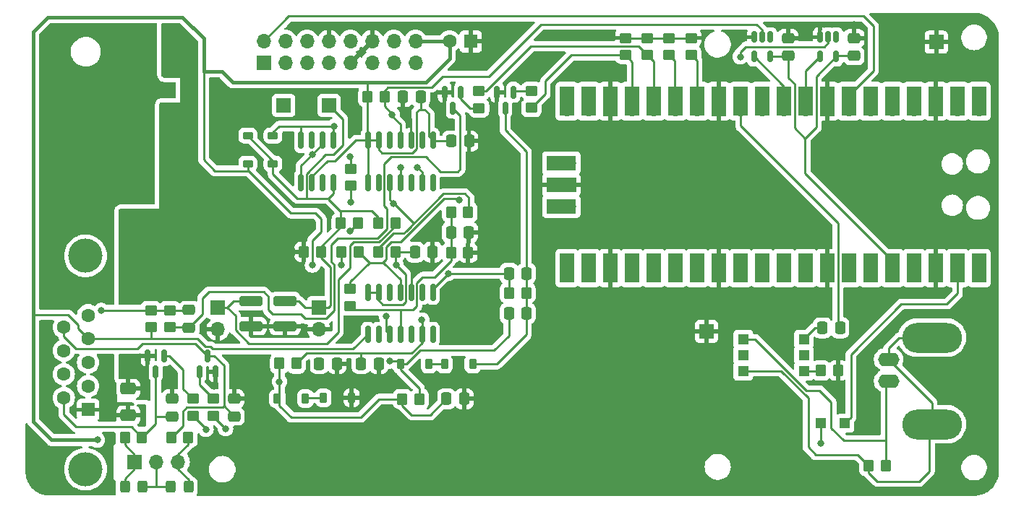
<source format=gbr>
%TF.GenerationSoftware,KiCad,Pcbnew,8.0.4*%
%TF.CreationDate,2024-10-06T11:56:08+02:00*%
%TF.ProjectId,ProbeBoardPublicV5,50726f62-6542-46f6-9172-645075626c69,5.1*%
%TF.SameCoordinates,Original*%
%TF.FileFunction,Copper,L1,Top*%
%TF.FilePolarity,Positive*%
%FSLAX46Y46*%
G04 Gerber Fmt 4.6, Leading zero omitted, Abs format (unit mm)*
G04 Created by KiCad (PCBNEW 8.0.4) date 2024-10-06 11:56:08*
%MOMM*%
%LPD*%
G01*
G04 APERTURE LIST*
G04 Aperture macros list*
%AMRoundRect*
0 Rectangle with rounded corners*
0 $1 Rounding radius*
0 $2 $3 $4 $5 $6 $7 $8 $9 X,Y pos of 4 corners*
0 Add a 4 corners polygon primitive as box body*
4,1,4,$2,$3,$4,$5,$6,$7,$8,$9,$2,$3,0*
0 Add four circle primitives for the rounded corners*
1,1,$1+$1,$2,$3*
1,1,$1+$1,$4,$5*
1,1,$1+$1,$6,$7*
1,1,$1+$1,$8,$9*
0 Add four rect primitives between the rounded corners*
20,1,$1+$1,$2,$3,$4,$5,0*
20,1,$1+$1,$4,$5,$6,$7,0*
20,1,$1+$1,$6,$7,$8,$9,0*
20,1,$1+$1,$8,$9,$2,$3,0*%
G04 Aperture macros list end*
%TA.AperFunction,SMDPad,CuDef*%
%ADD10RoundRect,0.250000X0.337500X0.475000X-0.337500X0.475000X-0.337500X-0.475000X0.337500X-0.475000X0*%
%TD*%
%TA.AperFunction,ComponentPad*%
%ADD11R,1.700000X1.700000*%
%TD*%
%TA.AperFunction,ComponentPad*%
%ADD12O,1.700000X1.700000*%
%TD*%
%TA.AperFunction,SMDPad,CuDef*%
%ADD13RoundRect,0.150000X0.150000X-0.825000X0.150000X0.825000X-0.150000X0.825000X-0.150000X-0.825000X0*%
%TD*%
%TA.AperFunction,SMDPad,CuDef*%
%ADD14RoundRect,0.250000X-0.350000X-0.450000X0.350000X-0.450000X0.350000X0.450000X-0.350000X0.450000X0*%
%TD*%
%TA.AperFunction,SMDPad,CuDef*%
%ADD15RoundRect,0.150000X-0.150000X0.587500X-0.150000X-0.587500X0.150000X-0.587500X0.150000X0.587500X0*%
%TD*%
%TA.AperFunction,SMDPad,CuDef*%
%ADD16R,1.700000X3.500000*%
%TD*%
%TA.AperFunction,SMDPad,CuDef*%
%ADD17R,3.500000X1.700000*%
%TD*%
%TA.AperFunction,SMDPad,CuDef*%
%ADD18RoundRect,0.250000X0.350000X0.450000X-0.350000X0.450000X-0.350000X-0.450000X0.350000X-0.450000X0*%
%TD*%
%TA.AperFunction,SMDPad,CuDef*%
%ADD19RoundRect,0.250000X-0.337500X-0.475000X0.337500X-0.475000X0.337500X0.475000X-0.337500X0.475000X0*%
%TD*%
%TA.AperFunction,SMDPad,CuDef*%
%ADD20RoundRect,0.250000X-0.450000X0.350000X-0.450000X-0.350000X0.450000X-0.350000X0.450000X0.350000X0*%
%TD*%
%TA.AperFunction,SMDPad,CuDef*%
%ADD21RoundRect,0.150000X-0.150000X0.512500X-0.150000X-0.512500X0.150000X-0.512500X0.150000X0.512500X0*%
%TD*%
%TA.AperFunction,SMDPad,CuDef*%
%ADD22RoundRect,0.150000X0.150000X-0.587500X0.150000X0.587500X-0.150000X0.587500X-0.150000X-0.587500X0*%
%TD*%
%TA.AperFunction,SMDPad,CuDef*%
%ADD23RoundRect,0.250000X0.450000X-0.350000X0.450000X0.350000X-0.450000X0.350000X-0.450000X-0.350000X0*%
%TD*%
%TA.AperFunction,SMDPad,CuDef*%
%ADD24R,1.270000X1.270000*%
%TD*%
%TA.AperFunction,SMDPad,CuDef*%
%ADD25RoundRect,0.250000X-0.475000X0.337500X-0.475000X-0.337500X0.475000X-0.337500X0.475000X0.337500X0*%
%TD*%
%TA.AperFunction,SMDPad,CuDef*%
%ADD26RoundRect,0.225000X0.375000X-0.225000X0.375000X0.225000X-0.375000X0.225000X-0.375000X-0.225000X0*%
%TD*%
%TA.AperFunction,SMDPad,CuDef*%
%ADD27RoundRect,0.225000X-0.225000X-0.375000X0.225000X-0.375000X0.225000X0.375000X-0.225000X0.375000X0*%
%TD*%
%TA.AperFunction,SMDPad,CuDef*%
%ADD28RoundRect,0.250000X-0.325000X-0.450000X0.325000X-0.450000X0.325000X0.450000X-0.325000X0.450000X0*%
%TD*%
%TA.AperFunction,SMDPad,CuDef*%
%ADD29RoundRect,0.250000X-1.100000X0.325000X-1.100000X-0.325000X1.100000X-0.325000X1.100000X0.325000X0*%
%TD*%
%TA.AperFunction,SMDPad,CuDef*%
%ADD30R,1.200000X1.200000*%
%TD*%
%TA.AperFunction,SMDPad,CuDef*%
%ADD31RoundRect,0.250000X0.325000X0.450000X-0.325000X0.450000X-0.325000X-0.450000X0.325000X-0.450000X0*%
%TD*%
%TA.AperFunction,ComponentPad*%
%ADD32C,4.000000*%
%TD*%
%TA.AperFunction,ComponentPad*%
%ADD33R,1.600000X1.600000*%
%TD*%
%TA.AperFunction,ComponentPad*%
%ADD34C,1.600000*%
%TD*%
%TA.AperFunction,SMDPad,CuDef*%
%ADD35RoundRect,0.250000X0.475000X-0.337500X0.475000X0.337500X-0.475000X0.337500X-0.475000X-0.337500X0*%
%TD*%
%TA.AperFunction,ComponentPad*%
%ADD36O,2.500000X1.600000*%
%TD*%
%TA.AperFunction,ComponentPad*%
%ADD37O,7.000000X3.500000*%
%TD*%
%TA.AperFunction,SMDPad,CuDef*%
%ADD38RoundRect,0.250000X0.650000X-0.412500X0.650000X0.412500X-0.650000X0.412500X-0.650000X-0.412500X0*%
%TD*%
%TA.AperFunction,ViaPad*%
%ADD39C,1.000000*%
%TD*%
%TA.AperFunction,ViaPad*%
%ADD40C,0.800000*%
%TD*%
%TA.AperFunction,Conductor*%
%ADD41C,0.250000*%
%TD*%
%TA.AperFunction,Conductor*%
%ADD42C,0.500000*%
%TD*%
%TA.AperFunction,Conductor*%
%ADD43C,0.400000*%
%TD*%
G04 APERTURE END LIST*
D10*
%TO.P,C60,1*%
%TO.N,GND*%
X150362500Y-97600000D03*
%TO.P,C60,2*%
%TO.N,0.108V*%
X148287500Y-97600000D03*
%TD*%
D11*
%TO.P,J2,1,Pin_1*%
%TO.N,SPISCK_A*%
X126350000Y-77740000D03*
D12*
%TO.P,J2,2,Pin_2*%
%TO.N,SPICS_A*%
X126350000Y-75200000D03*
%TO.P,J2,3,Pin_3*%
%TO.N,MOSI_A*%
X128890000Y-77740000D03*
%TO.P,J2,4,Pin_4*%
%TO.N,MISO_A*%
X128890000Y-75200000D03*
%TO.P,J2,5,Pin_5*%
%TO.N,GPIO0_A*%
X131430000Y-77740000D03*
%TO.P,J2,6,Pin_6*%
%TO.N,GPIO1_A*%
X131430000Y-75200000D03*
%TO.P,J2,7,Pin_7*%
%TO.N,~{SYNC_A}*%
X133970000Y-77740000D03*
%TO.P,J2,8,Pin_8*%
%TO.N,GND*%
X133970000Y-75200000D03*
%TO.P,J2,9,Pin_9*%
X136510000Y-77740000D03*
%TO.P,J2,10,Pin_10*%
%TO.N,TX_A*%
X136510000Y-75200000D03*
%TO.P,J2,11,Pin_11*%
%TO.N,RX_A*%
X139050000Y-77740000D03*
%TO.P,J2,12,Pin_12*%
%TO.N,GND*%
X139050000Y-75200000D03*
%TO.P,J2,13,Pin_13*%
%TO.N,GPIO0_B*%
X141590000Y-77740000D03*
%TO.P,J2,14,Pin_14*%
%TO.N,GPIO1_B*%
X141590000Y-75200000D03*
%TO.P,J2,15,Pin_15*%
%TO.N,-5V*%
X144130000Y-77740000D03*
%TO.P,J2,16,Pin_16*%
%TO.N,5VProbe*%
X144130000Y-75200000D03*
%TD*%
D11*
%TO.P,J7,1,Pin_1*%
%TO.N,Net-(CR3-K)*%
X132800000Y-106425000D03*
D12*
%TO.P,J7,2,Pin_2*%
%TO.N,GND*%
X132800000Y-108965000D03*
%TD*%
D13*
%TO.P,U2,1,V+*%
%TO.N,5VProbe*%
X138540000Y-91750000D03*
%TO.P,U2,2,NC*%
%TO.N,unconnected-(U2-NC-Pad2)*%
X139810000Y-91750000D03*
%TO.P,U2,3,Input_1*%
%TO.N,0.339V*%
X141080000Y-91750000D03*
%TO.P,U2,4,Input_2*%
%TO.N,Net-(U1-D2)*%
X142350000Y-91750000D03*
%TO.P,U2,5,NC*%
%TO.N,unconnected-(U2-NC-Pad5)*%
X143620000Y-91750000D03*
%TO.P,U2,6,V-*%
%TO.N,-5V*%
X144890000Y-91750000D03*
%TO.P,U2,7,NC*%
%TO.N,unconnected-(U2-NC-Pad7)*%
X146160000Y-91750000D03*
%TO.P,U2,8,Strobe_2*%
%TO.N,5VProbe*%
X146160000Y-86800000D03*
%TO.P,U2,9,Output_2*%
%TO.N,unconnected-(U2-Output_2-Pad9)*%
X144890000Y-86800000D03*
%TO.P,U2,10,GND*%
%TO.N,GND*%
X143620000Y-86800000D03*
%TO.P,U2,11,Output_1*%
%TO.N,~{LOW_B}*%
X142350000Y-86800000D03*
%TO.P,U2,12,NC*%
%TO.N,unconnected-(U2-NC-Pad12)*%
X141080000Y-86800000D03*
%TO.P,U2,13,Strobe_1*%
%TO.N,5VProbe*%
X139810000Y-86800000D03*
%TO.P,U2,14,Vcc*%
X138540000Y-86800000D03*
%TD*%
D14*
%TO.P,R27,1*%
%TO.N,0.339V*%
X139771666Y-99875000D03*
%TO.P,R27,2*%
%TO.N,5VProbe*%
X141771666Y-99875000D03*
%TD*%
D15*
%TO.P,Q1,1,G*%
%TO.N,Net-(Q1-G)*%
X155583332Y-81162500D03*
%TO.P,Q1,2,S*%
%TO.N,GND*%
X153683332Y-81162500D03*
%TO.P,Q1,3,D*%
%TO.N,PULSELO_B*%
X154633332Y-83037500D03*
%TD*%
D10*
%TO.P,C55,1*%
%TO.N,PULSELO_B*%
X157137500Y-107100000D03*
%TO.P,C55,2*%
%TO.N,PULSELO*%
X155062500Y-107100000D03*
%TD*%
D12*
%TO.P,U5,1,GPIO0*%
%TO.N,unconnected-(U5-GPIO0-Pad1)_0*%
X210130000Y-83110000D03*
D16*
%TO.N,unconnected-(U5-GPIO0-Pad1)*%
X210130000Y-82210000D03*
D12*
%TO.P,U5,2,GPIO1*%
%TO.N,unconnected-(U5-GPIO1-Pad2)_0*%
X207590000Y-83110000D03*
D16*
%TO.N,unconnected-(U5-GPIO1-Pad2)*%
X207590000Y-82210000D03*
D11*
%TO.P,U5,3,GND*%
%TO.N,GND*%
X205050000Y-83110000D03*
D16*
X205050000Y-82210000D03*
D12*
%TO.P,U5,4,GPIO2*%
%TO.N,SPISCK_A*%
X202510000Y-83110000D03*
D16*
X202510000Y-82210000D03*
D12*
%TO.P,U5,5,GPIO3*%
%TO.N,MISO_A*%
X199970000Y-83110000D03*
D16*
X199970000Y-82210000D03*
D12*
%TO.P,U5,6,GPIO4*%
%TO.N,MOSI_A*%
X197430000Y-83110000D03*
D16*
X197430000Y-82210000D03*
D12*
%TO.P,U5,7,GPIO5*%
%TO.N,SPICS_A*%
X194890000Y-83110000D03*
D16*
X194890000Y-82210000D03*
D11*
%TO.P,U5,8,GND*%
%TO.N,GND*%
X192350000Y-83110000D03*
D16*
X192350000Y-82210000D03*
D12*
%TO.P,U5,9,GPIO6*%
%TO.N,~{HIGH_A}*%
X189810000Y-83110000D03*
D16*
X189810000Y-82210000D03*
D12*
%TO.P,U5,10,GPIO7*%
%TO.N,~{LOW_A}*%
X187270000Y-83110000D03*
D16*
X187270000Y-82210000D03*
D12*
%TO.P,U5,11,GPIO8*%
%TO.N,~{SYNC_A}*%
X184730000Y-83110000D03*
D16*
X184730000Y-82210000D03*
D12*
%TO.P,U5,12,GPIO9*%
%TO.N,SYNC OUT_A*%
X182190000Y-83110000D03*
D16*
X182190000Y-82210000D03*
D11*
%TO.P,U5,13,GND*%
%TO.N,GND*%
X179650000Y-83110000D03*
D16*
X179650000Y-82210000D03*
D12*
%TO.P,U5,14,GPIO10*%
%TO.N,LEDHI_A*%
X177110000Y-83110000D03*
D16*
X177110000Y-82210000D03*
D12*
%TO.P,U5,15,GPIO11*%
%TO.N,LEDLO_A*%
X174570000Y-83110000D03*
D16*
X174570000Y-82210000D03*
D12*
%TO.P,U5,16,GPIO12*%
%TO.N,PULSEHI_A*%
X172030000Y-83110000D03*
D16*
X172030000Y-82210000D03*
D12*
%TO.P,U5,17,GPIO13*%
%TO.N,~{PULSELO_A}*%
X169490000Y-83110000D03*
D16*
X169490000Y-82210000D03*
D11*
%TO.P,U5,18,GND*%
%TO.N,GND*%
X166950000Y-83110000D03*
D16*
X166950000Y-82210000D03*
D12*
%TO.P,U5,19,GPIO14*%
%TO.N,unconnected-(U5-GPIO14-Pad19)_0*%
X164410000Y-83110000D03*
D16*
%TO.N,unconnected-(U5-GPIO14-Pad19)*%
X164410000Y-82210000D03*
D12*
%TO.P,U5,20,GPIO15*%
%TO.N,unconnected-(U5-GPIO15-Pad20)_0*%
X161870000Y-83110000D03*
D16*
%TO.N,unconnected-(U5-GPIO15-Pad20)*%
X161870000Y-82210000D03*
D12*
%TO.P,U5,21,GPIO16*%
%TO.N,unconnected-(U5-GPIO16-Pad21)_0*%
X161870000Y-100890000D03*
D16*
%TO.N,unconnected-(U5-GPIO16-Pad21)*%
X161870000Y-101790000D03*
D12*
%TO.P,U5,22,GPIO17*%
%TO.N,unconnected-(U5-GPIO17-Pad22)*%
X164410000Y-100890000D03*
D16*
%TO.N,unconnected-(U5-GPIO17-Pad22)_0*%
X164410000Y-101790000D03*
D11*
%TO.P,U5,23,GND*%
%TO.N,GND*%
X166950000Y-100890000D03*
D16*
X166950000Y-101790000D03*
D12*
%TO.P,U5,24,GPIO18*%
%TO.N,unconnected-(U5-GPIO18-Pad24)*%
X169490000Y-100890000D03*
D16*
%TO.N,unconnected-(U5-GPIO18-Pad24)_0*%
X169490000Y-101790000D03*
D12*
%TO.P,U5,25,GPIO19*%
%TO.N,unconnected-(U5-GPIO19-Pad25)*%
X172030000Y-100890000D03*
D16*
%TO.N,unconnected-(U5-GPIO19-Pad25)_0*%
X172030000Y-101790000D03*
D12*
%TO.P,U5,26,GPIO20*%
%TO.N,unconnected-(U5-GPIO20-Pad26)*%
X174570000Y-100890000D03*
D16*
%TO.N,unconnected-(U5-GPIO20-Pad26)_0*%
X174570000Y-101790000D03*
D12*
%TO.P,U5,27,GPIO21*%
%TO.N,unconnected-(U5-GPIO21-Pad27)_0*%
X177110000Y-100890000D03*
D16*
%TO.N,unconnected-(U5-GPIO21-Pad27)*%
X177110000Y-101790000D03*
D11*
%TO.P,U5,28,GND*%
%TO.N,GND*%
X179650000Y-100890000D03*
D16*
X179650000Y-101790000D03*
D12*
%TO.P,U5,29,GPIO22*%
%TO.N,unconnected-(U5-GPIO22-Pad29)_0*%
X182190000Y-100890000D03*
D16*
%TO.N,unconnected-(U5-GPIO22-Pad29)*%
X182190000Y-101790000D03*
D12*
%TO.P,U5,30,RUN*%
%TO.N,unconnected-(U5-RUN-Pad30)_0*%
X184730000Y-100890000D03*
D16*
%TO.N,unconnected-(U5-RUN-Pad30)*%
X184730000Y-101790000D03*
D12*
%TO.P,U5,31,GPIO26_ADC0*%
%TO.N,unconnected-(U5-GPIO26_ADC0-Pad31)*%
X187270000Y-100890000D03*
D16*
%TO.N,unconnected-(U5-GPIO26_ADC0-Pad31)_0*%
X187270000Y-101790000D03*
D12*
%TO.P,U5,32,GPIO27_ADC1*%
%TO.N,unconnected-(U5-GPIO27_ADC1-Pad32)*%
X189810000Y-100890000D03*
D16*
%TO.N,unconnected-(U5-GPIO27_ADC1-Pad32)_0*%
X189810000Y-101790000D03*
D11*
%TO.P,U5,33,AGND*%
%TO.N,GND*%
X192350000Y-100890000D03*
D16*
X192350000Y-101790000D03*
D12*
%TO.P,U5,34,GPIO28_ADC2*%
%TO.N,unconnected-(U5-GPIO28_ADC2-Pad34)*%
X194890000Y-100890000D03*
D16*
%TO.N,unconnected-(U5-GPIO28_ADC2-Pad34)_0*%
X194890000Y-101790000D03*
D12*
%TO.P,U5,35,ADC_VREF*%
%TO.N,unconnected-(U5-ADC_VREF-Pad35)_0*%
X197430000Y-100890000D03*
D16*
%TO.N,unconnected-(U5-ADC_VREF-Pad35)*%
X197430000Y-101790000D03*
D12*
%TO.P,U5,36,3V3*%
%TO.N,+3V3*%
X199970000Y-100890000D03*
D16*
X199970000Y-101790000D03*
D12*
%TO.P,U5,37,3V3_EN*%
%TO.N,unconnected-(U5-3V3_EN-Pad37)*%
X202510000Y-100890000D03*
D16*
%TO.N,unconnected-(U5-3V3_EN-Pad37)_0*%
X202510000Y-101790000D03*
D11*
%TO.P,U5,38,GND*%
%TO.N,GND*%
X205050000Y-100890000D03*
D16*
X205050000Y-101790000D03*
D12*
%TO.P,U5,39,VSYS*%
%TO.N,Net-(D1-K)*%
X207590000Y-100890000D03*
D16*
X207590000Y-101790000D03*
D12*
%TO.P,U5,40,VBUS*%
%TO.N,unconnected-(U5-VBUS-Pad40)*%
X210130000Y-100890000D03*
D16*
%TO.N,unconnected-(U5-VBUS-Pad40)_0*%
X210130000Y-101790000D03*
D12*
%TO.P,U5,41,SWCLK*%
%TO.N,unconnected-(U5-SWCLK-Pad41)_0*%
X162100000Y-89460000D03*
D17*
%TO.N,unconnected-(U5-SWCLK-Pad41)*%
X161200000Y-89460000D03*
D11*
%TO.P,U5,42,GND*%
%TO.N,GND*%
X162100000Y-92000000D03*
D17*
X161200000Y-92000000D03*
D12*
%TO.P,U5,43,SWDIO*%
%TO.N,unconnected-(U5-SWDIO-Pad43)_0*%
X162100000Y-94540000D03*
D17*
%TO.N,unconnected-(U5-SWDIO-Pad43)*%
X161200000Y-94540000D03*
%TD*%
D18*
%TO.P,R22,1*%
%TO.N,DB9_Probe*%
X137400000Y-96500000D03*
%TO.P,R22,2*%
%TO.N,Net-(CR3-K)*%
X135400000Y-96500000D03*
%TD*%
%TO.P,R38,1*%
%TO.N,PULSELO_B*%
X157100000Y-104700000D03*
%TO.P,R38,2*%
%TO.N,5VProbe*%
X155100000Y-104700000D03*
%TD*%
D19*
%TO.P,C71,1*%
%TO.N,Net-(C71-Pad1)*%
X191762500Y-108800000D03*
%TO.P,C71,2*%
%TO.N,SYNC OUT_A*%
X193837500Y-108800000D03*
%TD*%
D14*
%TO.P,R4,1*%
%TO.N,Net-(D3-K)*%
X110100000Y-121637500D03*
%TO.P,R4,2*%
%TO.N,~{GRN}*%
X112100000Y-121637500D03*
%TD*%
D19*
%TO.P,C58,1*%
%TO.N,GND*%
X142662500Y-81700000D03*
%TO.P,C58,2*%
%TO.N,5VProbe*%
X144737500Y-81700000D03*
%TD*%
D15*
%TO.P,Q2,1,G*%
%TO.N,Net-(Q2-G)*%
X149450000Y-81162500D03*
%TO.P,Q2,2,S*%
%TO.N,GND*%
X147550000Y-81162500D03*
%TO.P,Q2,3,D*%
%TO.N,~{PULSEHI_B}*%
X148500000Y-83037500D03*
%TD*%
D20*
%TO.P,R5,1*%
%TO.N,Net-(Q4-G)*%
X120475000Y-117107500D03*
%TO.P,R5,2*%
%TO.N,LEDHI_A*%
X120475000Y-119107500D03*
%TD*%
D18*
%TO.P,R39,1*%
%TO.N,-5V*%
X130200000Y-112975000D03*
%TO.P,R39,2*%
%TO.N,-.7V*%
X128200000Y-112975000D03*
%TD*%
D21*
%TO.P,U4,1,NC*%
%TO.N,unconnected-(U4-NC-Pad1)*%
X193387500Y-74712500D03*
%TO.P,U4,2,A*%
%TO.N,~{HIGH_B}*%
X192437500Y-74712500D03*
%TO.P,U4,3,GND*%
%TO.N,GND*%
X191487500Y-74712500D03*
%TO.P,U4,4,Y*%
%TO.N,~{HIGH_A}*%
X191487500Y-76987500D03*
%TO.P,U4,5,VCC*%
%TO.N,+3V3*%
X193387500Y-76987500D03*
%TD*%
D11*
%TO.P,J4,1,Pin_1*%
%TO.N,Net-(J4-Pin_1)*%
X121000000Y-106425000D03*
D12*
%TO.P,J4,2,Pin_2*%
%TO.N,GND*%
X121000000Y-108965000D03*
%TD*%
D11*
%TO.P,J9,1,Pin_1*%
%TO.N,Net-(D3-K)*%
X111275000Y-124500000D03*
D12*
%TO.P,J9,2,Pin_2*%
%TO.N,5VProbe*%
X113815000Y-124500000D03*
%TO.P,J9,3,Pin_3*%
%TO.N,Net-(D2-K)*%
X116355000Y-124500000D03*
%TD*%
D22*
%TO.P,Q4,1,G*%
%TO.N,Net-(Q4-G)*%
X118830000Y-113937500D03*
%TO.P,Q4,2,S*%
%TO.N,GND*%
X120730000Y-113937500D03*
%TO.P,Q4,3,D*%
%TO.N,~{RED}*%
X119780000Y-112062500D03*
%TD*%
D23*
%TO.P,R14,1*%
%TO.N,~{PULSELO_A}*%
X168700000Y-76800000D03*
%TO.P,R14,2*%
%TO.N,GND*%
X168700000Y-74800000D03*
%TD*%
D24*
%TO.P,TR2,1*%
%TO.N,Net-(J10-In)*%
X182505000Y-110145000D03*
%TO.P,TR2,2*%
%TO.N,unconnected-(TR2-Pad2)*%
X182505000Y-112000000D03*
%TO.P,TR2,3*%
%TO.N,Net-(J10-Ext)*%
X182505000Y-113855000D03*
%TO.P,TR2,4*%
%TO.N,Net-(R56-Pad2)*%
X189615000Y-113855000D03*
%TO.P,TR2,5*%
%TO.N,unconnected-(TR2-Pad5)*%
X189615000Y-112000000D03*
%TO.P,TR2,6*%
%TO.N,Net-(C71-Pad1)*%
X189615000Y-110145000D03*
%TD*%
D25*
%TO.P,C1,1*%
%TO.N,GND*%
X122900000Y-117100000D03*
%TO.P,C1,2*%
%TO.N,~{RED}*%
X122900000Y-119175000D03*
%TD*%
D10*
%TO.P,C59,1*%
%TO.N,GND*%
X146150000Y-99905000D03*
%TO.P,C59,2*%
%TO.N,5VProbe*%
X144075000Y-99905000D03*
%TD*%
D25*
%TO.P,C5,1*%
%TO.N,GND*%
X195475000Y-74837500D03*
%TO.P,C5,2*%
%TO.N,+3V3*%
X195475000Y-76912500D03*
%TD*%
D20*
%TO.P,R10,1*%
%TO.N,PULSEHI_A*%
X151566666Y-81030000D03*
%TO.P,R10,2*%
%TO.N,Net-(Q2-G)*%
X151566666Y-83030000D03*
%TD*%
D26*
%TO.P,CR3,1,K*%
%TO.N,Net-(CR3-K)*%
X127445000Y-89550000D03*
%TO.P,CR3,2,A*%
%TO.N,-5V*%
X127445000Y-86250000D03*
%TD*%
D27*
%TO.P,CR5,1,K*%
%TO.N,PULSELO*%
X142395000Y-113050000D03*
%TO.P,CR5,2,A*%
%TO.N,Net-(CR5-A)*%
X145695000Y-113050000D03*
%TD*%
D10*
%TO.P,C61,1*%
%TO.N,GND*%
X134937500Y-113000000D03*
%TO.P,C61,2*%
%TO.N,unconnected-(C61-Pad2)*%
X132862500Y-113000000D03*
%TD*%
D18*
%TO.P,R56,1*%
%TO.N,GND*%
X193600000Y-113800000D03*
%TO.P,R56,2*%
%TO.N,Net-(R56-Pad2)*%
X191600000Y-113800000D03*
%TD*%
D15*
%TO.P,Q5,1,G*%
%TO.N,Net-(Q5-G)*%
X114670000Y-112062500D03*
%TO.P,Q5,2,S*%
%TO.N,GND*%
X112770000Y-112062500D03*
%TO.P,Q5,3,D*%
%TO.N,~{GRN}*%
X113720000Y-113937500D03*
%TD*%
D14*
%TO.P,R28,1*%
%TO.N,0.108V*%
X148295000Y-95227500D03*
%TO.P,R28,2*%
%TO.N,0.339V*%
X150295000Y-95227500D03*
%TD*%
D21*
%TO.P,U6,1,NC*%
%TO.N,unconnected-(U6-NC-Pad1)*%
X185675000Y-74712500D03*
%TO.P,U6,2,A*%
%TO.N,~{LOW_B}*%
X184725000Y-74712500D03*
%TO.P,U6,3,GND*%
%TO.N,GND*%
X183775000Y-74712500D03*
%TO.P,U6,4,Y*%
%TO.N,~{LOW_A}*%
X183775000Y-76987500D03*
%TO.P,U6,5,VCC*%
%TO.N,+3V3*%
X185675000Y-76987500D03*
%TD*%
D25*
%TO.P,C2,1*%
%TO.N,GND*%
X115655000Y-117100000D03*
%TO.P,C2,2*%
%TO.N,~{GRN}*%
X115655000Y-119175000D03*
%TD*%
D18*
%TO.P,R30,1*%
%TO.N,~{LOW_B}*%
X140500000Y-81700000D03*
%TO.P,R30,2*%
%TO.N,5VProbe*%
X138500000Y-81700000D03*
%TD*%
D11*
%TO.P,TP2,1,1*%
%TO.N,GND*%
X205100000Y-75300000D03*
%TD*%
D25*
%TO.P,C4,1*%
%TO.N,GND*%
X187750000Y-74837500D03*
%TO.P,C4,2*%
%TO.N,+3V3*%
X187750000Y-76912500D03*
%TD*%
D28*
%TO.P,D3,1,K*%
%TO.N,Net-(D3-K)*%
X110120000Y-127441250D03*
%TO.P,D3,2,A*%
%TO.N,5VProbe*%
X112170000Y-127441250D03*
%TD*%
D29*
%TO.P,C52,1*%
%TO.N,Net-(CR3-K)*%
X128870000Y-105650000D03*
%TO.P,C52,2*%
%TO.N,GND*%
X128870000Y-108600000D03*
%TD*%
D20*
%TO.P,R24,1*%
%TO.N,~{PULSEHI}*%
X115355000Y-106725000D03*
%TO.P,R24,2*%
%TO.N,~{PULSEHI_B}*%
X115355000Y-108725000D03*
%TD*%
D18*
%TO.P,R25,1*%
%TO.N,Net-(J4-Pin_1)*%
X141775000Y-96525000D03*
%TO.P,R25,2*%
%TO.N,Net-(CR3-K)*%
X139775000Y-96525000D03*
%TD*%
D10*
%TO.P,C62,1*%
%TO.N,GND*%
X139837500Y-113000000D03*
%TO.P,C62,2*%
%TO.N,-5V*%
X137762500Y-113000000D03*
%TD*%
D27*
%TO.P,CR7,1,K*%
%TO.N,-.7V*%
X127950000Y-117100000D03*
%TO.P,CR7,2,A*%
%TO.N,Net-(CR13-K)*%
X131250000Y-117100000D03*
%TD*%
D13*
%TO.P,U3,1,V+*%
%TO.N,5VProbe*%
X138540000Y-109575000D03*
%TO.P,U3,2,NC*%
%TO.N,unconnected-(U3-NC-Pad2)*%
X139810000Y-109575000D03*
%TO.P,U3,3,Input_1*%
%TO.N,Net-(U1-D2)*%
X141080000Y-109575000D03*
%TO.P,U3,4,Input_2*%
%TO.N,0.108V*%
X142350000Y-109575000D03*
%TO.P,U3,5,NC*%
%TO.N,unconnected-(U3-NC-Pad5)*%
X143620000Y-109575000D03*
%TO.P,U3,6,V-*%
%TO.N,-5V*%
X144890000Y-109575000D03*
%TO.P,U3,7,NC*%
%TO.N,unconnected-(U3-NC-Pad7)*%
X146160000Y-109575000D03*
%TO.P,U3,8,Strobe_2*%
%TO.N,5VProbe*%
X146160000Y-104625000D03*
%TO.P,U3,9,Output_2*%
%TO.N,unconnected-(U3-Output_2-Pad9)*%
X144890000Y-104625000D03*
%TO.P,U3,10,GND*%
%TO.N,GND*%
X143620000Y-104625000D03*
%TO.P,U3,11,Output_1*%
%TO.N,~{HIGH_B}*%
X142350000Y-104625000D03*
%TO.P,U3,12,NC*%
%TO.N,unconnected-(U3-NC-Pad12)*%
X141080000Y-104625000D03*
%TO.P,U3,13,Strobe_1*%
%TO.N,5VProbe*%
X139810000Y-104625000D03*
%TO.P,U3,14,Vcc*%
X138540000Y-104625000D03*
%TD*%
D30*
%TO.P,D1,1,K*%
%TO.N,Net-(D1-K)*%
X194400000Y-120000000D03*
%TO.P,D1,2,A*%
%TO.N,5VProbe*%
X191600000Y-120000000D03*
%TD*%
D19*
%TO.P,C7,1*%
%TO.N,5VProbe*%
X155075000Y-102400000D03*
%TO.P,C7,2*%
%TO.N,PULSELO_B*%
X157150000Y-102400000D03*
%TD*%
D14*
%TO.P,R52,1*%
%TO.N,Net-(J10-Ext)*%
X197200000Y-125000000D03*
%TO.P,R52,2*%
%TO.N,Net-(J10-In)*%
X199200000Y-125000000D03*
%TD*%
D31*
%TO.P,D2,1,K*%
%TO.N,Net-(D2-K)*%
X117550000Y-127441250D03*
%TO.P,D2,2,A*%
%TO.N,5VProbe*%
X115500000Y-127441250D03*
%TD*%
D11*
%TO.P,TP8,1,1*%
%TO.N,GND*%
X178200000Y-109200000D03*
%TD*%
D10*
%TO.P,C53,1*%
%TO.N,GND*%
X150392500Y-86900000D03*
%TO.P,C53,2*%
%TO.N,5VProbe*%
X148317500Y-86900000D03*
%TD*%
D27*
%TO.P,CR13,1,K*%
%TO.N,Net-(CR13-K)*%
X133350000Y-117000000D03*
%TO.P,CR13,2,A*%
%TO.N,GND*%
X136650000Y-117000000D03*
%TD*%
D20*
%TO.P,R33,1*%
%TO.N,~{HIGH_B}*%
X136475000Y-104225000D03*
%TO.P,R33,2*%
%TO.N,0.108V*%
X136475000Y-106225000D03*
%TD*%
D26*
%TO.P,CR4,1,K*%
%TO.N,5VProbe*%
X124500000Y-89550000D03*
%TO.P,CR4,2,A*%
%TO.N,Net-(CR3-K)*%
X124500000Y-86250000D03*
%TD*%
D32*
%TO.P,J1,0,PAD*%
%TO.N,unconnected-(J1-PAD-Pad0)*%
X105500000Y-100360000D03*
%TO.N,unconnected-(J1-PAD-Pad0)_0*%
X105500000Y-125360000D03*
D33*
%TO.P,J1,1,1*%
%TO.N,FUSE_GND*%
X105800000Y-118400000D03*
D34*
%TO.P,J1,2,2*%
%TO.N,DB9_Probe*%
X105800000Y-115630000D03*
%TO.P,J1,3,3*%
%TO.N,~{PULSEHI}*%
X105800000Y-112860000D03*
%TO.P,J1,4,4*%
%TO.N,5VProbe*%
X105800000Y-110090000D03*
%TO.P,J1,5,5*%
%TO.N,SHIELD*%
X105800000Y-107320000D03*
%TO.P,J1,6,6*%
%TO.N,~{GRN}*%
X102960000Y-117015000D03*
%TO.P,J1,7,7*%
%TO.N,PULSELO*%
X102960000Y-114245000D03*
%TO.P,J1,8,8*%
%TO.N,-.7V*%
X102960000Y-111475000D03*
%TO.P,J1,9,9*%
%TO.N,~{RED}*%
X102960000Y-108705000D03*
%TD*%
D11*
%TO.P,TP1,1,1*%
%TO.N,Net-(U1-D2)*%
X128700000Y-82700000D03*
%TD*%
D23*
%TO.P,R15,1*%
%TO.N,LEDHI_A*%
X176400000Y-76800000D03*
%TO.P,R15,2*%
%TO.N,GND*%
X176400000Y-74800000D03*
%TD*%
D27*
%TO.P,CR6,1,K*%
%TO.N,Net-(CR5-A)*%
X147520000Y-113050000D03*
%TO.P,CR6,2,A*%
%TO.N,PULSELO_B*%
X150820000Y-113050000D03*
%TD*%
D18*
%TO.P,R29,1*%
%TO.N,GND*%
X150295000Y-99972500D03*
%TO.P,R29,2*%
%TO.N,0.108V*%
X148295000Y-99972500D03*
%TD*%
D13*
%TO.P,U1,1,S1*%
%TO.N,Net-(U1-D2)*%
X130720000Y-91750000D03*
%TO.P,U1,2,D1*%
%TO.N,5VProbe*%
X131990000Y-91750000D03*
%TO.P,U1,3,VCH*%
%TO.N,unconnected-(U1-VCH-Pad3)*%
X133260000Y-91750000D03*
%TO.P,U1,4,G1*%
%TO.N,Net-(CR3-K)*%
X134530000Y-91750000D03*
%TO.P,U1,5,S2*%
%TO.N,-5V*%
X134530000Y-86800000D03*
%TO.P,U1,6,D2*%
%TO.N,Net-(U1-D2)*%
X133260000Y-86800000D03*
%TO.P,U1,7,VCL*%
%TO.N,unconnected-(U1-VCL-Pad7)*%
X131990000Y-86800000D03*
%TO.P,U1,8,G2*%
%TO.N,-5V*%
X130720000Y-86800000D03*
%TD*%
D10*
%TO.P,C56,1*%
%TO.N,GND*%
X149837500Y-117120000D03*
%TO.P,C56,2*%
%TO.N,-.7V*%
X147762500Y-117120000D03*
%TD*%
D35*
%TO.P,C54,1*%
%TO.N,~{PULSEHI_B}*%
X117600000Y-108792500D03*
%TO.P,C54,2*%
%TO.N,~{PULSEHI}*%
X117600000Y-106717500D03*
%TD*%
D23*
%TO.P,R23,1*%
%TO.N,5VProbe*%
X113140000Y-108725000D03*
%TO.P,R23,2*%
%TO.N,~{PULSEHI}*%
X113140000Y-106725000D03*
%TD*%
D29*
%TO.P,C51,1*%
%TO.N,Net-(J4-Pin_1)*%
X124870000Y-105650000D03*
%TO.P,C51,2*%
%TO.N,GND*%
X124870000Y-108600000D03*
%TD*%
D23*
%TO.P,R11,1*%
%TO.N,~{PULSELO_A}*%
X157700000Y-83000000D03*
%TO.P,R11,2*%
%TO.N,Net-(Q1-G)*%
X157700000Y-81000000D03*
%TD*%
D36*
%TO.P,J10,1,In*%
%TO.N,Net-(J10-In)*%
X199525000Y-115025000D03*
D37*
%TO.P,J10,2,Ext*%
%TO.N,Net-(J10-Ext)*%
X204605000Y-109945000D03*
D36*
X199525000Y-112485000D03*
D37*
X204605000Y-120105000D03*
%TD*%
D18*
%TO.P,R41,1*%
%TO.N,PULSELO*%
X144600000Y-117150000D03*
%TO.P,R41,2*%
%TO.N,-.7V*%
X142600000Y-117150000D03*
%TD*%
D38*
%TO.P,F1,1*%
%TO.N,FUSE_GND*%
X110500000Y-119062500D03*
%TO.P,F1,2*%
%TO.N,GND*%
X110500000Y-115937500D03*
%TD*%
D20*
%TO.P,R6,1*%
%TO.N,Net-(Q5-G)*%
X118080000Y-117107500D03*
%TO.P,R6,2*%
%TO.N,LEDLO_A*%
X118080000Y-119107500D03*
%TD*%
D11*
%TO.P,TP4,1,1*%
%TO.N,Net-(CR3-K)*%
X134000000Y-82700000D03*
%TD*%
D33*
%TO.P,C3,1*%
%TO.N,GND*%
X150605112Y-75200000D03*
D34*
%TO.P,C3,2*%
%TO.N,5VProbe*%
X148105112Y-75200000D03*
%TD*%
D14*
%TO.P,R26,1*%
%TO.N,GND*%
X131075000Y-99875000D03*
%TO.P,R26,2*%
%TO.N,Net-(CR3-K)*%
X133075000Y-99875000D03*
%TD*%
D18*
%TO.P,R31,1*%
%TO.N,~{HIGH_B}*%
X137460833Y-99875000D03*
%TO.P,R31,2*%
%TO.N,5VProbe*%
X135460833Y-99875000D03*
%TD*%
D23*
%TO.P,R16,1*%
%TO.N,LEDLO_A*%
X173833332Y-76800000D03*
%TO.P,R16,2*%
%TO.N,GND*%
X173833332Y-74800000D03*
%TD*%
%TO.P,R13,1*%
%TO.N,PULSEHI_A*%
X171266666Y-76800000D03*
%TO.P,R13,2*%
%TO.N,GND*%
X171266666Y-74800000D03*
%TD*%
D18*
%TO.P,R3,1*%
%TO.N,Net-(D2-K)*%
X117525000Y-121637500D03*
%TO.P,R3,2*%
%TO.N,~{RED}*%
X115525000Y-121637500D03*
%TD*%
D23*
%TO.P,R32,1*%
%TO.N,0.339V*%
X136550000Y-92125000D03*
%TO.P,R32,2*%
%TO.N,~{LOW_B}*%
X136550000Y-90125000D03*
%TD*%
D39*
%TO.N,GND*%
X151550000Y-85075000D03*
X146050000Y-97425000D03*
X153800000Y-97250000D03*
X142925000Y-83525000D03*
X147225000Y-84875000D03*
X182225000Y-74450000D03*
X123239016Y-113595000D03*
X129700000Y-99900000D03*
X125125000Y-81525000D03*
X141100000Y-115250000D03*
X136700000Y-108850000D03*
X152650000Y-103800000D03*
X111275000Y-113500000D03*
X195500000Y-73325000D03*
X120525000Y-115575000D03*
X113575000Y-95700000D03*
X115650000Y-115425000D03*
D40*
%TO.N,5VProbe*%
X141850000Y-101400000D03*
X135460833Y-101425000D03*
X191600000Y-122300000D03*
X132075000Y-101450000D03*
X106875000Y-121950000D03*
X147960000Y-102400000D03*
%TO.N,~{PULSEHI}*%
X107350000Y-106740000D03*
%TO.N,PULSELO*%
X141120000Y-112680000D03*
%TO.N,-.7V*%
X128200000Y-115100000D03*
%TO.N,-5V*%
X134600002Y-85149999D03*
X144350000Y-89975000D03*
X144875000Y-107875000D03*
D39*
%TO.N,FUSE_GND*%
X107800000Y-113510000D03*
X100775000Y-124775000D03*
X101275000Y-84050000D03*
X100825000Y-118500000D03*
D40*
%TO.N,LEDHI_A*%
X121897221Y-120616667D03*
%TO.N,LEDLO_A*%
X119600000Y-120699990D03*
%TO.N,0.339V*%
X141575000Y-94200000D03*
X136550000Y-94075000D03*
%TO.N,~{HIGH_B}*%
X182150000Y-77000000D03*
X149275000Y-93800000D03*
%TO.N,~{LOW_B}*%
X136475000Y-88750000D03*
X141400000Y-83775000D03*
%TO.N,Net-(U1-D2)*%
X132025000Y-88475000D03*
X140724998Y-107475000D03*
X142350000Y-90000000D03*
%TO.N,DB9_Probe*%
X136463866Y-97411585D03*
%TD*%
D41*
%TO.N,GND*%
X143620000Y-104625000D02*
X143620000Y-102705000D01*
X173833332Y-74800000D02*
X176400000Y-74800000D01*
X171266666Y-74800000D02*
X173833332Y-74800000D01*
X143600000Y-86780000D02*
X143600000Y-84200000D01*
X143620000Y-102705000D02*
X144775000Y-101550000D01*
X143620000Y-86800000D02*
X143600000Y-86780000D01*
X146150000Y-101150000D02*
X146150000Y-99905000D01*
X145750000Y-101550000D02*
X146150000Y-101150000D01*
X144775000Y-101550000D02*
X145750000Y-101550000D01*
X143600000Y-84200000D02*
X142925000Y-83525000D01*
D42*
X136510000Y-77740000D02*
X139050000Y-75200000D01*
D41*
X168700000Y-74800000D02*
X171266666Y-74800000D01*
%TO.N,~{RED}*%
X116875000Y-120287500D02*
X115525000Y-121637500D01*
X117350000Y-118100000D02*
X116875000Y-118575000D01*
X104338630Y-111215000D02*
X111567696Y-111215000D01*
X121575000Y-118100000D02*
X117350000Y-118100000D01*
X102960000Y-108705000D02*
X102960000Y-109836370D01*
X122900000Y-119175000D02*
X121700000Y-117975000D01*
X111567696Y-111215000D02*
X112132696Y-110650000D01*
X118367500Y-110650000D02*
X119780000Y-112062500D01*
X121700000Y-117975000D02*
X121700000Y-113200000D01*
X120562500Y-112062500D02*
X119780000Y-112062500D01*
X121700000Y-113200000D02*
X120562500Y-112062500D01*
X116875000Y-118575000D02*
X116875000Y-120287500D01*
X102960000Y-109836370D02*
X104338630Y-111215000D01*
X121700000Y-117975000D02*
X121575000Y-118100000D01*
X112132696Y-110650000D02*
X118367500Y-110650000D01*
%TO.N,~{GRN}*%
X113700000Y-119250000D02*
X113775000Y-119175000D01*
X112100000Y-121637500D02*
X113700000Y-120037500D01*
X110862500Y-120400000D02*
X112100000Y-121637500D01*
X113720000Y-113937500D02*
X113700000Y-113957500D01*
X102960000Y-117015000D02*
X102960000Y-118960000D01*
X104400000Y-120400000D02*
X110862500Y-120400000D01*
X102960000Y-118960000D02*
X104400000Y-120400000D01*
X113775000Y-119175000D02*
X115655000Y-119175000D01*
X113700000Y-120037500D02*
X113700000Y-119250000D01*
X113700000Y-113957500D02*
X113700000Y-119250000D01*
%TO.N,+3V3*%
X191075000Y-85250000D02*
X191075000Y-79300000D01*
X193462500Y-76912500D02*
X195475000Y-76912500D01*
X188550000Y-85375000D02*
X189750000Y-86575000D01*
X187800000Y-76962500D02*
X187800000Y-79460000D01*
X188550000Y-80210000D02*
X188550000Y-85375000D01*
X189750000Y-86575000D02*
X189750000Y-90670000D01*
X189750000Y-86575000D02*
X191075000Y-85250000D01*
X187800000Y-79460000D02*
X188550000Y-80210000D01*
X187675000Y-76987500D02*
X187750000Y-76912500D01*
X189750000Y-90670000D02*
X199970000Y-100890000D01*
X191075000Y-79300000D02*
X193462500Y-76912500D01*
X185675000Y-76987500D02*
X187675000Y-76987500D01*
%TO.N,5VProbe*%
X119325000Y-78787500D02*
X119350000Y-78762500D01*
X146160000Y-104625000D02*
X146160000Y-104200000D01*
X142975000Y-102525000D02*
X141850000Y-101400000D01*
D43*
X144130000Y-75200000D02*
X148105112Y-75200000D01*
D41*
X104612500Y-108437500D02*
X104612500Y-108902500D01*
X134725000Y-89200000D02*
X137125000Y-86800000D01*
X99375000Y-108350000D02*
X99375000Y-107275000D01*
D43*
X122712500Y-79975000D02*
X121500000Y-78762500D01*
D41*
X141771666Y-99875000D02*
X144045000Y-99875000D01*
X138540000Y-86800000D02*
X138540000Y-89735000D01*
X113708750Y-127441250D02*
X115500000Y-127441250D01*
X141771666Y-99875000D02*
X141771666Y-101321666D01*
X113815000Y-127335000D02*
X113708750Y-127441250D01*
X145212500Y-83187500D02*
X145710000Y-83685000D01*
X120650000Y-90400000D02*
X119325000Y-89075000D01*
D43*
X148105112Y-77244888D02*
X145375000Y-79975000D01*
D41*
X136840000Y-111275000D02*
X138540000Y-109575000D01*
D43*
X119350000Y-74850000D02*
X116850000Y-72350000D01*
D41*
X144562500Y-83187500D02*
X144245000Y-83505000D01*
X129550000Y-95350000D02*
X132425000Y-95350000D01*
X145710000Y-86350000D02*
X146160000Y-86800000D01*
D43*
X116850000Y-72350000D02*
X101075000Y-72350000D01*
D41*
X140210000Y-88300000D02*
X139810000Y-87900000D01*
X119550000Y-111000000D02*
X120130908Y-111000000D01*
X118625000Y-110075000D02*
X119550000Y-111000000D01*
X133100000Y-96025000D02*
X133100000Y-97514167D01*
D43*
X121500000Y-78762500D02*
X121500000Y-78725000D01*
D41*
X124500000Y-90400000D02*
X124600000Y-90400000D01*
D43*
X99375000Y-119800000D02*
X99375000Y-108350000D01*
D41*
X105800000Y-110090000D02*
X113200000Y-110090000D01*
X119325000Y-89075000D02*
X119325000Y-78787500D01*
X120405908Y-111275000D02*
X136840000Y-111275000D01*
X155100000Y-102425000D02*
X155075000Y-102400000D01*
X144737500Y-81700000D02*
X144737500Y-83187500D01*
X133100000Y-97514167D02*
X132075000Y-98539167D01*
D43*
X99375000Y-74050000D02*
X99375000Y-108350000D01*
D41*
X104612500Y-108902500D02*
X105800000Y-110090000D01*
X124600000Y-90400000D02*
X129550000Y-95350000D01*
X138500000Y-81700000D02*
X138525000Y-81725000D01*
X124500000Y-90400000D02*
X124500000Y-89550000D01*
X131990000Y-91010000D02*
X133800000Y-89200000D01*
X145710000Y-83685000D02*
X145710000Y-86350000D01*
D43*
X119425000Y-78725000D02*
X119350000Y-78650000D01*
D41*
X133800000Y-89200000D02*
X134725000Y-89200000D01*
X144045000Y-99875000D02*
X144075000Y-99905000D01*
X143770908Y-88300000D02*
X140210000Y-88300000D01*
X120130908Y-111000000D02*
X120405908Y-111275000D01*
X141771666Y-101321666D02*
X141850000Y-101400000D01*
X124500000Y-90400000D02*
X120650000Y-90400000D01*
X103450000Y-107275000D02*
X104612500Y-108437500D01*
X139810000Y-86800000D02*
X138540000Y-86800000D01*
X113815000Y-124500000D02*
X113815000Y-127335000D01*
D43*
X106875000Y-121950000D02*
X101525000Y-121950000D01*
D41*
X99375000Y-107275000D02*
X103450000Y-107275000D01*
X138550000Y-89750000D02*
X138550000Y-91740000D01*
X146260000Y-86900000D02*
X148317500Y-86900000D01*
X139810000Y-104625000D02*
X139810000Y-105599999D01*
X135460833Y-99875000D02*
X135460833Y-101425000D01*
X137125000Y-86800000D02*
X138540000Y-86800000D01*
X113200000Y-110090000D02*
X113200000Y-108775000D01*
D43*
X101525000Y-121950000D02*
X99375000Y-119800000D01*
D41*
X142975000Y-105750000D02*
X142975000Y-102525000D01*
X132425000Y-95350000D02*
X133100000Y-96025000D01*
X112170000Y-127441250D02*
X113708750Y-127441250D01*
X131990000Y-91750000D02*
X131990000Y-91010000D01*
D43*
X101075000Y-72350000D02*
X99375000Y-74050000D01*
D41*
X139810000Y-87900000D02*
X139810000Y-86800000D01*
X144737500Y-83187500D02*
X144562500Y-83187500D01*
X132075000Y-98539167D02*
X132075000Y-101450000D01*
D43*
X148105112Y-75200000D02*
X148105112Y-77244888D01*
D41*
X155100000Y-104700000D02*
X155100000Y-102425000D01*
X147960000Y-102400000D02*
X155075000Y-102400000D01*
X138525000Y-81725000D02*
X138525000Y-86785000D01*
D43*
X119350000Y-78650000D02*
X119350000Y-74850000D01*
D41*
X144245000Y-87825908D02*
X143770908Y-88300000D01*
D43*
X119350000Y-78762500D02*
X119350000Y-78650000D01*
D41*
X138550000Y-91740000D02*
X138540000Y-91750000D01*
X146160000Y-86800000D02*
X146260000Y-86900000D01*
X139810000Y-104625000D02*
X138540000Y-104625000D01*
X140285001Y-106075000D02*
X142650000Y-106075000D01*
D43*
X121500000Y-78725000D02*
X119425000Y-78725000D01*
D41*
X146160000Y-104200000D02*
X147960000Y-102400000D01*
X139810000Y-105599999D02*
X140285001Y-106075000D01*
X138500000Y-81700000D02*
X138500000Y-80141701D01*
X191600000Y-122300000D02*
X191600000Y-120000000D01*
X113200000Y-110090000D02*
X113215000Y-110075000D01*
X138525000Y-86785000D02*
X138540000Y-86800000D01*
X144245000Y-83505000D02*
X144245000Y-87825908D01*
D43*
X145375000Y-79975000D02*
X122712500Y-79975000D01*
D41*
X113215000Y-110075000D02*
X118625000Y-110075000D01*
X144737500Y-83187500D02*
X145212500Y-83187500D01*
X142650000Y-106075000D02*
X142975000Y-105750000D01*
%TO.N,Net-(J4-Pin_1)*%
X136450000Y-101725000D02*
X136450000Y-99150000D01*
X123050000Y-107375000D02*
X123050000Y-109050000D01*
X124625000Y-110625000D02*
X133750000Y-110625000D01*
X124870000Y-105650000D02*
X122850000Y-105650000D01*
X136850000Y-98750000D02*
X139886396Y-98750000D01*
X122075000Y-106425000D02*
X121000000Y-106425000D01*
X141775000Y-96861396D02*
X141775000Y-96525000D01*
X121000000Y-106425000D02*
X122100000Y-106425000D01*
X139886396Y-98750000D02*
X141775000Y-96861396D01*
X133750000Y-110625000D02*
X135075000Y-109300000D01*
X135075000Y-103100000D02*
X136450000Y-101725000D01*
X123050000Y-109050000D02*
X124625000Y-110625000D01*
X122100000Y-106425000D02*
X123050000Y-107375000D01*
X135075000Y-109300000D02*
X135075000Y-103100000D01*
X122850000Y-105650000D02*
X122075000Y-106425000D01*
X136450000Y-99150000D02*
X136850000Y-98750000D01*
%TO.N,~{PULSEHI_B}*%
X119936396Y-104575000D02*
X119200000Y-105311396D01*
X134250000Y-99075000D02*
X134250000Y-101038604D01*
X149086396Y-90463604D02*
X147088604Y-90463604D01*
X134250000Y-101038604D02*
X134600000Y-101388604D01*
X140455000Y-94480000D02*
X140775000Y-94800000D01*
X115500000Y-108700000D02*
X115537500Y-108737500D01*
X133675000Y-107725000D02*
X131250000Y-107725000D01*
X127399950Y-107175000D02*
X126900000Y-106675050D01*
X145375000Y-88750000D02*
X141267588Y-88750000D01*
X134600000Y-106800000D02*
X133675000Y-107725000D01*
X139700000Y-98300000D02*
X135025000Y-98300000D01*
X126350000Y-104575000D02*
X119936396Y-104575000D01*
X135025000Y-98300000D02*
X134250000Y-99075000D01*
X140455000Y-89562588D02*
X140455000Y-94480000D01*
X115537500Y-108737500D02*
X117600000Y-108737500D01*
X126900000Y-106675050D02*
X126900000Y-105125000D01*
X149350000Y-90200000D02*
X149086396Y-90463604D01*
X141267588Y-88750000D02*
X140455000Y-89562588D01*
X148500000Y-83037500D02*
X149350000Y-83887500D01*
X119200000Y-107192500D02*
X117600000Y-108792500D01*
X149350000Y-83887500D02*
X149350000Y-90200000D01*
X119200000Y-105311396D02*
X119200000Y-107192500D01*
X140775000Y-94800000D02*
X140775000Y-97225000D01*
X134600000Y-101388604D02*
X134600000Y-106800000D01*
X115400000Y-108700000D02*
X115500000Y-108700000D01*
X131250000Y-107725000D02*
X130700000Y-107175000D01*
X126900000Y-105125000D02*
X126350000Y-104575000D01*
X147088604Y-90463604D02*
X145375000Y-88750000D01*
X140775000Y-97225000D02*
X139700000Y-98300000D01*
X130700000Y-107175000D02*
X127399950Y-107175000D01*
%TO.N,~{PULSEHI}*%
X107815000Y-106725000D02*
X113140000Y-106725000D01*
X107350000Y-106740000D02*
X107800000Y-106740000D01*
X107800000Y-106740000D02*
X107815000Y-106725000D01*
X113200000Y-106775000D02*
X117600000Y-106775000D01*
%TO.N,PULSELO*%
X153300000Y-111450000D02*
X144636396Y-111450000D01*
X142395000Y-113050000D02*
X142395000Y-113695000D01*
X155062500Y-109687500D02*
X153300000Y-111450000D01*
X142395000Y-113695000D02*
X144600000Y-115900000D01*
X143036396Y-113050000D02*
X142395000Y-113050000D01*
X144636396Y-111450000D02*
X143036396Y-113050000D01*
X155062500Y-107100000D02*
X155062500Y-109687500D01*
X142025000Y-112680000D02*
X142395000Y-113050000D01*
X141120000Y-112680000D02*
X142025000Y-112680000D01*
X144600000Y-115900000D02*
X144600000Y-117150000D01*
%TO.N,-.7V*%
X128200000Y-117000000D02*
X128200000Y-117900000D01*
X137700000Y-119300000D02*
X139850000Y-117150000D01*
X142600000Y-117900000D02*
X143700000Y-119000000D01*
X128200000Y-117000000D02*
X128200000Y-115100000D01*
X128200000Y-117900000D02*
X129600000Y-119300000D01*
X145882500Y-119000000D02*
X147762500Y-117120000D01*
X139850000Y-117150000D02*
X142600000Y-117150000D01*
X129600000Y-119300000D02*
X137700000Y-119300000D01*
X128200000Y-115100000D02*
X128200000Y-112975000D01*
X143700000Y-119000000D02*
X145882500Y-119000000D01*
X142600000Y-117150000D02*
X142600000Y-117900000D01*
%TO.N,0.108V*%
X146350000Y-102850000D02*
X144950000Y-102850000D01*
X148287500Y-97600000D02*
X148287500Y-99965000D01*
X142350000Y-109575000D02*
X142350000Y-106700001D01*
X148295000Y-95227500D02*
X148295000Y-97592500D01*
X144950000Y-102850000D02*
X144265000Y-103535000D01*
X144265000Y-106260001D02*
X143825001Y-106700001D01*
X136475000Y-106225000D02*
X136950001Y-106700001D01*
X148295000Y-100905000D02*
X146350000Y-102850000D01*
X148295000Y-99972500D02*
X148295000Y-100905000D01*
X142350000Y-106700001D02*
X143825001Y-106700001D01*
X144265000Y-103535000D02*
X144265000Y-106260001D01*
X148295000Y-97592500D02*
X148287500Y-97600000D01*
X148287500Y-99965000D02*
X148295000Y-99972500D01*
X136950001Y-106700001D02*
X142350000Y-106700001D01*
%TO.N,-5V*%
X143700000Y-111750000D02*
X144890000Y-110560000D01*
X144890000Y-109575000D02*
X144890000Y-107890000D01*
X134530000Y-86800000D02*
X134530000Y-85220001D01*
X130995000Y-85200000D02*
X130740000Y-85200000D01*
X137762500Y-113000000D02*
X137762500Y-111762500D01*
X127445000Y-85880000D02*
X128175000Y-85150000D01*
X144890000Y-107890000D02*
X144875000Y-107875000D01*
X144890000Y-91750000D02*
X144890000Y-90515000D01*
X131425000Y-111750000D02*
X138425000Y-111750000D01*
X130720000Y-85220000D02*
X130720000Y-86800000D01*
X137775000Y-111750000D02*
X138425000Y-111750000D01*
X137762500Y-111762500D02*
X137775000Y-111750000D01*
X134530000Y-85220001D02*
X134600002Y-85149999D01*
X127445000Y-86250000D02*
X127445000Y-85880000D01*
X131045000Y-85150000D02*
X134600002Y-85149999D01*
X130200000Y-112975000D02*
X131425000Y-111750000D01*
X144890000Y-110560000D02*
X144890000Y-109575000D01*
X128175000Y-85150000D02*
X130945000Y-85150000D01*
X144890000Y-90515000D02*
X144350000Y-89975000D01*
X138425000Y-111750000D02*
X143700000Y-111750000D01*
X130945000Y-85150000D02*
X130995000Y-85200000D01*
X130740000Y-85200000D02*
X130720000Y-85220000D01*
X130995000Y-85200000D02*
X131045000Y-85150000D01*
%TO.N,Net-(C71-Pad1)*%
X189615000Y-110085000D02*
X190900000Y-108800000D01*
X190900000Y-108800000D02*
X191762500Y-108800000D01*
%TO.N,SYNC OUT_A*%
X182190000Y-83110000D02*
X182190000Y-85090000D01*
X193600000Y-96500000D02*
X193600000Y-108562500D01*
X182190000Y-85090000D02*
X193600000Y-96500000D01*
%TO.N,Net-(CR3-K)*%
X134505908Y-88475000D02*
X133614092Y-88475000D01*
X135625000Y-84325000D02*
X135625000Y-87355908D01*
X131325000Y-93600000D02*
X133954999Y-93600000D01*
X133075000Y-99875000D02*
X133075000Y-100575000D01*
X135400000Y-96500000D02*
X135400000Y-96975000D01*
X135400000Y-95425000D02*
X135400000Y-95075000D01*
X135625000Y-87355908D02*
X134505908Y-88475000D01*
X133954999Y-93600000D02*
X133954999Y-93679999D01*
X127445000Y-89195000D02*
X127445000Y-89550000D01*
X134150000Y-106175000D02*
X133900000Y-106425000D01*
X131225000Y-106425000D02*
X132800000Y-106425000D01*
X134530000Y-93020000D02*
X133954999Y-93595001D01*
X139775000Y-95825000D02*
X139775000Y-96525000D01*
X124500000Y-86250000D02*
X127445000Y-89195000D01*
X135400000Y-95125000D02*
X135400000Y-95425000D01*
X127445000Y-90745000D02*
X127445000Y-89550000D01*
X134530000Y-91750000D02*
X134530000Y-93020000D01*
X131345000Y-93580000D02*
X131325000Y-93600000D01*
X133900000Y-106425000D02*
X132800000Y-106425000D01*
X128870000Y-105650000D02*
X130450000Y-105650000D01*
X130450000Y-105650000D02*
X131225000Y-106425000D01*
X131345000Y-90744092D02*
X131345000Y-93580000D01*
X133954999Y-93679999D02*
X135400000Y-95125000D01*
X133614092Y-88475000D02*
X131345000Y-90744092D01*
X133075000Y-99300000D02*
X133075000Y-99875000D01*
X130300000Y-93600000D02*
X127445000Y-90745000D01*
X135400000Y-96975000D02*
X133075000Y-99300000D01*
X133954999Y-93595001D02*
X133954999Y-93600000D01*
X139025000Y-95075000D02*
X139775000Y-95825000D01*
X135400000Y-95425000D02*
X135400000Y-96500000D01*
X135400000Y-95075000D02*
X139025000Y-95075000D01*
X131325000Y-93600000D02*
X130300000Y-93600000D01*
X134000000Y-82700000D02*
X135625000Y-84325000D01*
X134150000Y-101650000D02*
X134150000Y-106175000D01*
X133075000Y-100575000D02*
X134150000Y-101650000D01*
%TO.N,Net-(CR5-A)*%
X145695000Y-113050000D02*
X147520000Y-113050000D01*
%TO.N,Net-(CR13-K)*%
X131000000Y-117000000D02*
X133600000Y-117000000D01*
%TO.N,Net-(D1-K)*%
X194400000Y-120000000D02*
X195100000Y-119300000D01*
X195100000Y-111900000D02*
X201000000Y-106000000D01*
X195100000Y-119300000D02*
X195100000Y-111900000D01*
X201000000Y-106000000D02*
X206350000Y-106000000D01*
X206350000Y-106000000D02*
X207590000Y-104760000D01*
X207590000Y-104760000D02*
X207590000Y-100890000D01*
%TO.N,Net-(D2-K)*%
X117525000Y-122475000D02*
X116355000Y-123645000D01*
X116355000Y-124500000D02*
X116355000Y-125355000D01*
X116355000Y-123645000D02*
X116355000Y-124500000D01*
X117525000Y-121637500D02*
X117525000Y-122475000D01*
X117550000Y-126550000D02*
X117550000Y-127441250D01*
X116355000Y-125355000D02*
X117550000Y-126550000D01*
%TO.N,Net-(D3-K)*%
X111275000Y-124500000D02*
X111275000Y-125325000D01*
X111275000Y-123675000D02*
X111275000Y-124500000D01*
X111275000Y-125325000D02*
X110120000Y-126480000D01*
X110120000Y-126480000D02*
X110120000Y-127441250D01*
X110100000Y-121637500D02*
X110100000Y-122500000D01*
X110100000Y-122500000D02*
X111275000Y-123675000D01*
%TO.N,FUSE_GND*%
X107600000Y-118400000D02*
X108262500Y-119062500D01*
X108262500Y-119062500D02*
X110500000Y-119062500D01*
X105800000Y-118400000D02*
X107600000Y-118400000D01*
%TO.N,SPICS_A*%
X194890000Y-81500000D02*
X197725000Y-78665000D01*
X197725000Y-78665000D02*
X197725000Y-73375000D01*
X194890000Y-83110000D02*
X194890000Y-81500000D01*
X129300000Y-72250000D02*
X126350000Y-75200000D01*
X196600000Y-72250000D02*
X129300000Y-72250000D01*
X197725000Y-73375000D02*
X196600000Y-72250000D01*
%TO.N,Net-(J10-In)*%
X189886193Y-116150489D02*
X183880704Y-110145000D01*
X199220000Y-121980000D02*
X199220000Y-115330000D01*
X192800000Y-120524511D02*
X192800000Y-117500000D01*
X192800000Y-117500000D02*
X191450489Y-116150489D01*
X191450489Y-116150489D02*
X189886193Y-116150489D01*
X199220000Y-115330000D02*
X199525000Y-115025000D01*
X183880704Y-110145000D02*
X182505000Y-110145000D01*
X194275489Y-122000000D02*
X192800000Y-120524511D01*
X199200000Y-122000000D02*
X194275489Y-122000000D01*
X199200000Y-125000000D02*
X199200000Y-122000000D01*
X199200000Y-122000000D02*
X199220000Y-121980000D01*
%TO.N,LEDHI_A*%
X176400000Y-76800000D02*
X177100000Y-77500000D01*
X120475000Y-119194446D02*
X121897221Y-120616667D01*
X177100000Y-77500000D02*
X177100000Y-83100000D01*
X177100000Y-83100000D02*
X177110000Y-83110000D01*
X120475000Y-119107500D02*
X120475000Y-119194446D01*
%TO.N,LEDLO_A*%
X119600000Y-120627500D02*
X119600000Y-120699990D01*
X174500000Y-83040000D02*
X174570000Y-83110000D01*
X173833332Y-76800000D02*
X174500000Y-77466668D01*
X174500000Y-77466668D02*
X174500000Y-83040000D01*
X118080000Y-119107500D02*
X119600000Y-120627500D01*
%TO.N,0.339V*%
X150385000Y-95137500D02*
X150295000Y-95227500D01*
X141080000Y-91750000D02*
X141080000Y-93705000D01*
X141625000Y-94200000D02*
X141575000Y-94200000D01*
X149950000Y-93075000D02*
X150385000Y-93510000D01*
X141536396Y-97736396D02*
X139771666Y-99501126D01*
X147400000Y-93075000D02*
X149950000Y-93075000D01*
X139771666Y-99501126D02*
X139771666Y-99875000D01*
X143050000Y-97425000D02*
X142738604Y-97736396D01*
X143050000Y-97425000D02*
X147400000Y-93075000D01*
X141080000Y-93705000D02*
X141575000Y-94200000D01*
X143950000Y-96525000D02*
X141625000Y-94200000D01*
X150385000Y-93510000D02*
X150385000Y-95137500D01*
X143050000Y-97425000D02*
X143950000Y-96525000D01*
X136550000Y-92125000D02*
X136550000Y-94075000D01*
X142738604Y-97736396D02*
X141536396Y-97736396D01*
%TO.N,Net-(R56-Pad2)*%
X189615000Y-113855000D02*
X191545000Y-113855000D01*
%TO.N,Net-(J10-Ext)*%
X195900000Y-123700000D02*
X191000000Y-123700000D01*
X197200000Y-125000000D02*
X197200000Y-125800000D01*
X204300000Y-120410000D02*
X204605000Y-120105000D01*
X200765000Y-109945000D02*
X204605000Y-109945000D01*
X204300000Y-125600000D02*
X204300000Y-120410000D01*
X197200000Y-125000000D02*
X195900000Y-123700000D01*
X203100000Y-126800000D02*
X204300000Y-125600000D01*
X204605000Y-120105000D02*
X204605000Y-117565000D01*
X190100000Y-122800000D02*
X190100000Y-117000000D01*
X199525000Y-111185000D02*
X200765000Y-109945000D01*
X197200000Y-125800000D02*
X198200000Y-126800000D01*
X191000000Y-123700000D02*
X190100000Y-122800000D01*
X186955000Y-113855000D02*
X182505000Y-113855000D01*
X199525000Y-112485000D02*
X199525000Y-111185000D01*
X204605000Y-117565000D02*
X199525000Y-112485000D01*
X190100000Y-117000000D02*
X186955000Y-113855000D01*
X198200000Y-126800000D02*
X203100000Y-126800000D01*
%TO.N,Net-(Q1-G)*%
X157700000Y-81000000D02*
X155745832Y-81000000D01*
X155745832Y-81000000D02*
X155583332Y-81162500D01*
%TO.N,Net-(Q2-G)*%
X150505000Y-83030000D02*
X151566666Y-83030000D01*
X149450000Y-81162500D02*
X149450000Y-81975000D01*
X149450000Y-81975000D02*
X150505000Y-83030000D01*
%TO.N,Net-(Q4-G)*%
X118830000Y-113937500D02*
X118830000Y-115462500D01*
X118830000Y-115462500D02*
X120475000Y-117107500D01*
%TO.N,Net-(Q5-G)*%
X116925000Y-113725000D02*
X116925000Y-115952500D01*
X116925000Y-115952500D02*
X118080000Y-117107500D01*
X115262500Y-112062500D02*
X116925000Y-113725000D01*
X114670000Y-112062500D02*
X115262500Y-112062500D01*
%TO.N,~{HIGH_B}*%
X192437500Y-75387500D02*
X192437500Y-74712500D01*
X138735833Y-101150000D02*
X137460833Y-99875000D01*
X142361396Y-98750000D02*
X147436396Y-93675000D01*
X182800000Y-75825000D02*
X192000000Y-75825000D01*
X140696666Y-100753334D02*
X140696666Y-99329900D01*
X182150000Y-77000000D02*
X182150000Y-76475000D01*
X140696666Y-99329900D02*
X141276566Y-98750000D01*
X142350000Y-103150000D02*
X142350000Y-104625000D01*
X182150000Y-76475000D02*
X182800000Y-75825000D01*
X136475000Y-104225000D02*
X136475000Y-103410833D01*
X140300000Y-101150000D02*
X140350000Y-101150000D01*
X149225000Y-93800000D02*
X149275000Y-93800000D01*
X136475000Y-103410833D02*
X138735833Y-101150000D01*
X149100000Y-93675000D02*
X149225000Y-93800000D01*
X140350000Y-101150000D02*
X142350000Y-103150000D01*
X147436396Y-93675000D02*
X149100000Y-93675000D01*
X141276566Y-98750000D02*
X142361396Y-98750000D01*
X192000000Y-75825000D02*
X192437500Y-75387500D01*
X140300000Y-101150000D02*
X140696666Y-100753334D01*
X140300000Y-101150000D02*
X138735833Y-101150000D01*
%TO.N,~{LOW_B}*%
X140500000Y-81700000D02*
X140500000Y-82800000D01*
X184725000Y-73850000D02*
X184725000Y-74712500D01*
X140500000Y-81700000D02*
X140500000Y-81000000D01*
X140500000Y-82800000D02*
X141400000Y-83700000D01*
X158850000Y-73200000D02*
X184075000Y-73200000D01*
X136550000Y-88825000D02*
X136475000Y-88750000D01*
X147300000Y-79300000D02*
X152750000Y-79300000D01*
X140908299Y-80591701D02*
X146008299Y-80591701D01*
X141400000Y-83700000D02*
X141400000Y-83775000D01*
X141400000Y-83775000D02*
X141400000Y-83987437D01*
X152750000Y-79300000D02*
X158850000Y-73200000D01*
X136550000Y-90125000D02*
X136550000Y-88825000D01*
X142350000Y-84937437D02*
X142350000Y-86800000D01*
X146008299Y-80591701D02*
X147300000Y-79300000D01*
X184075000Y-73200000D02*
X184725000Y-73850000D01*
X141400000Y-83987437D02*
X142350000Y-84937437D01*
X140500000Y-81000000D02*
X140908299Y-80591701D01*
%TO.N,Net-(U1-D2)*%
X142350000Y-91750000D02*
X142350000Y-90000000D01*
X140724998Y-109219998D02*
X140724998Y-107475000D01*
X133260000Y-86800000D02*
X133260000Y-87240000D01*
X130720000Y-91750000D02*
X130720000Y-89780000D01*
X130720000Y-89780000D02*
X132025000Y-88475000D01*
X141080000Y-109575000D02*
X140724998Y-109219998D01*
X133260000Y-87240000D02*
X132025000Y-88475000D01*
%TO.N,~{HIGH_A}*%
X189810000Y-78665000D02*
X191487500Y-76987500D01*
X189810000Y-83110000D02*
X189810000Y-78665000D01*
%TO.N,~{LOW_A}*%
X187270000Y-83110000D02*
X187270000Y-80482500D01*
X187270000Y-80482500D02*
X183775000Y-76987500D01*
%TO.N,PULSELO_B*%
X157112500Y-109562500D02*
X153625000Y-113050000D01*
X157137500Y-107100000D02*
X157112500Y-107125000D01*
X157100000Y-88100000D02*
X157100000Y-104700000D01*
X153625000Y-113050000D02*
X150820000Y-113050000D01*
X154633332Y-83037500D02*
X154633332Y-85633332D01*
X157100000Y-107062500D02*
X157137500Y-107100000D01*
X157100000Y-104700000D02*
X157100000Y-107062500D01*
X154633332Y-85633332D02*
X157100000Y-88100000D01*
X157112500Y-107125000D02*
X157112500Y-109562500D01*
%TO.N,PULSEHI_A*%
X172000000Y-83080000D02*
X172030000Y-83110000D01*
X171266666Y-76800000D02*
X172000000Y-77533334D01*
X170241666Y-75775000D02*
X171266666Y-76800000D01*
X152402424Y-81030000D02*
X157657424Y-75775000D01*
X151566666Y-81030000D02*
X152402424Y-81030000D01*
X172000000Y-77533334D02*
X172000000Y-83080000D01*
X157657424Y-75775000D02*
X170241666Y-75775000D01*
%TO.N,~{PULSELO_A}*%
X169500000Y-83100000D02*
X169490000Y-83110000D01*
X162400000Y-76800000D02*
X168700000Y-76800000D01*
X168700000Y-76800000D02*
X169500000Y-77600000D01*
X159330000Y-79870000D02*
X162400000Y-76800000D01*
X159330000Y-81370000D02*
X159330000Y-79870000D01*
X157700000Y-83000000D02*
X159330000Y-81370000D01*
X169500000Y-77600000D02*
X169500000Y-83100000D01*
%TO.N,DB9_Probe*%
X136488415Y-97411585D02*
X137400000Y-96500000D01*
X136463866Y-97411585D02*
X136488415Y-97411585D01*
%TD*%
%TA.AperFunction,Conductor*%
%TO.N,FUSE_GND*%
G36*
X98676137Y-119977420D02*
G01*
X98709403Y-120023601D01*
X98720737Y-120050965D01*
X98754225Y-120131811D01*
X98786054Y-120179447D01*
X98830887Y-120246545D01*
X101078454Y-122494112D01*
X101193190Y-122570776D01*
X101282027Y-122607573D01*
X101320671Y-122623580D01*
X101320672Y-122623580D01*
X101320677Y-122623582D01*
X101347545Y-122628925D01*
X101347551Y-122628926D01*
X101347591Y-122628934D01*
X101437937Y-122646905D01*
X101456006Y-122650500D01*
X101456007Y-122650500D01*
X105026160Y-122650500D01*
X105093199Y-122670185D01*
X105138954Y-122722989D01*
X105148898Y-122792147D01*
X105119873Y-122855703D01*
X105061095Y-122893477D01*
X105041701Y-122897522D01*
X105030536Y-122898932D01*
X105030523Y-122898934D01*
X104725774Y-122977180D01*
X104725771Y-122977181D01*
X104433242Y-123093001D01*
X104433241Y-123093002D01*
X104157516Y-123244584D01*
X104157504Y-123244591D01*
X103902978Y-123429515D01*
X103902968Y-123429523D01*
X103673608Y-123644907D01*
X103673606Y-123644909D01*
X103473054Y-123887334D01*
X103473051Y-123887338D01*
X103304464Y-124152990D01*
X103304461Y-124152996D01*
X103170499Y-124437678D01*
X103170497Y-124437683D01*
X103073270Y-124736916D01*
X103014311Y-125045988D01*
X103014310Y-125045995D01*
X102994556Y-125359994D01*
X102994556Y-125360005D01*
X103014310Y-125674004D01*
X103014311Y-125674011D01*
X103042706Y-125822861D01*
X103069041Y-125960917D01*
X103073270Y-125983083D01*
X103170497Y-126282316D01*
X103170499Y-126282321D01*
X103304461Y-126567003D01*
X103304464Y-126567009D01*
X103473051Y-126832661D01*
X103473054Y-126832665D01*
X103673606Y-127075090D01*
X103673608Y-127075092D01*
X103673610Y-127075094D01*
X103754935Y-127151463D01*
X103902968Y-127290476D01*
X103902978Y-127290484D01*
X104157504Y-127475408D01*
X104157509Y-127475410D01*
X104157516Y-127475416D01*
X104433234Y-127626994D01*
X104433239Y-127626996D01*
X104433241Y-127626997D01*
X104433242Y-127626998D01*
X104725771Y-127742818D01*
X104725774Y-127742819D01*
X105030523Y-127821065D01*
X105030527Y-127821066D01*
X105096010Y-127829338D01*
X105342670Y-127860499D01*
X105342679Y-127860499D01*
X105342682Y-127860500D01*
X105342684Y-127860500D01*
X105657316Y-127860500D01*
X105657318Y-127860500D01*
X105657321Y-127860499D01*
X105657329Y-127860499D01*
X105843593Y-127836968D01*
X105969473Y-127821066D01*
X106274225Y-127742819D01*
X106274228Y-127742818D01*
X106566757Y-127626998D01*
X106566758Y-127626997D01*
X106566756Y-127626997D01*
X106566766Y-127626994D01*
X106842484Y-127475416D01*
X107097030Y-127290478D01*
X107326390Y-127075094D01*
X107526947Y-126832663D01*
X107695537Y-126567007D01*
X107829503Y-126282315D01*
X107926731Y-125983079D01*
X107985688Y-125674015D01*
X107985717Y-125673556D01*
X108005444Y-125360005D01*
X108005444Y-125359994D01*
X107985689Y-125045995D01*
X107985688Y-125045988D01*
X107985688Y-125045985D01*
X107926731Y-124736921D01*
X107829503Y-124437685D01*
X107816450Y-124409947D01*
X107748167Y-124264838D01*
X107695537Y-124152993D01*
X107578272Y-123968212D01*
X107526948Y-123887338D01*
X107526945Y-123887334D01*
X107326393Y-123644909D01*
X107326391Y-123644907D01*
X107097031Y-123429523D01*
X107097021Y-123429515D01*
X106842495Y-123244591D01*
X106842488Y-123244586D01*
X106842484Y-123244584D01*
X106566766Y-123093006D01*
X106566763Y-123093004D01*
X106566758Y-123093002D01*
X106566757Y-123093001D01*
X106274228Y-122977181D01*
X106274225Y-122977180D01*
X105969476Y-122898934D01*
X105969463Y-122898932D01*
X105958299Y-122897522D01*
X105894255Y-122869591D01*
X105855479Y-122811468D01*
X105854282Y-122741609D01*
X105891043Y-122682192D01*
X105954092Y-122652083D01*
X105973840Y-122650500D01*
X106266844Y-122650500D01*
X106333883Y-122670185D01*
X106339729Y-122674182D01*
X106422265Y-122734148D01*
X106422270Y-122734151D01*
X106595192Y-122811142D01*
X106595197Y-122811144D01*
X106780354Y-122850500D01*
X106780355Y-122850500D01*
X106969644Y-122850500D01*
X106969646Y-122850500D01*
X107154803Y-122811144D01*
X107327730Y-122734151D01*
X107480871Y-122622888D01*
X107607533Y-122482216D01*
X107702179Y-122318284D01*
X107760674Y-122138256D01*
X107780460Y-121950000D01*
X107760674Y-121761744D01*
X107702179Y-121581716D01*
X107607533Y-121417784D01*
X107480871Y-121277112D01*
X107443304Y-121249818D01*
X107400638Y-121194488D01*
X107394659Y-121124875D01*
X107427264Y-121063080D01*
X107488103Y-121028723D01*
X107516189Y-121025500D01*
X108875500Y-121025500D01*
X108942539Y-121045185D01*
X108988294Y-121097989D01*
X108999500Y-121149500D01*
X108999500Y-122137501D01*
X108999501Y-122137519D01*
X109010000Y-122240296D01*
X109010001Y-122240299D01*
X109017835Y-122263939D01*
X109020237Y-122333767D01*
X108984505Y-122393809D01*
X108981332Y-122396656D01*
X108938653Y-122433638D01*
X108852046Y-122533586D01*
X108844433Y-122542372D01*
X108844430Y-122542376D01*
X108784664Y-122673242D01*
X108764976Y-122740290D01*
X108744500Y-122882709D01*
X108744500Y-126223454D01*
X108755078Y-126326329D01*
X108755078Y-126326332D01*
X108765345Y-126375726D01*
X108765346Y-126375730D01*
X108796642Y-126474308D01*
X108796645Y-126474314D01*
X108851901Y-126563898D01*
X108872175Y-126596768D01*
X108916944Y-126650410D01*
X109008925Y-126733144D01*
X109045604Y-126792609D01*
X109050000Y-126825335D01*
X109050000Y-126881086D01*
X109049358Y-126893689D01*
X109044500Y-126941233D01*
X109044500Y-127941251D01*
X109044501Y-127941267D01*
X109049358Y-127988804D01*
X109050000Y-128001406D01*
X109050000Y-128326000D01*
X109030315Y-128393039D01*
X108977511Y-128438794D01*
X108926000Y-128450000D01*
X100855153Y-128450000D01*
X100825479Y-128446397D01*
X100509142Y-128368429D01*
X100494845Y-128363974D01*
X100181133Y-128244999D01*
X100167479Y-128238854D01*
X99870393Y-128082933D01*
X99857578Y-128075186D01*
X99581457Y-127884595D01*
X99569670Y-127875361D01*
X99318525Y-127652867D01*
X99307937Y-127642278D01*
X99160109Y-127475415D01*
X99085452Y-127391145D01*
X99076220Y-127379362D01*
X98885622Y-127103235D01*
X98877876Y-127090421D01*
X98799575Y-126941233D01*
X98721950Y-126793333D01*
X98715812Y-126779695D01*
X98596831Y-126465972D01*
X98592377Y-126451679D01*
X98573656Y-126375726D01*
X98512077Y-126125894D01*
X98509384Y-126111197D01*
X98468826Y-125777177D01*
X98467937Y-125764107D01*
X98465423Y-125596287D01*
X98465410Y-125594547D01*
X98470842Y-120070930D01*
X98490593Y-120003911D01*
X98543441Y-119958208D01*
X98612610Y-119948333D01*
X98676137Y-119977420D01*
G37*
%TD.AperFunction*%
%TA.AperFunction,Conductor*%
G36*
X101772600Y-107920185D02*
G01*
X101818355Y-107972989D01*
X101828299Y-108042147D01*
X101817943Y-108076902D01*
X101799524Y-108116403D01*
X101733261Y-108258502D01*
X101733258Y-108258511D01*
X101674366Y-108478302D01*
X101674364Y-108478313D01*
X101654532Y-108704998D01*
X101654532Y-108705001D01*
X101674364Y-108931686D01*
X101674366Y-108931697D01*
X101733258Y-109151488D01*
X101733261Y-109151497D01*
X101829431Y-109357732D01*
X101829432Y-109357734D01*
X101959954Y-109544141D01*
X102120858Y-109705045D01*
X102283702Y-109819069D01*
X102327327Y-109873646D01*
X102334196Y-109896451D01*
X102341215Y-109931735D01*
X102341215Y-109931738D01*
X102358535Y-110018814D01*
X102358537Y-110018822D01*
X102362051Y-110027305D01*
X102372193Y-110051790D01*
X102372193Y-110051791D01*
X102377405Y-110064374D01*
X102405688Y-110132656D01*
X102409887Y-110138940D01*
X102430768Y-110205615D01*
X102412287Y-110272996D01*
X102360310Y-110319689D01*
X102359194Y-110320217D01*
X102307266Y-110344431D01*
X102120858Y-110474954D01*
X101959954Y-110635858D01*
X101829432Y-110822265D01*
X101829431Y-110822267D01*
X101733261Y-111028502D01*
X101733258Y-111028511D01*
X101674366Y-111248302D01*
X101674364Y-111248313D01*
X101654532Y-111474998D01*
X101654532Y-111475001D01*
X101674364Y-111701686D01*
X101674366Y-111701697D01*
X101733258Y-111921488D01*
X101733261Y-111921497D01*
X101829431Y-112127732D01*
X101829432Y-112127734D01*
X101959954Y-112314141D01*
X102120858Y-112475045D01*
X102120861Y-112475047D01*
X102307266Y-112605568D01*
X102513504Y-112701739D01*
X102513509Y-112701740D01*
X102513511Y-112701741D01*
X102657136Y-112740225D01*
X102716797Y-112776590D01*
X102747326Y-112839437D01*
X102739031Y-112908812D01*
X102694546Y-112962690D01*
X102657136Y-112979775D01*
X102513511Y-113018258D01*
X102513502Y-113018261D01*
X102307267Y-113114431D01*
X102307265Y-113114432D01*
X102120858Y-113244954D01*
X101959954Y-113405858D01*
X101829432Y-113592265D01*
X101829431Y-113592267D01*
X101733261Y-113798502D01*
X101733258Y-113798511D01*
X101674366Y-114018302D01*
X101674364Y-114018313D01*
X101654532Y-114244998D01*
X101654532Y-114245001D01*
X101674364Y-114471686D01*
X101674366Y-114471697D01*
X101733258Y-114691488D01*
X101733261Y-114691497D01*
X101829431Y-114897732D01*
X101829432Y-114897734D01*
X101959954Y-115084141D01*
X102120858Y-115245045D01*
X102120861Y-115245047D01*
X102307266Y-115375568D01*
X102513504Y-115471739D01*
X102513509Y-115471740D01*
X102513511Y-115471741D01*
X102657136Y-115510225D01*
X102716797Y-115546590D01*
X102747326Y-115609437D01*
X102739031Y-115678812D01*
X102694546Y-115732690D01*
X102657136Y-115749775D01*
X102513511Y-115788258D01*
X102513502Y-115788261D01*
X102307267Y-115884431D01*
X102307265Y-115884432D01*
X102120858Y-116014954D01*
X101959954Y-116175858D01*
X101829432Y-116362265D01*
X101829431Y-116362267D01*
X101733261Y-116568502D01*
X101733258Y-116568511D01*
X101674366Y-116788302D01*
X101674364Y-116788313D01*
X101654532Y-117014998D01*
X101654532Y-117015001D01*
X101674364Y-117241686D01*
X101674366Y-117241697D01*
X101733258Y-117461488D01*
X101733261Y-117461497D01*
X101829431Y-117667732D01*
X101829432Y-117667734D01*
X101959954Y-117854141D01*
X102120858Y-118015045D01*
X102281623Y-118127613D01*
X102325248Y-118182189D01*
X102334500Y-118229188D01*
X102334500Y-119021610D01*
X102338410Y-119041270D01*
X102338411Y-119041270D01*
X102338411Y-119041271D01*
X102356745Y-119133445D01*
X102356746Y-119133449D01*
X102356745Y-119133449D01*
X102358535Y-119142446D01*
X102358539Y-119142458D01*
X102405685Y-119256280D01*
X102405687Y-119256283D01*
X102405688Y-119256286D01*
X102439823Y-119307372D01*
X102439914Y-119307507D01*
X102439915Y-119307509D01*
X102474140Y-119358731D01*
X102474141Y-119358732D01*
X102474142Y-119358733D01*
X102561267Y-119445858D01*
X102561268Y-119445858D01*
X102568335Y-119452925D01*
X102568334Y-119452925D01*
X102568338Y-119452928D01*
X104001263Y-120885855D01*
X104001267Y-120885858D01*
X104103710Y-120954309D01*
X104103711Y-120954309D01*
X104103715Y-120954312D01*
X104170396Y-120981931D01*
X104170398Y-120981933D01*
X104202300Y-120995147D01*
X104217548Y-121001463D01*
X104226196Y-121003183D01*
X104229713Y-121003883D01*
X104291624Y-121036269D01*
X104326197Y-121096985D01*
X104322456Y-121166755D01*
X104281589Y-121223426D01*
X104216570Y-121249007D01*
X104205520Y-121249500D01*
X101866519Y-121249500D01*
X101799480Y-121229815D01*
X101778838Y-121213181D01*
X100111819Y-119546162D01*
X100078334Y-119484839D01*
X100075500Y-119458481D01*
X100075500Y-108024500D01*
X100095185Y-107957461D01*
X100147989Y-107911706D01*
X100199500Y-107900500D01*
X101705561Y-107900500D01*
X101772600Y-107920185D01*
G37*
%TD.AperFunction*%
%TA.AperFunction,Conductor*%
G36*
X108812539Y-111860185D02*
G01*
X108858294Y-111912989D01*
X108869500Y-111964500D01*
X108869500Y-114720584D01*
X108871480Y-114765280D01*
X108873422Y-114787146D01*
X108879356Y-114831533D01*
X108924614Y-114968110D01*
X108955807Y-115030630D01*
X108955808Y-115030631D01*
X109037704Y-115148916D01*
X109037705Y-115148917D01*
X109037706Y-115148918D01*
X109086317Y-115188198D01*
X109126089Y-115245642D01*
X109128491Y-115315471D01*
X109126089Y-115323649D01*
X109110001Y-115372199D01*
X109099500Y-115474983D01*
X109099500Y-116400001D01*
X109099501Y-116400019D01*
X109110000Y-116502796D01*
X109110001Y-116502799D01*
X109159990Y-116653653D01*
X109165186Y-116669334D01*
X109206539Y-116736379D01*
X109225000Y-116801474D01*
X109225000Y-117525000D01*
X110952480Y-117525000D01*
X111019519Y-117544685D01*
X111046191Y-117567795D01*
X111062266Y-117586347D01*
X111121871Y-117637996D01*
X111172986Y-117682288D01*
X111210760Y-117741067D01*
X111210759Y-117810936D01*
X111172984Y-117869714D01*
X111109428Y-117898738D01*
X111091782Y-117900000D01*
X110750000Y-117900000D01*
X110750000Y-118812500D01*
X111899999Y-118812500D01*
X111899999Y-118600028D01*
X111899998Y-118600013D01*
X111889505Y-118497302D01*
X111834358Y-118330880D01*
X111834356Y-118330875D01*
X111742315Y-118181654D01*
X111618345Y-118057684D01*
X111541100Y-118010039D01*
X111494376Y-117958091D01*
X111483153Y-117889128D01*
X111510997Y-117825046D01*
X111569066Y-117786190D01*
X111606197Y-117780500D01*
X112451000Y-117780500D01*
X112518039Y-117800185D01*
X112563794Y-117852989D01*
X112575000Y-117904500D01*
X112575000Y-120226000D01*
X112555315Y-120293039D01*
X112502511Y-120338794D01*
X112451000Y-120350000D01*
X111748452Y-120350000D01*
X111681413Y-120330315D01*
X111660771Y-120313681D01*
X111602983Y-120255893D01*
X111569498Y-120194570D01*
X111574482Y-120124878D01*
X111613760Y-120070941D01*
X111618344Y-120067316D01*
X111742315Y-119943345D01*
X111834356Y-119794124D01*
X111834358Y-119794119D01*
X111889505Y-119627697D01*
X111889506Y-119627690D01*
X111899999Y-119524986D01*
X111900000Y-119524973D01*
X111900000Y-119312500D01*
X109100001Y-119312500D01*
X109100001Y-119524986D01*
X109111182Y-119634431D01*
X109109063Y-119634647D01*
X109104601Y-119694224D01*
X109062542Y-119750016D01*
X108996996Y-119774213D01*
X108988566Y-119774500D01*
X107039240Y-119774500D01*
X106972201Y-119754815D01*
X106926446Y-119702011D01*
X106916502Y-119632853D01*
X106945527Y-119569297D01*
X106951559Y-119562819D01*
X106957190Y-119557187D01*
X107043350Y-119442093D01*
X107043354Y-119442086D01*
X107093596Y-119307379D01*
X107093598Y-119307372D01*
X107099999Y-119247844D01*
X107100000Y-119247827D01*
X107100000Y-118650000D01*
X106233012Y-118650000D01*
X106261872Y-118600013D01*
X109100000Y-118600013D01*
X109100000Y-118812500D01*
X110250000Y-118812500D01*
X110250000Y-117900000D01*
X109800028Y-117900000D01*
X109800012Y-117900001D01*
X109697302Y-117910494D01*
X109530880Y-117965641D01*
X109530875Y-117965643D01*
X109381654Y-118057684D01*
X109257684Y-118181654D01*
X109165643Y-118330875D01*
X109165641Y-118330880D01*
X109110494Y-118497302D01*
X109110493Y-118497309D01*
X109100000Y-118600013D01*
X106261872Y-118600013D01*
X106265925Y-118592993D01*
X106300000Y-118465826D01*
X106300000Y-118334174D01*
X106265925Y-118207007D01*
X106233012Y-118150000D01*
X107100000Y-118150000D01*
X107100000Y-117552172D01*
X107099999Y-117552155D01*
X107093598Y-117492627D01*
X107093596Y-117492620D01*
X107043354Y-117357913D01*
X107043350Y-117357906D01*
X106957190Y-117242812D01*
X106957187Y-117242809D01*
X106842093Y-117156649D01*
X106842086Y-117156645D01*
X106707379Y-117106403D01*
X106707372Y-117106401D01*
X106647844Y-117100000D01*
X106280509Y-117100000D01*
X106213470Y-117080315D01*
X106167715Y-117027511D01*
X106157771Y-116958353D01*
X106186796Y-116894797D01*
X106241729Y-116859493D01*
X106241402Y-116858593D01*
X106245389Y-116857141D01*
X106245574Y-116857023D01*
X106246190Y-116856849D01*
X106246489Y-116856740D01*
X106246496Y-116856739D01*
X106452734Y-116760568D01*
X106639139Y-116630047D01*
X106800047Y-116469139D01*
X106930568Y-116282734D01*
X107026739Y-116076496D01*
X107085635Y-115856692D01*
X107105346Y-115631392D01*
X107105468Y-115630001D01*
X107105468Y-115629998D01*
X107091622Y-115471738D01*
X107085635Y-115403308D01*
X107032790Y-115206088D01*
X107026741Y-115183511D01*
X107026738Y-115183502D01*
X106993415Y-115112042D01*
X106930568Y-114977266D01*
X106800047Y-114790861D01*
X106800045Y-114790858D01*
X106639141Y-114629954D01*
X106452734Y-114499432D01*
X106452732Y-114499431D01*
X106246497Y-114403261D01*
X106246488Y-114403258D01*
X106123966Y-114370429D01*
X106102862Y-114364774D01*
X106043202Y-114328410D01*
X106012673Y-114265563D01*
X106020968Y-114196188D01*
X106065453Y-114142310D01*
X106102862Y-114125225D01*
X106246496Y-114086739D01*
X106452734Y-113990568D01*
X106639139Y-113860047D01*
X106800047Y-113699139D01*
X106930568Y-113512734D01*
X107026739Y-113306496D01*
X107085635Y-113086692D01*
X107105468Y-112860000D01*
X107104427Y-112848106D01*
X107096484Y-112757310D01*
X107085635Y-112633308D01*
X107032999Y-112436866D01*
X107026741Y-112413511D01*
X107026738Y-112413502D01*
X107016732Y-112392044D01*
X106930568Y-112207266D01*
X106834435Y-112069972D01*
X106810384Y-112035623D01*
X106788057Y-111969416D01*
X106805068Y-111901649D01*
X106856016Y-111853837D01*
X106911959Y-111840500D01*
X108745500Y-111840500D01*
X108812539Y-111860185D01*
G37*
%TD.AperFunction*%
%TA.AperFunction,Conductor*%
G36*
X104755080Y-111860185D02*
G01*
X104800835Y-111912989D01*
X104810779Y-111982147D01*
X104789616Y-112035623D01*
X104669432Y-112207265D01*
X104669431Y-112207267D01*
X104573261Y-112413502D01*
X104573258Y-112413511D01*
X104514366Y-112633302D01*
X104514364Y-112633313D01*
X104494532Y-112859998D01*
X104494532Y-112860001D01*
X104514364Y-113086686D01*
X104514366Y-113086697D01*
X104573258Y-113306488D01*
X104573261Y-113306497D01*
X104669431Y-113512732D01*
X104669432Y-113512734D01*
X104799954Y-113699141D01*
X104960858Y-113860045D01*
X104960861Y-113860047D01*
X105147266Y-113990568D01*
X105353504Y-114086739D01*
X105353509Y-114086740D01*
X105353511Y-114086741D01*
X105497136Y-114125225D01*
X105556797Y-114161590D01*
X105587326Y-114224437D01*
X105579031Y-114293812D01*
X105534546Y-114347690D01*
X105497136Y-114364775D01*
X105353511Y-114403258D01*
X105353502Y-114403261D01*
X105147267Y-114499431D01*
X105147265Y-114499432D01*
X104960858Y-114629954D01*
X104799954Y-114790858D01*
X104669432Y-114977265D01*
X104669431Y-114977267D01*
X104573261Y-115183502D01*
X104573258Y-115183511D01*
X104514366Y-115403302D01*
X104514364Y-115403313D01*
X104494532Y-115629998D01*
X104494532Y-115630001D01*
X104514364Y-115856686D01*
X104514366Y-115856697D01*
X104573258Y-116076488D01*
X104573261Y-116076497D01*
X104669431Y-116282732D01*
X104669432Y-116282734D01*
X104799954Y-116469141D01*
X104960858Y-116630045D01*
X104960861Y-116630047D01*
X105147266Y-116760568D01*
X105353504Y-116856739D01*
X105353506Y-116856739D01*
X105358598Y-116858593D01*
X105358030Y-116860152D01*
X105411247Y-116892592D01*
X105441775Y-116955440D01*
X105433478Y-117024815D01*
X105388991Y-117078692D01*
X105322439Y-117099965D01*
X105319491Y-117100000D01*
X104952155Y-117100000D01*
X104892627Y-117106401D01*
X104892620Y-117106403D01*
X104757913Y-117156645D01*
X104757906Y-117156649D01*
X104642812Y-117242809D01*
X104642809Y-117242812D01*
X104556649Y-117357906D01*
X104556645Y-117357913D01*
X104506403Y-117492620D01*
X104506401Y-117492627D01*
X104500000Y-117552155D01*
X104500000Y-118150000D01*
X105366988Y-118150000D01*
X105334075Y-118207007D01*
X105300000Y-118334174D01*
X105300000Y-118465826D01*
X105334075Y-118592993D01*
X105366988Y-118650000D01*
X104500000Y-118650000D01*
X104500000Y-119247844D01*
X104506706Y-119310208D01*
X104494301Y-119378968D01*
X104446691Y-119430105D01*
X104378992Y-119447385D01*
X104312698Y-119425321D01*
X104295736Y-119411145D01*
X103621819Y-118737228D01*
X103588334Y-118675905D01*
X103585500Y-118649547D01*
X103585500Y-118229188D01*
X103605185Y-118162149D01*
X103638377Y-118127613D01*
X103736137Y-118059161D01*
X103799139Y-118015047D01*
X103960047Y-117854139D01*
X104090568Y-117667734D01*
X104186739Y-117461496D01*
X104245635Y-117241692D01*
X104263120Y-117041833D01*
X104265468Y-117015001D01*
X104265468Y-117014998D01*
X104255893Y-116905554D01*
X104245635Y-116788308D01*
X104191861Y-116587619D01*
X104186741Y-116568511D01*
X104186738Y-116568502D01*
X104173803Y-116540763D01*
X104090568Y-116362266D01*
X103960047Y-116175861D01*
X103960045Y-116175858D01*
X103799141Y-116014954D01*
X103612734Y-115884432D01*
X103612732Y-115884431D01*
X103406497Y-115788261D01*
X103406488Y-115788258D01*
X103281826Y-115754856D01*
X103262862Y-115749774D01*
X103203202Y-115713410D01*
X103172673Y-115650563D01*
X103180968Y-115581188D01*
X103225453Y-115527310D01*
X103262862Y-115510225D01*
X103406496Y-115471739D01*
X103612734Y-115375568D01*
X103799139Y-115245047D01*
X103960047Y-115084139D01*
X104090568Y-114897734D01*
X104186739Y-114691496D01*
X104245635Y-114471692D01*
X104265468Y-114245000D01*
X104261197Y-114196188D01*
X104254813Y-114123212D01*
X104245635Y-114018308D01*
X104186739Y-113798504D01*
X104090568Y-113592266D01*
X103960047Y-113405861D01*
X103960045Y-113405858D01*
X103799141Y-113244954D01*
X103612734Y-113114432D01*
X103612732Y-113114431D01*
X103406497Y-113018261D01*
X103406488Y-113018258D01*
X103283966Y-112985429D01*
X103262862Y-112979774D01*
X103203202Y-112943410D01*
X103172673Y-112880563D01*
X103180968Y-112811188D01*
X103225453Y-112757310D01*
X103262862Y-112740225D01*
X103406496Y-112701739D01*
X103612734Y-112605568D01*
X103799139Y-112475047D01*
X103960047Y-112314139D01*
X104090568Y-112127734D01*
X104186739Y-111921496D01*
X104186739Y-111921494D01*
X104189027Y-111916589D01*
X104190176Y-111917124D01*
X104227956Y-111865821D01*
X104293226Y-111840889D01*
X104303045Y-111840500D01*
X104688041Y-111840500D01*
X104755080Y-111860185D01*
G37*
%TD.AperFunction*%
%TA.AperFunction,Conductor*%
G36*
X113837539Y-73070185D02*
G01*
X113883294Y-73122989D01*
X113894500Y-73174500D01*
X113894500Y-79198640D01*
X113897397Y-79252688D01*
X113897397Y-79252689D01*
X113900229Y-79279022D01*
X113900232Y-79279049D01*
X113908885Y-79332445D01*
X113908885Y-79332447D01*
X113959166Y-79467252D01*
X113959168Y-79467257D01*
X113992653Y-79528580D01*
X114078877Y-79643761D01*
X114231239Y-79796123D01*
X114231255Y-79796137D01*
X114231262Y-79796144D01*
X114271480Y-79832271D01*
X114271492Y-79832281D01*
X114271500Y-79832288D01*
X114292142Y-79848922D01*
X114336026Y-79880567D01*
X114466903Y-79940338D01*
X114533942Y-79960023D01*
X114533946Y-79960024D01*
X114676362Y-79980500D01*
X115970500Y-79980500D01*
X116037539Y-80000185D01*
X116083294Y-80052989D01*
X116094500Y-80104500D01*
X116094500Y-81770500D01*
X116074815Y-81837539D01*
X116022011Y-81883294D01*
X115970500Y-81894500D01*
X114274000Y-81894500D01*
X114273991Y-81894500D01*
X114273990Y-81894501D01*
X114166549Y-81906052D01*
X114166537Y-81906054D01*
X114115027Y-81917260D01*
X114012502Y-81951383D01*
X114012496Y-81951386D01*
X113891462Y-82029171D01*
X113891451Y-82029179D01*
X113838659Y-82074923D01*
X113744433Y-82183664D01*
X113744430Y-82183668D01*
X113684664Y-82314534D01*
X113664976Y-82381582D01*
X113651527Y-82475123D01*
X113648602Y-82495473D01*
X113644500Y-82524001D01*
X113644500Y-94220500D01*
X113624815Y-94287539D01*
X113572011Y-94333294D01*
X113520500Y-94344500D01*
X109551360Y-94344500D01*
X109497311Y-94347397D01*
X109497310Y-94347397D01*
X109470977Y-94350229D01*
X109470950Y-94350232D01*
X109417554Y-94358885D01*
X109417552Y-94358885D01*
X109282747Y-94409166D01*
X109221422Y-94442651D01*
X109106240Y-94528876D01*
X109106228Y-94528886D01*
X109053892Y-94581223D01*
X109053855Y-94581262D01*
X109017728Y-94621480D01*
X109017718Y-94621492D01*
X109001076Y-94642143D01*
X108969433Y-94686025D01*
X108909663Y-94816899D01*
X108889976Y-94883944D01*
X108869500Y-95026363D01*
X108869500Y-105975500D01*
X108849815Y-106042539D01*
X108797011Y-106088294D01*
X108745500Y-106099500D01*
X108039440Y-106099500D01*
X107972401Y-106079815D01*
X107956464Y-106067647D01*
X107955864Y-106067106D01*
X107802734Y-105955851D01*
X107802729Y-105955848D01*
X107629807Y-105878857D01*
X107629802Y-105878855D01*
X107484001Y-105847865D01*
X107444646Y-105839500D01*
X107255354Y-105839500D01*
X107222897Y-105846398D01*
X107070197Y-105878855D01*
X107070192Y-105878857D01*
X106897270Y-105955848D01*
X106897265Y-105955851D01*
X106744129Y-106067111D01*
X106744128Y-106067112D01*
X106637309Y-106185746D01*
X106577823Y-106222394D01*
X106507966Y-106221063D01*
X106474039Y-106204350D01*
X106470963Y-106202196D01*
X106452734Y-106189432D01*
X106316128Y-106125731D01*
X106246497Y-106093261D01*
X106246488Y-106093258D01*
X106026697Y-106034366D01*
X106026693Y-106034365D01*
X106026692Y-106034365D01*
X106026691Y-106034364D01*
X106026686Y-106034364D01*
X105800002Y-106014532D01*
X105799998Y-106014532D01*
X105573313Y-106034364D01*
X105573302Y-106034366D01*
X105353511Y-106093258D01*
X105353502Y-106093261D01*
X105147267Y-106189431D01*
X105147265Y-106189432D01*
X104960858Y-106319954D01*
X104799954Y-106480858D01*
X104669432Y-106667265D01*
X104669431Y-106667267D01*
X104573261Y-106873502D01*
X104573258Y-106873511D01*
X104514366Y-107093302D01*
X104514364Y-107093312D01*
X104508461Y-107160789D01*
X104483008Y-107225858D01*
X104426417Y-107266836D01*
X104356655Y-107270714D01*
X104297252Y-107237662D01*
X103940198Y-106880608D01*
X103940178Y-106880586D01*
X103848736Y-106789144D01*
X103848728Y-106789138D01*
X103787291Y-106748087D01*
X103787289Y-106748086D01*
X103746286Y-106720688D01*
X103746287Y-106720688D01*
X103746285Y-106720687D01*
X103706039Y-106704017D01*
X103665792Y-106687347D01*
X103632452Y-106673537D01*
X103632448Y-106673536D01*
X103632444Y-106673535D01*
X103528740Y-106652907D01*
X103528739Y-106652907D01*
X103511611Y-106649500D01*
X103511607Y-106649500D01*
X103511606Y-106649500D01*
X100199500Y-106649500D01*
X100132461Y-106629815D01*
X100086706Y-106577011D01*
X100075500Y-106525500D01*
X100075500Y-100359994D01*
X102994556Y-100359994D01*
X102994556Y-100360005D01*
X103014310Y-100674004D01*
X103014311Y-100674011D01*
X103035714Y-100786208D01*
X103063585Y-100932316D01*
X103073270Y-100983083D01*
X103170497Y-101282316D01*
X103170499Y-101282321D01*
X103304461Y-101567003D01*
X103304464Y-101567009D01*
X103473051Y-101832661D01*
X103473054Y-101832665D01*
X103673606Y-102075090D01*
X103673608Y-102075092D01*
X103673610Y-102075094D01*
X103870008Y-102259524D01*
X103902968Y-102290476D01*
X103902978Y-102290484D01*
X104157504Y-102475408D01*
X104157509Y-102475410D01*
X104157516Y-102475416D01*
X104433234Y-102626994D01*
X104433239Y-102626996D01*
X104433241Y-102626997D01*
X104433242Y-102626998D01*
X104725771Y-102742818D01*
X104725774Y-102742819D01*
X105030523Y-102821065D01*
X105030527Y-102821066D01*
X105096010Y-102829338D01*
X105342670Y-102860499D01*
X105342679Y-102860499D01*
X105342682Y-102860500D01*
X105342684Y-102860500D01*
X105657316Y-102860500D01*
X105657318Y-102860500D01*
X105657321Y-102860499D01*
X105657329Y-102860499D01*
X105843593Y-102836968D01*
X105969473Y-102821066D01*
X106274225Y-102742819D01*
X106300778Y-102732306D01*
X106566757Y-102626998D01*
X106566758Y-102626997D01*
X106566756Y-102626997D01*
X106566766Y-102626994D01*
X106842484Y-102475416D01*
X107097030Y-102290478D01*
X107326390Y-102075094D01*
X107526947Y-101832663D01*
X107695537Y-101567007D01*
X107829503Y-101282315D01*
X107926731Y-100983079D01*
X107985688Y-100674015D01*
X107989339Y-100615990D01*
X108005444Y-100360005D01*
X108005444Y-100359994D01*
X107985689Y-100045995D01*
X107985688Y-100045988D01*
X107985688Y-100045985D01*
X107926731Y-99736921D01*
X107829503Y-99437685D01*
X107827476Y-99433378D01*
X107753670Y-99276531D01*
X107695537Y-99152993D01*
X107607340Y-99014016D01*
X107526948Y-98887338D01*
X107526945Y-98887334D01*
X107326393Y-98644909D01*
X107326391Y-98644907D01*
X107226391Y-98551000D01*
X107097030Y-98429522D01*
X107097027Y-98429520D01*
X107097021Y-98429515D01*
X106842495Y-98244591D01*
X106842488Y-98244586D01*
X106842484Y-98244584D01*
X106566766Y-98093006D01*
X106566763Y-98093004D01*
X106566758Y-98093002D01*
X106566757Y-98093001D01*
X106274228Y-97977181D01*
X106274225Y-97977180D01*
X105969476Y-97898934D01*
X105969463Y-97898932D01*
X105657329Y-97859500D01*
X105657318Y-97859500D01*
X105342682Y-97859500D01*
X105342670Y-97859500D01*
X105030536Y-97898932D01*
X105030523Y-97898934D01*
X104725774Y-97977180D01*
X104725771Y-97977181D01*
X104433242Y-98093001D01*
X104433241Y-98093002D01*
X104157516Y-98244584D01*
X104157504Y-98244591D01*
X103902978Y-98429515D01*
X103902968Y-98429523D01*
X103673608Y-98644907D01*
X103673606Y-98644909D01*
X103473054Y-98887334D01*
X103473051Y-98887338D01*
X103304464Y-99152990D01*
X103304461Y-99152996D01*
X103170499Y-99437678D01*
X103170497Y-99437683D01*
X103073270Y-99736916D01*
X103014311Y-100045988D01*
X103014310Y-100045995D01*
X102994556Y-100359994D01*
X100075500Y-100359994D01*
X100075500Y-76294031D01*
X103782447Y-76294031D01*
X103782447Y-76555968D01*
X103821482Y-76814953D01*
X103821484Y-76814959D01*
X103898688Y-77065246D01*
X104012326Y-77301218D01*
X104012327Y-77301220D01*
X104012329Y-77301223D01*
X104012331Y-77301227D01*
X104159877Y-77517637D01*
X104338024Y-77709635D01*
X104338028Y-77709638D01*
X104338029Y-77709639D01*
X104542808Y-77872945D01*
X104769639Y-78003906D01*
X105013455Y-78099597D01*
X105268810Y-78157880D01*
X105268815Y-78157880D01*
X105268818Y-78157881D01*
X105529997Y-78177454D01*
X105530000Y-78177454D01*
X105530003Y-78177454D01*
X105791181Y-78157881D01*
X105791182Y-78157880D01*
X105791190Y-78157880D01*
X106046545Y-78099597D01*
X106290361Y-78003906D01*
X106517192Y-77872945D01*
X106721971Y-77709639D01*
X106900123Y-77517637D01*
X107047669Y-77301227D01*
X107161313Y-77065243D01*
X107238516Y-76814958D01*
X107277553Y-76555961D01*
X107277553Y-76555952D01*
X107277554Y-76555944D01*
X107280000Y-76425000D01*
X107277554Y-76294055D01*
X107277553Y-76294046D01*
X107277553Y-76294039D01*
X107238516Y-76035042D01*
X107161313Y-75784757D01*
X107047669Y-75548773D01*
X106900123Y-75332363D01*
X106890149Y-75321613D01*
X106721975Y-75140364D01*
X106682589Y-75108955D01*
X106517192Y-74977055D01*
X106290361Y-74846094D01*
X106046545Y-74750403D01*
X106046536Y-74750401D01*
X106046533Y-74750400D01*
X105791188Y-74692119D01*
X105530005Y-74672547D01*
X105529995Y-74672547D01*
X105268811Y-74692119D01*
X105013466Y-74750400D01*
X105013458Y-74750402D01*
X105013455Y-74750403D01*
X105013452Y-74750403D01*
X105013449Y-74750405D01*
X104769638Y-74846094D01*
X104542808Y-74977055D01*
X104338024Y-75140364D01*
X104159877Y-75332362D01*
X104012327Y-75548779D01*
X104012326Y-75548781D01*
X103898688Y-75784753D01*
X103821484Y-76035040D01*
X103821482Y-76035046D01*
X103782447Y-76294031D01*
X100075500Y-76294031D01*
X100075500Y-74391519D01*
X100095185Y-74324480D01*
X100111819Y-74303838D01*
X101328838Y-73086819D01*
X101390161Y-73053334D01*
X101416519Y-73050500D01*
X113770500Y-73050500D01*
X113837539Y-73070185D01*
G37*
%TD.AperFunction*%
%TD*%
%TA.AperFunction,Conductor*%
%TO.N,GND*%
G36*
X209516336Y-71845424D02*
G01*
X209519828Y-71845476D01*
X209684121Y-71847957D01*
X209697164Y-71848844D01*
X210031184Y-71889403D01*
X210045901Y-71892100D01*
X210371683Y-71972399D01*
X210385952Y-71976846D01*
X210699679Y-72095828D01*
X210713333Y-72101974D01*
X211010410Y-72257893D01*
X211023225Y-72265639D01*
X211299354Y-72456239D01*
X211311137Y-72465471D01*
X211562264Y-72687951D01*
X211572853Y-72698539D01*
X211795345Y-72949683D01*
X211804579Y-72961470D01*
X211995169Y-73237589D01*
X212002916Y-73250404D01*
X212158838Y-73547490D01*
X212164983Y-73561145D01*
X212283952Y-73874848D01*
X212288407Y-73889143D01*
X212368702Y-74214912D01*
X212371401Y-74229641D01*
X212411954Y-74563643D01*
X212412844Y-74576703D01*
X212415396Y-74744488D01*
X212415410Y-74746374D01*
X212415410Y-125594465D01*
X212415396Y-125596337D01*
X212412863Y-125764106D01*
X212411973Y-125777181D01*
X212371417Y-126111181D01*
X212368718Y-126125910D01*
X212288423Y-126451675D01*
X212283968Y-126465970D01*
X212164992Y-126779682D01*
X212158846Y-126793337D01*
X212002927Y-127090415D01*
X211995181Y-127103229D01*
X211804584Y-127379356D01*
X211795349Y-127391143D01*
X211572864Y-127642276D01*
X211562276Y-127652864D01*
X211311143Y-127875349D01*
X211299356Y-127884584D01*
X211023229Y-128075181D01*
X211010415Y-128082927D01*
X210713337Y-128238846D01*
X210699682Y-128244992D01*
X210385970Y-128363968D01*
X210371675Y-128368423D01*
X210045910Y-128448718D01*
X210031181Y-128451417D01*
X209697181Y-128491973D01*
X209684106Y-128492863D01*
X209516337Y-128495396D01*
X209514465Y-128495410D01*
X179515410Y-128495410D01*
X121615369Y-128493745D01*
X121615367Y-128493745D01*
X121615354Y-128493745D01*
X121602566Y-128493748D01*
X118606857Y-128494572D01*
X118539812Y-128474906D01*
X118494043Y-128422114D01*
X118484080Y-128352959D01*
X118501282Y-128305479D01*
X118559814Y-128210584D01*
X118614999Y-128044047D01*
X118625500Y-127941259D01*
X118625499Y-126941242D01*
X118614999Y-126838453D01*
X118559814Y-126671916D01*
X118467712Y-126522594D01*
X118343656Y-126398538D01*
X118194334Y-126306436D01*
X118194333Y-126306435D01*
X118194327Y-126306433D01*
X118164387Y-126296512D01*
X118106943Y-126256739D01*
X118100291Y-126247697D01*
X118035861Y-126151271D01*
X118035855Y-126151263D01*
X117945637Y-126061045D01*
X117945606Y-126061016D01*
X117410439Y-125525849D01*
X117376954Y-125464526D01*
X117381938Y-125394834D01*
X117386234Y-125386660D01*
X119947616Y-125386660D01*
X119967918Y-125638151D01*
X120028300Y-125883132D01*
X120127192Y-126115241D01*
X120127195Y-126115246D01*
X120127197Y-126115250D01*
X120260789Y-126326509D01*
X120262051Y-126328504D01*
X120429358Y-126517355D01*
X120624800Y-126676928D01*
X120624805Y-126676932D01*
X120843306Y-126803083D01*
X120843308Y-126803084D01*
X121079222Y-126892555D01*
X121199762Y-126917163D01*
X121326426Y-126943022D01*
X121326430Y-126943022D01*
X121326433Y-126943023D01*
X121402064Y-126946071D01*
X121578532Y-126953183D01*
X121578533Y-126953183D01*
X121578534Y-126953182D01*
X121578539Y-126953183D01*
X121829009Y-126922770D01*
X122071357Y-126852573D01*
X122299307Y-126744409D01*
X122506954Y-126601081D01*
X122688921Y-126426300D01*
X122840494Y-126224592D01*
X122957748Y-126001183D01*
X123037647Y-125761858D01*
X123053939Y-125661607D01*
X123078119Y-125512824D01*
X123078119Y-125512821D01*
X123078120Y-125512815D01*
X123080658Y-125386660D01*
X123078120Y-125260505D01*
X123078119Y-125260498D01*
X123078119Y-125260495D01*
X123051290Y-125095410D01*
X177986493Y-125095410D01*
X178006291Y-125340665D01*
X178055054Y-125538498D01*
X178065177Y-125579569D01*
X178161621Y-125805933D01*
X178232903Y-125918657D01*
X178293129Y-126013897D01*
X178456289Y-126198067D01*
X178488783Y-126224597D01*
X178646886Y-126353684D01*
X178646888Y-126353685D01*
X178646895Y-126353690D01*
X178859972Y-126476710D01*
X178859975Y-126476711D01*
X179090039Y-126563962D01*
X179090041Y-126563962D01*
X179090043Y-126563963D01*
X179331112Y-126613178D01*
X179331116Y-126613178D01*
X179331119Y-126613179D01*
X179404875Y-126616151D01*
X179576966Y-126623087D01*
X179576967Y-126623087D01*
X179576968Y-126623086D01*
X179576973Y-126623087D01*
X179821233Y-126593429D01*
X180057571Y-126524972D01*
X180279869Y-126419491D01*
X180482366Y-126279717D01*
X180653595Y-126115250D01*
X180659819Y-126109272D01*
X180665276Y-126102011D01*
X180807635Y-125912564D01*
X180921982Y-125694694D01*
X180999899Y-125461304D01*
X181022946Y-125319491D01*
X181039368Y-125218446D01*
X181039368Y-125218443D01*
X181039369Y-125218437D01*
X181041844Y-125095410D01*
X181039369Y-124972383D01*
X181039368Y-124972376D01*
X181039368Y-124972373D01*
X180999900Y-124729521D01*
X180999899Y-124729519D01*
X180999899Y-124729516D01*
X180921982Y-124496126D01*
X180807635Y-124278256D01*
X180807632Y-124278252D01*
X180807631Y-124278250D01*
X180659819Y-124081547D01*
X180482368Y-123911104D01*
X180482366Y-123911103D01*
X180279871Y-123771330D01*
X180279869Y-123771328D01*
X180057573Y-123665849D01*
X180057571Y-123665848D01*
X180057568Y-123665847D01*
X180057565Y-123665846D01*
X179928967Y-123628597D01*
X179821233Y-123597391D01*
X179821229Y-123597390D01*
X179821225Y-123597389D01*
X179576966Y-123567732D01*
X179331122Y-123577640D01*
X179331112Y-123577641D01*
X179090043Y-123626856D01*
X178859972Y-123714109D01*
X178646895Y-123837129D01*
X178646888Y-123837134D01*
X178456289Y-123992752D01*
X178293129Y-124176922D01*
X178206775Y-124313481D01*
X178168773Y-124373578D01*
X178161620Y-124384889D01*
X178065177Y-124611250D01*
X178006291Y-124850154D01*
X177986493Y-125095410D01*
X123051290Y-125095410D01*
X123037647Y-125011462D01*
X123037647Y-125011461D01*
X122957748Y-124772138D01*
X122957747Y-124772134D01*
X122897881Y-124658070D01*
X122840494Y-124548728D01*
X122840491Y-124548724D01*
X122840490Y-124548722D01*
X122688919Y-124347017D01*
X122512695Y-124177753D01*
X122506954Y-124172239D01*
X122375267Y-124081342D01*
X122299306Y-124028910D01*
X122299303Y-124028908D01*
X122134639Y-123950775D01*
X122071357Y-123920747D01*
X122071354Y-123920746D01*
X122071351Y-123920745D01*
X121909757Y-123873939D01*
X121829009Y-123850550D01*
X121829007Y-123850549D01*
X121829001Y-123850548D01*
X121578532Y-123820136D01*
X121326436Y-123830296D01*
X121326426Y-123830297D01*
X121079224Y-123880764D01*
X120843306Y-123970236D01*
X120624805Y-124096387D01*
X120624800Y-124096391D01*
X120429358Y-124255964D01*
X120262051Y-124444815D01*
X120127192Y-124658078D01*
X120028300Y-124890187D01*
X119967918Y-125135168D01*
X119947616Y-125386660D01*
X117386234Y-125386660D01*
X117396542Y-125367048D01*
X117529035Y-125177830D01*
X117628903Y-124963663D01*
X117690063Y-124735408D01*
X117710659Y-124500000D01*
X117690063Y-124264592D01*
X117640962Y-124081342D01*
X117628905Y-124036344D01*
X117628904Y-124036343D01*
X117628903Y-124036337D01*
X117529035Y-123822171D01*
X117527610Y-123820136D01*
X117396545Y-123632954D01*
X117374218Y-123566748D01*
X117391228Y-123498981D01*
X117410436Y-123474153D01*
X117916664Y-122967924D01*
X117916671Y-122967919D01*
X117923731Y-122960859D01*
X117923733Y-122960858D01*
X118010858Y-122873733D01*
X118022051Y-122856980D01*
X118075661Y-122812173D01*
X118086147Y-122808163D01*
X118194334Y-122772314D01*
X118343656Y-122680212D01*
X118467712Y-122556156D01*
X118559814Y-122406834D01*
X118614999Y-122240297D01*
X118625500Y-122137509D01*
X118625499Y-121275878D01*
X118645183Y-121208840D01*
X118697987Y-121163085D01*
X118767146Y-121153141D01*
X118830702Y-121182166D01*
X118856885Y-121213877D01*
X118867466Y-121232204D01*
X118867467Y-121232206D01*
X118994129Y-121372878D01*
X119147265Y-121484138D01*
X119147270Y-121484141D01*
X119320192Y-121561132D01*
X119320197Y-121561134D01*
X119505354Y-121600490D01*
X119505355Y-121600490D01*
X119694644Y-121600490D01*
X119694646Y-121600490D01*
X119879803Y-121561134D01*
X120052730Y-121484141D01*
X120205871Y-121372878D01*
X120332533Y-121232206D01*
X120427179Y-121068274D01*
X120485674Y-120888246D01*
X120505460Y-120699990D01*
X120485674Y-120511734D01*
X120442156Y-120377803D01*
X120440162Y-120307963D01*
X120476242Y-120248130D01*
X120538943Y-120217302D01*
X120608357Y-120225267D01*
X120647769Y-120251805D01*
X120958259Y-120562295D01*
X120991744Y-120623618D01*
X120993899Y-120637014D01*
X121000129Y-120696286D01*
X121011547Y-120804923D01*
X121011548Y-120804926D01*
X121070039Y-120984944D01*
X121070042Y-120984951D01*
X121164688Y-121148883D01*
X121223212Y-121213880D01*
X121291350Y-121289555D01*
X121444486Y-121400815D01*
X121444491Y-121400818D01*
X121617413Y-121477809D01*
X121617418Y-121477811D01*
X121802575Y-121517167D01*
X121802576Y-121517167D01*
X121991865Y-121517167D01*
X121991867Y-121517167D01*
X122177024Y-121477811D01*
X122349951Y-121400818D01*
X122503092Y-121289555D01*
X122629754Y-121148883D01*
X122724400Y-120984951D01*
X122782895Y-120804923D01*
X122802681Y-120616667D01*
X122782895Y-120428411D01*
X122781889Y-120425314D01*
X122781835Y-120423424D01*
X122781543Y-120422050D01*
X122781794Y-120421996D01*
X122779896Y-120355472D01*
X122815978Y-120295641D01*
X122878680Y-120264814D01*
X122899821Y-120262999D01*
X123425002Y-120262999D01*
X123425008Y-120262999D01*
X123527797Y-120252499D01*
X123694334Y-120197314D01*
X123843656Y-120105212D01*
X123967712Y-119981156D01*
X124059814Y-119831834D01*
X124114999Y-119665297D01*
X124125500Y-119562509D01*
X124125499Y-118787492D01*
X124123325Y-118766214D01*
X124114999Y-118684703D01*
X124114998Y-118684700D01*
X124092880Y-118617952D01*
X124059814Y-118518166D01*
X123967712Y-118368844D01*
X123843656Y-118244788D01*
X123840342Y-118242743D01*
X123838546Y-118240748D01*
X123837989Y-118240307D01*
X123838064Y-118240211D01*
X123793618Y-118190797D01*
X123782397Y-118121834D01*
X123810240Y-118057752D01*
X123840348Y-118031665D01*
X123843342Y-118029818D01*
X123967315Y-117905845D01*
X124059356Y-117756624D01*
X124059358Y-117756619D01*
X124114505Y-117590197D01*
X124114506Y-117590190D01*
X124124999Y-117487486D01*
X124125000Y-117487473D01*
X124125000Y-117350000D01*
X122774000Y-117350000D01*
X122706961Y-117330315D01*
X122661206Y-117277511D01*
X122650000Y-117226000D01*
X122650000Y-116850000D01*
X123150000Y-116850000D01*
X124124999Y-116850000D01*
X124124999Y-116712528D01*
X124124998Y-116712513D01*
X124114505Y-116609802D01*
X124059358Y-116443380D01*
X124059356Y-116443375D01*
X123967315Y-116294154D01*
X123843345Y-116170184D01*
X123694124Y-116078143D01*
X123694119Y-116078141D01*
X123527697Y-116022994D01*
X123527690Y-116022993D01*
X123424986Y-116012500D01*
X123150000Y-116012500D01*
X123150000Y-116850000D01*
X122650000Y-116850000D01*
X122650000Y-116012500D01*
X122449500Y-116012500D01*
X122382461Y-115992815D01*
X122336706Y-115940011D01*
X122325500Y-115888500D01*
X122325500Y-113138398D01*
X122325499Y-113138390D01*
X122324922Y-113135489D01*
X122324921Y-113135485D01*
X122308289Y-113051865D01*
X122308289Y-113051864D01*
X122301464Y-113017553D01*
X122301463Y-113017552D01*
X122301463Y-113017548D01*
X122258321Y-112913394D01*
X122254312Y-112903715D01*
X122230146Y-112867549D01*
X122185858Y-112801267D01*
X122185856Y-112801264D01*
X122095637Y-112711045D01*
X122095606Y-112711016D01*
X121496771Y-112112181D01*
X121463286Y-112050858D01*
X121468270Y-111981166D01*
X121510142Y-111925233D01*
X121575606Y-111900816D01*
X121584452Y-111900500D01*
X127131239Y-111900500D01*
X127198278Y-111920185D01*
X127244033Y-111972989D01*
X127253977Y-112042147D01*
X127236778Y-112089595D01*
X127216316Y-112122771D01*
X127165187Y-112205663D01*
X127165185Y-112205668D01*
X127159788Y-112221956D01*
X127110001Y-112372203D01*
X127110001Y-112372204D01*
X127110000Y-112372204D01*
X127099500Y-112474983D01*
X127099500Y-113475001D01*
X127099501Y-113475019D01*
X127110000Y-113577796D01*
X127110001Y-113577799D01*
X127165185Y-113744331D01*
X127165187Y-113744336D01*
X127180240Y-113768741D01*
X127257288Y-113893656D01*
X127381344Y-114017712D01*
X127515597Y-114100519D01*
X127562321Y-114152465D01*
X127574500Y-114206057D01*
X127574500Y-114401312D01*
X127554815Y-114468351D01*
X127542650Y-114484284D01*
X127467466Y-114567784D01*
X127372821Y-114731715D01*
X127372818Y-114731722D01*
X127316233Y-114905875D01*
X127314326Y-114911744D01*
X127294540Y-115100000D01*
X127314326Y-115288256D01*
X127314327Y-115288259D01*
X127372818Y-115468277D01*
X127372821Y-115468284D01*
X127467467Y-115632216D01*
X127496653Y-115664630D01*
X127542650Y-115715715D01*
X127572880Y-115778706D01*
X127574500Y-115798687D01*
X127574500Y-115921034D01*
X127554815Y-115988073D01*
X127502011Y-116033828D01*
X127489505Y-116038740D01*
X127416303Y-116062997D01*
X127416294Y-116063001D01*
X127271959Y-116152029D01*
X127271955Y-116152032D01*
X127152032Y-116271955D01*
X127152029Y-116271959D01*
X127063001Y-116416294D01*
X127062996Y-116416305D01*
X127009651Y-116577290D01*
X126999500Y-116676647D01*
X126999500Y-117523337D01*
X126999501Y-117523355D01*
X127009650Y-117622707D01*
X127009651Y-117622710D01*
X127062996Y-117783694D01*
X127063001Y-117783705D01*
X127152029Y-117928040D01*
X127152032Y-117928044D01*
X127271955Y-118047967D01*
X127271959Y-118047970D01*
X127416294Y-118136998D01*
X127416297Y-118136999D01*
X127416303Y-118137003D01*
X127577292Y-118190349D01*
X127588370Y-118191480D01*
X127653059Y-118217872D01*
X127678869Y-118245944D01*
X127701195Y-118279356D01*
X127714143Y-118298735D01*
X127805586Y-118390178D01*
X127805608Y-118390198D01*
X129111016Y-119695606D01*
X129111045Y-119695637D01*
X129201264Y-119785856D01*
X129201267Y-119785858D01*
X129235475Y-119808715D01*
X129303714Y-119854312D01*
X129384207Y-119887652D01*
X129417548Y-119901463D01*
X129477971Y-119913481D01*
X129538393Y-119925500D01*
X137761607Y-119925500D01*
X137822029Y-119913481D01*
X137882452Y-119901463D01*
X137882455Y-119901461D01*
X137882458Y-119901461D01*
X137915787Y-119887654D01*
X137915786Y-119887654D01*
X137915792Y-119887652D01*
X137996286Y-119854312D01*
X138064525Y-119808715D01*
X138098733Y-119785858D01*
X138185858Y-119698733D01*
X138185860Y-119698730D01*
X138192925Y-119691665D01*
X138192927Y-119691661D01*
X140072771Y-117811819D01*
X140134094Y-117778334D01*
X140160452Y-117775500D01*
X141427983Y-117775500D01*
X141495022Y-117795185D01*
X141540777Y-117847989D01*
X141545686Y-117860489D01*
X141565186Y-117919334D01*
X141657288Y-118068656D01*
X141781344Y-118192712D01*
X141930666Y-118284814D01*
X142097203Y-118339999D01*
X142118032Y-118342126D01*
X142118143Y-118342138D01*
X142182835Y-118368533D01*
X142193223Y-118377815D01*
X142205586Y-118390178D01*
X142205608Y-118390198D01*
X143211016Y-119395606D01*
X143211045Y-119395637D01*
X143301264Y-119485856D01*
X143301267Y-119485858D01*
X143378190Y-119537256D01*
X143403710Y-119554309D01*
X143403713Y-119554311D01*
X143403715Y-119554312D01*
X143450600Y-119573732D01*
X143450601Y-119573733D01*
X143450602Y-119573733D01*
X143517548Y-119601463D01*
X143561961Y-119610297D01*
X143638391Y-119625499D01*
X143638392Y-119625500D01*
X143638393Y-119625500D01*
X145944108Y-119625500D01*
X145944108Y-119625499D01*
X146020539Y-119610297D01*
X146020540Y-119610297D01*
X146035616Y-119607298D01*
X146064952Y-119601463D01*
X146098292Y-119587652D01*
X146178786Y-119554312D01*
X146238903Y-119514142D01*
X146281233Y-119485858D01*
X146368358Y-119398733D01*
X146368358Y-119398731D01*
X146378566Y-119388524D01*
X146378568Y-119388521D01*
X147385271Y-118381818D01*
X147446594Y-118348333D01*
X147472952Y-118345499D01*
X148150002Y-118345499D01*
X148150008Y-118345499D01*
X148252797Y-118334999D01*
X148419334Y-118279814D01*
X148568656Y-118187712D01*
X148692712Y-118063656D01*
X148694752Y-118060347D01*
X148696745Y-118058555D01*
X148697193Y-118057989D01*
X148697289Y-118058065D01*
X148746694Y-118013623D01*
X148815656Y-118002395D01*
X148879740Y-118030234D01*
X148905829Y-118060339D01*
X148907681Y-118063341D01*
X148907683Y-118063344D01*
X149031654Y-118187315D01*
X149180875Y-118279356D01*
X149180880Y-118279358D01*
X149347302Y-118334505D01*
X149347309Y-118334506D01*
X149450019Y-118344999D01*
X149587499Y-118344999D01*
X150087500Y-118344999D01*
X150224972Y-118344999D01*
X150224986Y-118344998D01*
X150327697Y-118334505D01*
X150494119Y-118279358D01*
X150494124Y-118279356D01*
X150643345Y-118187315D01*
X150767315Y-118063345D01*
X150859356Y-117914124D01*
X150859358Y-117914119D01*
X150914505Y-117747697D01*
X150914506Y-117747690D01*
X150924999Y-117644986D01*
X150925000Y-117644973D01*
X150925000Y-117370000D01*
X150087500Y-117370000D01*
X150087500Y-118344999D01*
X149587499Y-118344999D01*
X149587500Y-118344998D01*
X149587500Y-116870000D01*
X150087500Y-116870000D01*
X150924999Y-116870000D01*
X150924999Y-116595028D01*
X150924998Y-116595013D01*
X150914505Y-116492302D01*
X150859358Y-116325880D01*
X150859356Y-116325875D01*
X150767315Y-116176654D01*
X150643345Y-116052684D01*
X150494124Y-115960643D01*
X150494119Y-115960641D01*
X150327697Y-115905494D01*
X150327690Y-115905493D01*
X150224986Y-115895000D01*
X150087500Y-115895000D01*
X150087500Y-116870000D01*
X149587500Y-116870000D01*
X149587500Y-115895000D01*
X149450027Y-115895000D01*
X149450012Y-115895001D01*
X149347302Y-115905494D01*
X149180880Y-115960641D01*
X149180875Y-115960643D01*
X149031654Y-116052684D01*
X148907683Y-116176655D01*
X148907679Y-116176660D01*
X148905826Y-116179665D01*
X148904018Y-116181290D01*
X148903202Y-116182323D01*
X148903025Y-116182183D01*
X148853874Y-116226385D01*
X148784911Y-116237601D01*
X148720831Y-116209752D01*
X148694753Y-116179653D01*
X148694737Y-116179628D01*
X148692712Y-116176344D01*
X148568656Y-116052288D01*
X148436349Y-115970681D01*
X148419336Y-115960187D01*
X148419331Y-115960185D01*
X148388712Y-115950039D01*
X148252797Y-115905001D01*
X148252795Y-115905000D01*
X148150010Y-115894500D01*
X147374998Y-115894500D01*
X147374980Y-115894501D01*
X147272203Y-115905000D01*
X147272200Y-115905001D01*
X147105668Y-115960185D01*
X147105663Y-115960187D01*
X146956342Y-116052289D01*
X146832289Y-116176342D01*
X146740187Y-116325663D01*
X146740185Y-116325668D01*
X146721962Y-116380663D01*
X146685001Y-116492203D01*
X146685001Y-116492204D01*
X146685000Y-116492204D01*
X146674500Y-116594983D01*
X146674500Y-117272046D01*
X146654815Y-117339085D01*
X146638181Y-117359727D01*
X146387612Y-117610297D01*
X145897410Y-118100500D01*
X145659729Y-118338181D01*
X145598406Y-118371666D01*
X145572048Y-118374500D01*
X145536230Y-118374500D01*
X145469191Y-118354815D01*
X145423436Y-118302011D01*
X145413492Y-118232853D01*
X145442517Y-118169297D01*
X145448549Y-118162819D01*
X145489534Y-118121834D01*
X145542712Y-118068656D01*
X145634814Y-117919334D01*
X145689999Y-117752797D01*
X145700500Y-117650009D01*
X145700499Y-116649992D01*
X145689999Y-116547203D01*
X145634814Y-116380666D01*
X145542712Y-116231344D01*
X145418656Y-116107288D01*
X145284402Y-116024480D01*
X145237679Y-115972533D01*
X145225500Y-115918942D01*
X145225500Y-115838393D01*
X145225499Y-115838389D01*
X145217602Y-115798687D01*
X145201463Y-115717548D01*
X145179544Y-115664631D01*
X145170189Y-115642047D01*
X145154314Y-115603719D01*
X145154312Y-115603716D01*
X145154312Y-115603715D01*
X145120937Y-115553767D01*
X145117769Y-115549026D01*
X145085856Y-115501264D01*
X144995637Y-115411045D01*
X144995606Y-115411016D01*
X143353331Y-113768741D01*
X143319846Y-113707418D01*
X143324830Y-113637726D01*
X143366702Y-113581793D01*
X143372122Y-113577958D01*
X143372363Y-113577797D01*
X143400843Y-113558767D01*
X143435129Y-113535858D01*
X143522254Y-113448733D01*
X143522254Y-113448731D01*
X143532462Y-113438524D01*
X143532463Y-113438521D01*
X144543571Y-112427415D01*
X144604893Y-112393931D01*
X144674585Y-112398915D01*
X144730518Y-112440787D01*
X144754935Y-112506251D01*
X144754609Y-112527699D01*
X144744500Y-112626645D01*
X144744500Y-113473337D01*
X144744501Y-113473355D01*
X144754650Y-113572707D01*
X144754651Y-113572710D01*
X144807996Y-113733694D01*
X144808001Y-113733705D01*
X144897029Y-113878040D01*
X144897032Y-113878044D01*
X145016955Y-113997967D01*
X145016959Y-113997970D01*
X145161294Y-114086998D01*
X145161297Y-114086999D01*
X145161303Y-114087003D01*
X145322292Y-114140349D01*
X145421655Y-114150500D01*
X145968344Y-114150499D01*
X145968352Y-114150498D01*
X145968355Y-114150498D01*
X146022760Y-114144940D01*
X146067708Y-114140349D01*
X146228697Y-114087003D01*
X146373044Y-113997968D01*
X146492968Y-113878044D01*
X146501961Y-113863463D01*
X146553909Y-113816739D01*
X146622871Y-113805516D01*
X146686953Y-113833359D01*
X146713038Y-113863463D01*
X146715221Y-113867002D01*
X146722031Y-113878043D01*
X146841955Y-113997967D01*
X146841959Y-113997970D01*
X146986294Y-114086998D01*
X146986297Y-114086999D01*
X146986303Y-114087003D01*
X147147292Y-114140349D01*
X147246655Y-114150500D01*
X147793344Y-114150499D01*
X147793352Y-114150498D01*
X147793355Y-114150498D01*
X147847760Y-114144940D01*
X147892708Y-114140349D01*
X148053697Y-114087003D01*
X148198044Y-113997968D01*
X148317968Y-113878044D01*
X148407003Y-113733697D01*
X148460349Y-113572708D01*
X148470500Y-113473345D01*
X148470499Y-112626656D01*
X148466797Y-112590419D01*
X148460349Y-112527292D01*
X148460348Y-112527289D01*
X148448570Y-112491744D01*
X148407003Y-112366303D01*
X148406999Y-112366297D01*
X148406998Y-112366294D01*
X148344270Y-112264597D01*
X148325829Y-112197205D01*
X148346751Y-112130541D01*
X148400393Y-112085772D01*
X148449808Y-112075500D01*
X149890192Y-112075500D01*
X149957231Y-112095185D01*
X150002986Y-112147989D01*
X150012930Y-112217147D01*
X149995730Y-112264597D01*
X149933001Y-112366294D01*
X149932996Y-112366305D01*
X149879651Y-112527290D01*
X149869500Y-112626647D01*
X149869500Y-113473337D01*
X149869501Y-113473355D01*
X149879650Y-113572707D01*
X149879651Y-113572710D01*
X149932996Y-113733694D01*
X149933001Y-113733705D01*
X150022029Y-113878040D01*
X150022032Y-113878044D01*
X150141955Y-113997967D01*
X150141959Y-113997970D01*
X150286294Y-114086998D01*
X150286297Y-114086999D01*
X150286303Y-114087003D01*
X150447292Y-114140349D01*
X150546655Y-114150500D01*
X151093344Y-114150499D01*
X151093352Y-114150498D01*
X151093355Y-114150498D01*
X151147760Y-114144940D01*
X151192708Y-114140349D01*
X151353697Y-114087003D01*
X151498044Y-113997968D01*
X151617968Y-113878044D01*
X151669734Y-113794119D01*
X151706568Y-113734403D01*
X151758516Y-113687678D01*
X151812106Y-113675500D01*
X153686608Y-113675500D01*
X153686608Y-113675499D01*
X153758429Y-113661214D01*
X153758431Y-113661214D01*
X153807442Y-113651465D01*
X153807442Y-113651464D01*
X153807452Y-113651463D01*
X153840792Y-113637652D01*
X153921286Y-113604312D01*
X153989447Y-113558767D01*
X154023733Y-113535858D01*
X154110858Y-113448733D01*
X154110860Y-113448730D01*
X154117925Y-113441665D01*
X154117928Y-113441661D01*
X157511229Y-110048360D01*
X157511233Y-110048358D01*
X157598358Y-109961233D01*
X157666811Y-109858786D01*
X157666812Y-109858785D01*
X157708785Y-109757452D01*
X157713963Y-109744952D01*
X157733105Y-109648714D01*
X157733106Y-109648714D01*
X157733106Y-109648708D01*
X157738000Y-109624107D01*
X157738000Y-109500893D01*
X157738000Y-108363767D01*
X157756091Y-108302155D01*
X176850000Y-108302155D01*
X176850000Y-108950000D01*
X177766988Y-108950000D01*
X177734075Y-109007007D01*
X177700000Y-109134174D01*
X177700000Y-109265826D01*
X177734075Y-109392993D01*
X177766988Y-109450000D01*
X176850000Y-109450000D01*
X176850000Y-110097844D01*
X176856401Y-110157372D01*
X176856403Y-110157379D01*
X176906645Y-110292086D01*
X176906649Y-110292093D01*
X176992809Y-110407187D01*
X176992812Y-110407190D01*
X177107906Y-110493350D01*
X177107913Y-110493354D01*
X177242620Y-110543596D01*
X177242627Y-110543598D01*
X177302155Y-110549999D01*
X177302172Y-110550000D01*
X177950000Y-110550000D01*
X177950000Y-109633012D01*
X178007007Y-109665925D01*
X178134174Y-109700000D01*
X178265826Y-109700000D01*
X178392993Y-109665925D01*
X178450000Y-109633012D01*
X178450000Y-110550000D01*
X179097828Y-110550000D01*
X179097844Y-110549999D01*
X179157372Y-110543598D01*
X179157379Y-110543596D01*
X179292086Y-110493354D01*
X179292093Y-110493350D01*
X179407187Y-110407190D01*
X179407190Y-110407187D01*
X179493350Y-110292093D01*
X179493354Y-110292086D01*
X179543596Y-110157379D01*
X179543598Y-110157372D01*
X179549999Y-110097844D01*
X179550000Y-110097827D01*
X179550000Y-109450000D01*
X178633012Y-109450000D01*
X178665925Y-109392993D01*
X178700000Y-109265826D01*
X178700000Y-109134174D01*
X178665925Y-109007007D01*
X178633012Y-108950000D01*
X179550000Y-108950000D01*
X179550000Y-108302172D01*
X179549999Y-108302155D01*
X179543598Y-108242627D01*
X179543596Y-108242620D01*
X179493354Y-108107913D01*
X179493350Y-108107906D01*
X179407190Y-107992812D01*
X179407187Y-107992809D01*
X179292093Y-107906649D01*
X179292086Y-107906645D01*
X179157379Y-107856403D01*
X179157372Y-107856401D01*
X179097844Y-107850000D01*
X178450000Y-107850000D01*
X178450000Y-108766988D01*
X178392993Y-108734075D01*
X178265826Y-108700000D01*
X178134174Y-108700000D01*
X178007007Y-108734075D01*
X177950000Y-108766988D01*
X177950000Y-107850000D01*
X177302155Y-107850000D01*
X177242627Y-107856401D01*
X177242620Y-107856403D01*
X177107913Y-107906645D01*
X177107906Y-107906649D01*
X176992812Y-107992809D01*
X176992809Y-107992812D01*
X176906649Y-108107906D01*
X176906645Y-108107913D01*
X176856403Y-108242620D01*
X176856401Y-108242627D01*
X176850000Y-108302155D01*
X157756091Y-108302155D01*
X157757685Y-108296728D01*
X157796901Y-108258230D01*
X157943656Y-108167712D01*
X158067712Y-108043656D01*
X158159814Y-107894334D01*
X158214999Y-107727797D01*
X158225500Y-107625009D01*
X158225499Y-106574992D01*
X158224755Y-106567712D01*
X158214999Y-106472203D01*
X158214998Y-106472200D01*
X158188311Y-106391665D01*
X158159814Y-106305666D01*
X158067712Y-106156344D01*
X157943656Y-106032288D01*
X157943652Y-106032285D01*
X157867522Y-105985327D01*
X157820797Y-105933379D01*
X157809576Y-105864417D01*
X157837419Y-105800335D01*
X157867518Y-105774253D01*
X157918656Y-105742712D01*
X158042712Y-105618656D01*
X158134814Y-105469334D01*
X158189999Y-105302797D01*
X158200500Y-105200009D01*
X158200499Y-104199992D01*
X158198797Y-104183335D01*
X158189999Y-104097203D01*
X158189998Y-104097200D01*
X158171043Y-104039999D01*
X158134814Y-103930666D01*
X158042712Y-103781344D01*
X157926599Y-103665231D01*
X157893114Y-103603908D01*
X157898098Y-103534216D01*
X157939970Y-103478283D01*
X157949170Y-103472020D01*
X157956156Y-103467712D01*
X158080212Y-103343656D01*
X158172314Y-103194334D01*
X158227499Y-103027797D01*
X158238000Y-102925009D01*
X158237999Y-101874992D01*
X158227499Y-101772203D01*
X158172314Y-101605666D01*
X158080212Y-101456344D01*
X157956156Y-101332288D01*
X157806834Y-101240186D01*
X157806832Y-101240185D01*
X157806830Y-101240184D01*
X157800289Y-101237134D01*
X157801275Y-101235019D01*
X157753038Y-101201610D01*
X157726226Y-101137089D01*
X157725500Y-101123693D01*
X157725500Y-88562135D01*
X158949500Y-88562135D01*
X158949500Y-90357870D01*
X158949501Y-90357876D01*
X158955908Y-90417483D01*
X159006202Y-90552328D01*
X159006206Y-90552335D01*
X159083889Y-90656105D01*
X159108307Y-90721569D01*
X159093456Y-90789842D01*
X159083890Y-90804727D01*
X159006647Y-90907910D01*
X159006645Y-90907913D01*
X158956403Y-91042620D01*
X158956401Y-91042627D01*
X158950000Y-91102155D01*
X158950000Y-91750000D01*
X161655440Y-91750000D01*
X161624755Y-91803147D01*
X161590000Y-91932857D01*
X161590000Y-92067143D01*
X161624755Y-92196853D01*
X161655440Y-92250000D01*
X158950000Y-92250000D01*
X158950000Y-92897844D01*
X158956401Y-92957372D01*
X158956403Y-92957379D01*
X159006645Y-93092086D01*
X159006646Y-93092088D01*
X159083890Y-93195272D01*
X159108307Y-93260736D01*
X159093456Y-93329009D01*
X159083890Y-93343894D01*
X159006204Y-93447669D01*
X159006202Y-93447671D01*
X158955908Y-93582517D01*
X158949997Y-93637500D01*
X158949501Y-93642123D01*
X158949500Y-93642135D01*
X158949500Y-95437870D01*
X158949501Y-95437876D01*
X158955908Y-95497483D01*
X159006202Y-95632328D01*
X159006206Y-95632335D01*
X159092452Y-95747544D01*
X159092455Y-95747547D01*
X159207664Y-95833793D01*
X159207671Y-95833797D01*
X159342517Y-95884091D01*
X159342516Y-95884091D01*
X159349444Y-95884835D01*
X159402127Y-95890500D01*
X162035611Y-95890499D01*
X162046419Y-95890971D01*
X162099999Y-95895659D01*
X162100000Y-95895659D01*
X162100001Y-95895659D01*
X162153580Y-95890971D01*
X162164388Y-95890499D01*
X162997871Y-95890499D01*
X162997872Y-95890499D01*
X163057483Y-95884091D01*
X163192331Y-95833796D01*
X163307546Y-95747546D01*
X163393796Y-95632331D01*
X163444091Y-95497483D01*
X163450500Y-95437873D01*
X163450499Y-94604384D01*
X163450971Y-94593576D01*
X163455659Y-94540000D01*
X163455659Y-94539999D01*
X163450971Y-94486421D01*
X163450499Y-94475613D01*
X163450499Y-93642129D01*
X163450498Y-93642123D01*
X163450497Y-93642116D01*
X163444091Y-93582517D01*
X163423426Y-93527112D01*
X163393797Y-93447671D01*
X163393795Y-93447668D01*
X163316109Y-93343893D01*
X163291692Y-93278430D01*
X163306543Y-93210157D01*
X163316110Y-93195271D01*
X163393352Y-93092089D01*
X163393354Y-93092086D01*
X163443596Y-92957379D01*
X163443598Y-92957372D01*
X163449999Y-92897844D01*
X163450000Y-92897827D01*
X163450000Y-92250000D01*
X162544560Y-92250000D01*
X162575245Y-92196853D01*
X162610000Y-92067143D01*
X162610000Y-91932857D01*
X162575245Y-91803147D01*
X162544560Y-91750000D01*
X163450000Y-91750000D01*
X163450000Y-91102172D01*
X163449999Y-91102155D01*
X163443598Y-91042627D01*
X163443596Y-91042620D01*
X163393354Y-90907913D01*
X163393352Y-90907910D01*
X163316110Y-90804729D01*
X163291692Y-90739265D01*
X163306543Y-90670992D01*
X163316105Y-90656111D01*
X163393796Y-90552331D01*
X163444091Y-90417483D01*
X163450500Y-90357873D01*
X163450499Y-89524384D01*
X163450971Y-89513576D01*
X163455659Y-89460000D01*
X163455659Y-89459999D01*
X163450971Y-89406421D01*
X163450499Y-89395613D01*
X163450499Y-88562129D01*
X163450498Y-88562123D01*
X163450497Y-88562116D01*
X163444091Y-88502517D01*
X163438639Y-88487900D01*
X163393797Y-88367671D01*
X163393793Y-88367664D01*
X163307547Y-88252455D01*
X163307544Y-88252452D01*
X163192335Y-88166206D01*
X163192328Y-88166202D01*
X163057482Y-88115908D01*
X163057483Y-88115908D01*
X162997883Y-88109501D01*
X162997881Y-88109500D01*
X162997873Y-88109500D01*
X162997865Y-88109500D01*
X162164380Y-88109500D01*
X162153573Y-88109028D01*
X162127024Y-88106705D01*
X162100001Y-88104341D01*
X162099998Y-88104341D01*
X162046424Y-88109028D01*
X162035617Y-88109500D01*
X159402129Y-88109500D01*
X159402123Y-88109501D01*
X159342516Y-88115908D01*
X159207671Y-88166202D01*
X159207664Y-88166206D01*
X159092455Y-88252452D01*
X159092452Y-88252455D01*
X159006206Y-88367664D01*
X159006202Y-88367671D01*
X158955908Y-88502517D01*
X158949541Y-88561744D01*
X158949501Y-88562123D01*
X158949500Y-88562135D01*
X157725500Y-88562135D01*
X157725500Y-88038392D01*
X157715703Y-87989143D01*
X157715702Y-87989137D01*
X157709384Y-87957368D01*
X157709384Y-87957367D01*
X157701464Y-87917554D01*
X157701463Y-87917548D01*
X157654311Y-87803714D01*
X157654310Y-87803713D01*
X157654307Y-87803707D01*
X157585859Y-87701268D01*
X157559091Y-87674500D01*
X157498733Y-87614142D01*
X157498732Y-87614141D01*
X155295151Y-85410560D01*
X155261666Y-85349237D01*
X155258832Y-85322879D01*
X155258832Y-84120808D01*
X155278517Y-84053769D01*
X155295149Y-84033128D01*
X155301413Y-84026865D01*
X155385076Y-83885398D01*
X155418837Y-83769191D01*
X155430929Y-83727573D01*
X155430930Y-83727567D01*
X155432702Y-83705049D01*
X155433832Y-83690694D01*
X155433832Y-82524500D01*
X155453517Y-82457461D01*
X155506321Y-82411706D01*
X155557832Y-82400500D01*
X155799018Y-82400500D01*
X155799026Y-82400500D01*
X155835901Y-82397598D01*
X155835903Y-82397597D01*
X155835905Y-82397597D01*
X155881679Y-82384298D01*
X155993730Y-82351744D01*
X156135197Y-82268081D01*
X156251413Y-82151865D01*
X156335076Y-82010398D01*
X156379974Y-81855860D01*
X156380929Y-81852573D01*
X156380930Y-81852567D01*
X156381269Y-81848256D01*
X156383832Y-81815694D01*
X156383832Y-81812550D01*
X156403517Y-81745511D01*
X156456321Y-81699756D01*
X156525479Y-81689812D01*
X156589035Y-81718837D01*
X156613369Y-81747451D01*
X156629895Y-81774245D01*
X156657287Y-81818655D01*
X156750951Y-81912319D01*
X156784436Y-81973642D01*
X156779452Y-82043334D01*
X156750951Y-82087681D01*
X156657289Y-82181342D01*
X156565187Y-82330663D01*
X156565185Y-82330668D01*
X156559630Y-82347432D01*
X156510001Y-82497203D01*
X156510001Y-82497204D01*
X156510000Y-82497204D01*
X156499500Y-82599983D01*
X156499500Y-83400001D01*
X156499501Y-83400019D01*
X156510000Y-83502796D01*
X156510001Y-83502799D01*
X156565185Y-83669331D01*
X156565187Y-83669336D01*
X156588880Y-83707748D01*
X156657288Y-83818656D01*
X156781344Y-83942712D01*
X156930666Y-84034814D01*
X157097203Y-84089999D01*
X157199991Y-84100500D01*
X158200008Y-84100499D01*
X158200016Y-84100498D01*
X158200019Y-84100498D01*
X158259273Y-84094445D01*
X158302797Y-84089999D01*
X158469334Y-84034814D01*
X158618656Y-83942712D01*
X158742712Y-83818656D01*
X158834814Y-83669334D01*
X158889999Y-83502797D01*
X158900500Y-83400009D01*
X158900499Y-82735450D01*
X158920183Y-82668412D01*
X158936813Y-82647775D01*
X159728729Y-81855860D01*
X159728733Y-81855858D01*
X159815858Y-81768733D01*
X159843736Y-81727011D01*
X159862228Y-81699336D01*
X159862229Y-81699334D01*
X159882275Y-81669334D01*
X159884312Y-81666286D01*
X159927671Y-81561607D01*
X159931463Y-81552452D01*
X159955500Y-81431606D01*
X159955500Y-80180452D01*
X159975185Y-80113413D01*
X159991819Y-80092771D01*
X162622772Y-77461819D01*
X162684095Y-77428334D01*
X162710453Y-77425500D01*
X167468942Y-77425500D01*
X167535981Y-77445185D01*
X167574479Y-77484401D01*
X167657288Y-77618656D01*
X167781344Y-77742712D01*
X167930666Y-77834814D01*
X168097203Y-77889999D01*
X168199991Y-77900500D01*
X168750500Y-77900499D01*
X168817539Y-77920183D01*
X168863294Y-77972987D01*
X168874500Y-78024499D01*
X168874500Y-79835500D01*
X168854815Y-79902539D01*
X168802011Y-79948294D01*
X168750501Y-79959500D01*
X168592130Y-79959500D01*
X168592123Y-79959501D01*
X168532516Y-79965908D01*
X168397671Y-80016202D01*
X168397669Y-80016204D01*
X168293894Y-80093890D01*
X168228430Y-80118307D01*
X168160157Y-80103456D01*
X168145272Y-80093890D01*
X168042088Y-80016646D01*
X168042086Y-80016645D01*
X167907379Y-79966403D01*
X167907372Y-79966401D01*
X167847844Y-79960000D01*
X167200000Y-79960000D01*
X167200000Y-82665439D01*
X167146853Y-82634755D01*
X167017143Y-82600000D01*
X166882857Y-82600000D01*
X166753147Y-82634755D01*
X166700000Y-82665439D01*
X166700000Y-79960000D01*
X166052155Y-79960000D01*
X165992627Y-79966401D01*
X165992620Y-79966403D01*
X165857913Y-80016645D01*
X165857910Y-80016647D01*
X165754727Y-80093890D01*
X165689262Y-80118307D01*
X165620989Y-80103455D01*
X165606105Y-80093889D01*
X165502335Y-80016206D01*
X165502328Y-80016202D01*
X165367482Y-79965908D01*
X165367483Y-79965908D01*
X165307883Y-79959501D01*
X165307881Y-79959500D01*
X165307873Y-79959500D01*
X165307864Y-79959500D01*
X163512129Y-79959500D01*
X163512123Y-79959501D01*
X163452516Y-79965908D01*
X163317671Y-80016202D01*
X163317669Y-80016203D01*
X163214311Y-80093578D01*
X163148847Y-80117995D01*
X163080574Y-80103144D01*
X163065689Y-80093578D01*
X162962330Y-80016203D01*
X162962328Y-80016202D01*
X162827482Y-79965908D01*
X162827483Y-79965908D01*
X162767883Y-79959501D01*
X162767881Y-79959500D01*
X162767873Y-79959500D01*
X162767864Y-79959500D01*
X160972129Y-79959500D01*
X160972123Y-79959501D01*
X160912516Y-79965908D01*
X160777671Y-80016202D01*
X160777664Y-80016206D01*
X160662455Y-80102452D01*
X160662452Y-80102455D01*
X160576206Y-80217664D01*
X160576202Y-80217671D01*
X160525908Y-80352517D01*
X160523545Y-80374500D01*
X160519501Y-80412123D01*
X160519500Y-80412135D01*
X160519500Y-83045614D01*
X160519028Y-83056420D01*
X160514668Y-83106267D01*
X160514341Y-83110000D01*
X160517044Y-83140905D01*
X160519028Y-83163578D01*
X160519500Y-83174385D01*
X160519500Y-84007870D01*
X160519501Y-84007876D01*
X160525908Y-84067483D01*
X160576202Y-84202328D01*
X160576206Y-84202335D01*
X160662452Y-84317544D01*
X160662455Y-84317547D01*
X160777664Y-84403793D01*
X160777671Y-84403797D01*
X160912517Y-84454091D01*
X160912516Y-84454091D01*
X160919444Y-84454835D01*
X160972127Y-84460500D01*
X161805613Y-84460499D01*
X161816422Y-84460971D01*
X161870000Y-84465659D01*
X161923578Y-84460971D01*
X161934387Y-84460499D01*
X162767871Y-84460499D01*
X162767872Y-84460499D01*
X162827483Y-84454091D01*
X162962331Y-84403796D01*
X163065690Y-84326421D01*
X163131152Y-84302004D01*
X163199425Y-84316855D01*
X163214303Y-84326416D01*
X163317076Y-84403352D01*
X163317668Y-84403795D01*
X163317671Y-84403797D01*
X163452517Y-84454091D01*
X163452516Y-84454091D01*
X163459444Y-84454835D01*
X163512127Y-84460500D01*
X164345613Y-84460499D01*
X164356422Y-84460971D01*
X164410000Y-84465659D01*
X164463578Y-84460971D01*
X164474387Y-84460499D01*
X165307871Y-84460499D01*
X165307872Y-84460499D01*
X165367483Y-84454091D01*
X165502331Y-84403796D01*
X165606106Y-84326109D01*
X165671570Y-84301692D01*
X165739843Y-84316543D01*
X165754729Y-84326110D01*
X165857910Y-84403352D01*
X165857913Y-84403354D01*
X165992620Y-84453596D01*
X165992627Y-84453598D01*
X166052155Y-84459999D01*
X166052172Y-84460000D01*
X166700000Y-84460000D01*
X166700000Y-83554560D01*
X166753147Y-83585245D01*
X166882857Y-83620000D01*
X167017143Y-83620000D01*
X167146853Y-83585245D01*
X167200000Y-83554560D01*
X167200000Y-84460000D01*
X167847828Y-84460000D01*
X167847844Y-84459999D01*
X167907372Y-84453598D01*
X167907379Y-84453596D01*
X168042086Y-84403354D01*
X168042089Y-84403352D01*
X168145271Y-84326110D01*
X168210735Y-84301692D01*
X168279008Y-84316543D01*
X168293888Y-84326105D01*
X168397076Y-84403352D01*
X168397668Y-84403795D01*
X168397671Y-84403797D01*
X168532517Y-84454091D01*
X168532516Y-84454091D01*
X168539444Y-84454835D01*
X168592127Y-84460500D01*
X169425613Y-84460499D01*
X169436422Y-84460971D01*
X169490000Y-84465659D01*
X169543578Y-84460971D01*
X169554387Y-84460499D01*
X170387871Y-84460499D01*
X170387872Y-84460499D01*
X170447483Y-84454091D01*
X170582331Y-84403796D01*
X170685690Y-84326421D01*
X170751152Y-84302004D01*
X170819425Y-84316855D01*
X170834303Y-84326416D01*
X170937076Y-84403352D01*
X170937668Y-84403795D01*
X170937671Y-84403797D01*
X171072517Y-84454091D01*
X171072516Y-84454091D01*
X171079444Y-84454835D01*
X171132127Y-84460500D01*
X171965613Y-84460499D01*
X171976422Y-84460971D01*
X172030000Y-84465659D01*
X172083578Y-84460971D01*
X172094387Y-84460499D01*
X172927871Y-84460499D01*
X172927872Y-84460499D01*
X172987483Y-84454091D01*
X173122331Y-84403796D01*
X173225690Y-84326421D01*
X173291152Y-84302004D01*
X173359425Y-84316855D01*
X173374303Y-84326416D01*
X173477076Y-84403352D01*
X173477668Y-84403795D01*
X173477671Y-84403797D01*
X173612517Y-84454091D01*
X173612516Y-84454091D01*
X173619444Y-84454835D01*
X173672127Y-84460500D01*
X174505613Y-84460499D01*
X174516422Y-84460971D01*
X174570000Y-84465659D01*
X174623578Y-84460971D01*
X174634387Y-84460499D01*
X175467871Y-84460499D01*
X175467872Y-84460499D01*
X175527483Y-84454091D01*
X175662331Y-84403796D01*
X175765690Y-84326421D01*
X175831152Y-84302004D01*
X175899425Y-84316855D01*
X175914303Y-84326416D01*
X176017076Y-84403352D01*
X176017668Y-84403795D01*
X176017671Y-84403797D01*
X176152517Y-84454091D01*
X176152516Y-84454091D01*
X176159444Y-84454835D01*
X176212127Y-84460500D01*
X177045613Y-84460499D01*
X177056422Y-84460971D01*
X177110000Y-84465659D01*
X177163578Y-84460971D01*
X177174387Y-84460499D01*
X178007871Y-84460499D01*
X178007872Y-84460499D01*
X178067483Y-84454091D01*
X178202331Y-84403796D01*
X178306106Y-84326109D01*
X178371570Y-84301692D01*
X178439843Y-84316543D01*
X178454729Y-84326110D01*
X178557910Y-84403352D01*
X178557913Y-84403354D01*
X178692620Y-84453596D01*
X178692627Y-84453598D01*
X178752155Y-84459999D01*
X178752172Y-84460000D01*
X179400000Y-84460000D01*
X179400000Y-83554560D01*
X179453147Y-83585245D01*
X179582857Y-83620000D01*
X179717143Y-83620000D01*
X179846853Y-83585245D01*
X179900000Y-83554560D01*
X179900000Y-84460000D01*
X180547828Y-84460000D01*
X180547844Y-84459999D01*
X180607372Y-84453598D01*
X180607379Y-84453596D01*
X180742086Y-84403354D01*
X180742089Y-84403352D01*
X180845271Y-84326110D01*
X180910735Y-84301692D01*
X180979008Y-84316543D01*
X180993888Y-84326105D01*
X181097076Y-84403352D01*
X181097668Y-84403795D01*
X181097671Y-84403797D01*
X181142618Y-84420561D01*
X181232517Y-84454091D01*
X181292127Y-84460500D01*
X181440500Y-84460499D01*
X181507539Y-84480183D01*
X181553294Y-84532987D01*
X181564500Y-84584499D01*
X181564500Y-85151611D01*
X181588535Y-85272444D01*
X181588540Y-85272461D01*
X181635685Y-85386281D01*
X181635687Y-85386284D01*
X181635688Y-85386286D01*
X181649598Y-85407102D01*
X181666535Y-85432450D01*
X181666536Y-85432452D01*
X181704141Y-85488733D01*
X181795586Y-85580178D01*
X181795608Y-85580198D01*
X192938181Y-96722771D01*
X192971666Y-96784094D01*
X192974500Y-96810452D01*
X192974500Y-99416000D01*
X192954815Y-99483039D01*
X192902011Y-99528794D01*
X192850500Y-99540000D01*
X192600000Y-99540000D01*
X192600000Y-100445439D01*
X192546853Y-100414755D01*
X192417143Y-100380000D01*
X192282857Y-100380000D01*
X192153147Y-100414755D01*
X192100000Y-100445439D01*
X192100000Y-99540000D01*
X191452155Y-99540000D01*
X191392627Y-99546401D01*
X191392620Y-99546403D01*
X191257913Y-99596645D01*
X191257910Y-99596647D01*
X191154727Y-99673890D01*
X191089262Y-99698307D01*
X191020989Y-99683455D01*
X191006105Y-99673889D01*
X190902335Y-99596206D01*
X190902328Y-99596202D01*
X190767482Y-99545908D01*
X190767483Y-99545908D01*
X190707883Y-99539501D01*
X190707881Y-99539500D01*
X190707873Y-99539500D01*
X190707865Y-99539500D01*
X189874383Y-99539500D01*
X189863576Y-99539028D01*
X189810002Y-99534341D01*
X189809999Y-99534341D01*
X189774865Y-99537414D01*
X189756421Y-99539028D01*
X189745616Y-99539500D01*
X188912129Y-99539500D01*
X188912123Y-99539501D01*
X188852516Y-99545908D01*
X188717671Y-99596202D01*
X188717669Y-99596203D01*
X188614311Y-99673578D01*
X188548847Y-99697995D01*
X188480574Y-99683144D01*
X188465689Y-99673578D01*
X188362330Y-99596203D01*
X188362328Y-99596202D01*
X188227482Y-99545908D01*
X188227483Y-99545908D01*
X188167883Y-99539501D01*
X188167881Y-99539500D01*
X188167873Y-99539500D01*
X188167865Y-99539500D01*
X187334383Y-99539500D01*
X187323576Y-99539028D01*
X187270002Y-99534341D01*
X187269999Y-99534341D01*
X187234865Y-99537414D01*
X187216421Y-99539028D01*
X187205616Y-99539500D01*
X186372129Y-99539500D01*
X186372123Y-99539501D01*
X186312516Y-99545908D01*
X186177671Y-99596202D01*
X186177669Y-99596203D01*
X186074311Y-99673578D01*
X186008847Y-99697995D01*
X185940574Y-99683144D01*
X185925689Y-99673578D01*
X185822330Y-99596203D01*
X185822328Y-99596202D01*
X185687482Y-99545908D01*
X185687483Y-99545908D01*
X185627883Y-99539501D01*
X185627881Y-99539500D01*
X185627873Y-99539500D01*
X185627865Y-99539500D01*
X184794383Y-99539500D01*
X184783576Y-99539028D01*
X184730002Y-99534341D01*
X184729999Y-99534341D01*
X184694865Y-99537414D01*
X184676421Y-99539028D01*
X184665616Y-99539500D01*
X183832129Y-99539500D01*
X183832123Y-99539501D01*
X183772516Y-99545908D01*
X183637671Y-99596202D01*
X183637669Y-99596203D01*
X183534311Y-99673578D01*
X183468847Y-99697995D01*
X183400574Y-99683144D01*
X183385689Y-99673578D01*
X183282330Y-99596203D01*
X183282328Y-99596202D01*
X183147482Y-99545908D01*
X183147483Y-99545908D01*
X183087883Y-99539501D01*
X183087881Y-99539500D01*
X183087873Y-99539500D01*
X183087865Y-99539500D01*
X182254383Y-99539500D01*
X182243576Y-99539028D01*
X182190002Y-99534341D01*
X182189999Y-99534341D01*
X182154865Y-99537414D01*
X182136421Y-99539028D01*
X182125616Y-99539500D01*
X181292129Y-99539500D01*
X181292123Y-99539501D01*
X181232516Y-99545908D01*
X181097671Y-99596202D01*
X181097669Y-99596204D01*
X180993894Y-99673890D01*
X180928430Y-99698307D01*
X180860157Y-99683456D01*
X180845272Y-99673890D01*
X180742088Y-99596646D01*
X180742086Y-99596645D01*
X180607379Y-99546403D01*
X180607372Y-99546401D01*
X180547844Y-99540000D01*
X179900000Y-99540000D01*
X179900000Y-100445439D01*
X179846853Y-100414755D01*
X179717143Y-100380000D01*
X179582857Y-100380000D01*
X179453147Y-100414755D01*
X179400000Y-100445439D01*
X179400000Y-99540000D01*
X178752155Y-99540000D01*
X178692627Y-99546401D01*
X178692620Y-99546403D01*
X178557913Y-99596645D01*
X178557910Y-99596647D01*
X178454727Y-99673890D01*
X178389262Y-99698307D01*
X178320989Y-99683455D01*
X178306105Y-99673889D01*
X178202335Y-99596206D01*
X178202328Y-99596202D01*
X178067482Y-99545908D01*
X178067483Y-99545908D01*
X178007883Y-99539501D01*
X178007881Y-99539500D01*
X178007873Y-99539500D01*
X178007865Y-99539500D01*
X177174383Y-99539500D01*
X177163576Y-99539028D01*
X177110002Y-99534341D01*
X177109999Y-99534341D01*
X177074865Y-99537414D01*
X177056421Y-99539028D01*
X177045616Y-99539500D01*
X176212129Y-99539500D01*
X176212123Y-99539501D01*
X176152516Y-99545908D01*
X176017671Y-99596202D01*
X176017669Y-99596203D01*
X175914311Y-99673578D01*
X175848847Y-99697995D01*
X175780574Y-99683144D01*
X175765689Y-99673578D01*
X175662330Y-99596203D01*
X175662328Y-99596202D01*
X175527482Y-99545908D01*
X175527483Y-99545908D01*
X175467883Y-99539501D01*
X175467881Y-99539500D01*
X175467873Y-99539500D01*
X175467865Y-99539500D01*
X174634383Y-99539500D01*
X174623576Y-99539028D01*
X174570002Y-99534341D01*
X174569999Y-99534341D01*
X174534865Y-99537414D01*
X174516421Y-99539028D01*
X174505616Y-99539500D01*
X173672129Y-99539500D01*
X173672123Y-99539501D01*
X173612516Y-99545908D01*
X173477671Y-99596202D01*
X173477669Y-99596203D01*
X173374311Y-99673578D01*
X173308847Y-99697995D01*
X173240574Y-99683144D01*
X173225689Y-99673578D01*
X173122330Y-99596203D01*
X173122328Y-99596202D01*
X172987482Y-99545908D01*
X172987483Y-99545908D01*
X172927883Y-99539501D01*
X172927881Y-99539500D01*
X172927873Y-99539500D01*
X172927865Y-99539500D01*
X172094383Y-99539500D01*
X172083576Y-99539028D01*
X172030002Y-99534341D01*
X172029999Y-99534341D01*
X171994865Y-99537414D01*
X171976421Y-99539028D01*
X171965616Y-99539500D01*
X171132129Y-99539500D01*
X171132123Y-99539501D01*
X171072516Y-99545908D01*
X170937671Y-99596202D01*
X170937669Y-99596203D01*
X170834311Y-99673578D01*
X170768847Y-99697995D01*
X170700574Y-99683144D01*
X170685689Y-99673578D01*
X170582330Y-99596203D01*
X170582328Y-99596202D01*
X170447482Y-99545908D01*
X170447483Y-99545908D01*
X170387883Y-99539501D01*
X170387881Y-99539500D01*
X170387873Y-99539500D01*
X170387865Y-99539500D01*
X169554383Y-99539500D01*
X169543576Y-99539028D01*
X169490002Y-99534341D01*
X169489999Y-99534341D01*
X169454865Y-99537414D01*
X169436421Y-99539028D01*
X169425616Y-99539500D01*
X168592129Y-99539500D01*
X168592123Y-99539501D01*
X168532516Y-99545908D01*
X168397671Y-99596202D01*
X168397669Y-99596204D01*
X168293894Y-99673890D01*
X168228430Y-99698307D01*
X168160157Y-99683456D01*
X168145272Y-99673890D01*
X168042088Y-99596646D01*
X168042086Y-99596645D01*
X167907379Y-99546403D01*
X167907372Y-99546401D01*
X167847844Y-99540000D01*
X167200000Y-99540000D01*
X167200000Y-100445439D01*
X167146853Y-100414755D01*
X167017143Y-100380000D01*
X166882857Y-100380000D01*
X166753147Y-100414755D01*
X166700000Y-100445439D01*
X166700000Y-99540000D01*
X166052155Y-99540000D01*
X165992627Y-99546401D01*
X165992620Y-99546403D01*
X165857913Y-99596645D01*
X165857910Y-99596647D01*
X165754727Y-99673890D01*
X165689262Y-99698307D01*
X165620989Y-99683455D01*
X165606105Y-99673889D01*
X165502335Y-99596206D01*
X165502328Y-99596202D01*
X165367482Y-99545908D01*
X165367483Y-99545908D01*
X165307883Y-99539501D01*
X165307881Y-99539500D01*
X165307873Y-99539500D01*
X165307865Y-99539500D01*
X164474383Y-99539500D01*
X164463576Y-99539028D01*
X164410002Y-99534341D01*
X164409999Y-99534341D01*
X164374865Y-99537414D01*
X164356421Y-99539028D01*
X164345616Y-99539500D01*
X163512129Y-99539500D01*
X163512123Y-99539501D01*
X163452516Y-99545908D01*
X163317671Y-99596202D01*
X163317669Y-99596203D01*
X163214311Y-99673578D01*
X163148847Y-99697995D01*
X163080574Y-99683144D01*
X163065689Y-99673578D01*
X162962330Y-99596203D01*
X162962328Y-99596202D01*
X162827482Y-99545908D01*
X162827483Y-99545908D01*
X162767883Y-99539501D01*
X162767881Y-99539500D01*
X162767873Y-99539500D01*
X162767865Y-99539500D01*
X161934383Y-99539500D01*
X161923576Y-99539028D01*
X161870002Y-99534341D01*
X161869999Y-99534341D01*
X161834865Y-99537414D01*
X161816421Y-99539028D01*
X161805616Y-99539500D01*
X160972129Y-99539500D01*
X160972123Y-99539501D01*
X160912516Y-99545908D01*
X160777671Y-99596202D01*
X160777664Y-99596206D01*
X160662455Y-99682452D01*
X160662452Y-99682455D01*
X160576206Y-99797664D01*
X160576202Y-99797671D01*
X160525908Y-99932517D01*
X160519501Y-99992116D01*
X160519501Y-99992123D01*
X160519500Y-99992135D01*
X160519500Y-100825618D01*
X160519028Y-100836425D01*
X160514341Y-100889997D01*
X160514341Y-100890001D01*
X160519028Y-100943574D01*
X160519500Y-100954381D01*
X160519500Y-103587870D01*
X160519501Y-103587876D01*
X160525908Y-103647483D01*
X160576202Y-103782328D01*
X160576206Y-103782335D01*
X160662452Y-103897544D01*
X160662455Y-103897547D01*
X160777664Y-103983793D01*
X160777671Y-103983797D01*
X160912517Y-104034091D01*
X160912516Y-104034091D01*
X160919444Y-104034835D01*
X160972127Y-104040500D01*
X162767872Y-104040499D01*
X162827483Y-104034091D01*
X162962331Y-103983796D01*
X163065690Y-103906421D01*
X163131152Y-103882004D01*
X163199425Y-103896855D01*
X163214303Y-103906416D01*
X163287911Y-103961519D01*
X163317668Y-103983795D01*
X163317671Y-103983797D01*
X163452517Y-104034091D01*
X163452516Y-104034091D01*
X163459444Y-104034835D01*
X163512127Y-104040500D01*
X165307872Y-104040499D01*
X165367483Y-104034091D01*
X165502331Y-103983796D01*
X165606106Y-103906109D01*
X165671570Y-103881692D01*
X165739843Y-103896543D01*
X165754729Y-103906110D01*
X165857910Y-103983352D01*
X165857913Y-103983354D01*
X165992620Y-104033596D01*
X165992627Y-104033598D01*
X166052155Y-104039999D01*
X166052172Y-104040000D01*
X166700000Y-104040000D01*
X166700000Y-101334560D01*
X166753147Y-101365245D01*
X166882857Y-101400000D01*
X167017143Y-101400000D01*
X167146853Y-101365245D01*
X167200000Y-101334560D01*
X167200000Y-104040000D01*
X167847828Y-104040000D01*
X167847844Y-104039999D01*
X167907372Y-104033598D01*
X167907379Y-104033596D01*
X168042086Y-103983354D01*
X168042089Y-103983352D01*
X168145271Y-103906110D01*
X168210735Y-103881692D01*
X168279008Y-103896543D01*
X168293888Y-103906105D01*
X168367911Y-103961519D01*
X168397668Y-103983795D01*
X168397671Y-103983797D01*
X168532517Y-104034091D01*
X168532516Y-104034091D01*
X168539444Y-104034835D01*
X168592127Y-104040500D01*
X170387872Y-104040499D01*
X170447483Y-104034091D01*
X170582331Y-103983796D01*
X170685690Y-103906421D01*
X170751152Y-103882004D01*
X170819425Y-103896855D01*
X170834303Y-103906416D01*
X170907911Y-103961519D01*
X170937668Y-103983795D01*
X170937671Y-103983797D01*
X171072517Y-104034091D01*
X171072516Y-104034091D01*
X171079444Y-104034835D01*
X171132127Y-104040500D01*
X172927872Y-104040499D01*
X172987483Y-104034091D01*
X173122331Y-103983796D01*
X173225690Y-103906421D01*
X173291152Y-103882004D01*
X173359425Y-103896855D01*
X173374303Y-103906416D01*
X173447911Y-103961519D01*
X173477668Y-103983795D01*
X173477671Y-103983797D01*
X173612517Y-104034091D01*
X173612516Y-104034091D01*
X173619444Y-104034835D01*
X173672127Y-104040500D01*
X175467872Y-104040499D01*
X175527483Y-104034091D01*
X175662331Y-103983796D01*
X175765690Y-103906421D01*
X175831152Y-103882004D01*
X175899425Y-103896855D01*
X175914303Y-103906416D01*
X175987911Y-103961519D01*
X176017668Y-103983795D01*
X176017671Y-103983797D01*
X176152517Y-104034091D01*
X176152516Y-104034091D01*
X176159444Y-104034835D01*
X176212127Y-104040500D01*
X178007872Y-104040499D01*
X178067483Y-104034091D01*
X178202331Y-103983796D01*
X178306106Y-103906109D01*
X178371570Y-103881692D01*
X178439843Y-103896543D01*
X178454729Y-103906110D01*
X178557910Y-103983352D01*
X178557913Y-103983354D01*
X178692620Y-104033596D01*
X178692627Y-104033598D01*
X178752155Y-104039999D01*
X178752172Y-104040000D01*
X179400000Y-104040000D01*
X179400000Y-101334560D01*
X179453147Y-101365245D01*
X179582857Y-101400000D01*
X179717143Y-101400000D01*
X179846853Y-101365245D01*
X179900000Y-101334560D01*
X179900000Y-104040000D01*
X180547828Y-104040000D01*
X180547844Y-104039999D01*
X180607372Y-104033598D01*
X180607379Y-104033596D01*
X180742086Y-103983354D01*
X180742089Y-103983352D01*
X180845271Y-103906110D01*
X180910735Y-103881692D01*
X180979008Y-103896543D01*
X180993888Y-103906105D01*
X181067911Y-103961519D01*
X181097668Y-103983795D01*
X181097671Y-103983797D01*
X181232517Y-104034091D01*
X181232516Y-104034091D01*
X181239444Y-104034835D01*
X181292127Y-104040500D01*
X183087872Y-104040499D01*
X183147483Y-104034091D01*
X183282331Y-103983796D01*
X183385690Y-103906421D01*
X183451152Y-103882004D01*
X183519425Y-103896855D01*
X183534303Y-103906416D01*
X183607911Y-103961519D01*
X183637668Y-103983795D01*
X183637671Y-103983797D01*
X183772517Y-104034091D01*
X183772516Y-104034091D01*
X183779444Y-104034835D01*
X183832127Y-104040500D01*
X185627872Y-104040499D01*
X185687483Y-104034091D01*
X185822331Y-103983796D01*
X185925690Y-103906421D01*
X185991152Y-103882004D01*
X186059425Y-103896855D01*
X186074303Y-103906416D01*
X186147911Y-103961519D01*
X186177668Y-103983795D01*
X186177671Y-103983797D01*
X186312517Y-104034091D01*
X186312516Y-104034091D01*
X186319444Y-104034835D01*
X186372127Y-104040500D01*
X188167872Y-104040499D01*
X188227483Y-104034091D01*
X188362331Y-103983796D01*
X188465690Y-103906421D01*
X188531152Y-103882004D01*
X188599425Y-103896855D01*
X188614303Y-103906416D01*
X188687911Y-103961519D01*
X188717668Y-103983795D01*
X188717671Y-103983797D01*
X188852517Y-104034091D01*
X188852516Y-104034091D01*
X188859444Y-104034835D01*
X188912127Y-104040500D01*
X190707872Y-104040499D01*
X190767483Y-104034091D01*
X190902331Y-103983796D01*
X191006106Y-103906109D01*
X191071570Y-103881692D01*
X191139843Y-103896543D01*
X191154729Y-103906110D01*
X191257910Y-103983352D01*
X191257913Y-103983354D01*
X191392620Y-104033596D01*
X191392627Y-104033598D01*
X191452155Y-104039999D01*
X191452172Y-104040000D01*
X192100000Y-104040000D01*
X192100000Y-101334560D01*
X192153147Y-101365245D01*
X192282857Y-101400000D01*
X192417143Y-101400000D01*
X192546853Y-101365245D01*
X192600000Y-101334560D01*
X192600000Y-104040000D01*
X192850500Y-104040000D01*
X192917539Y-104059685D01*
X192963294Y-104112489D01*
X192974500Y-104164000D01*
X192974500Y-107737770D01*
X192954815Y-107804809D01*
X192938181Y-107825451D01*
X192907288Y-107856343D01*
X192907285Y-107856346D01*
X192905537Y-107859182D01*
X192903829Y-107860717D01*
X192902807Y-107862011D01*
X192902585Y-107861836D01*
X192853589Y-107905905D01*
X192784626Y-107917126D01*
X192720544Y-107889282D01*
X192694463Y-107859182D01*
X192692714Y-107856346D01*
X192568657Y-107732289D01*
X192568656Y-107732288D01*
X192419334Y-107640186D01*
X192252797Y-107585001D01*
X192252795Y-107585000D01*
X192150010Y-107574500D01*
X191374998Y-107574500D01*
X191374980Y-107574501D01*
X191272203Y-107585000D01*
X191272200Y-107585001D01*
X191105668Y-107640185D01*
X191105663Y-107640187D01*
X190956342Y-107732289D01*
X190832289Y-107856342D01*
X190740187Y-108005663D01*
X190740185Y-108005668D01*
X190687552Y-108164504D01*
X190647779Y-108221949D01*
X190617305Y-108240058D01*
X190603723Y-108245684D01*
X190603712Y-108245690D01*
X190588473Y-108255873D01*
X190539295Y-108288733D01*
X190539294Y-108288734D01*
X190501263Y-108314144D01*
X190501262Y-108314145D01*
X189842227Y-108973181D01*
X189780904Y-109006666D01*
X189754546Y-109009500D01*
X188932129Y-109009500D01*
X188932123Y-109009501D01*
X188872516Y-109015908D01*
X188737671Y-109066202D01*
X188737664Y-109066206D01*
X188622455Y-109152452D01*
X188622452Y-109152455D01*
X188536206Y-109267664D01*
X188536202Y-109267671D01*
X188485908Y-109402517D01*
X188479501Y-109462116D01*
X188479500Y-109462135D01*
X188479500Y-110827870D01*
X188479501Y-110827873D01*
X188485908Y-110887483D01*
X188538753Y-111029167D01*
X188543737Y-111098859D01*
X188538753Y-111115833D01*
X188485908Y-111257517D01*
X188479501Y-111317116D01*
X188479501Y-111317123D01*
X188479500Y-111317135D01*
X188479500Y-112682870D01*
X188479501Y-112682876D01*
X188485908Y-112742483D01*
X188538753Y-112884167D01*
X188543737Y-112953859D01*
X188538753Y-112970833D01*
X188485908Y-113112517D01*
X188479501Y-113172116D01*
X188479500Y-113172135D01*
X188479500Y-113559844D01*
X188459815Y-113626883D01*
X188407011Y-113672638D01*
X188337853Y-113682582D01*
X188274297Y-113653557D01*
X188267819Y-113647525D01*
X184370902Y-109750608D01*
X184370882Y-109750586D01*
X184279437Y-109659141D01*
X184228213Y-109624915D01*
X184185366Y-109596285D01*
X184176990Y-109590688D01*
X184176987Y-109590686D01*
X184176984Y-109590685D01*
X184096496Y-109557347D01*
X184063157Y-109543537D01*
X184053131Y-109541543D01*
X184002733Y-109531518D01*
X183942314Y-109519500D01*
X183942311Y-109519500D01*
X183942310Y-109519500D01*
X183758051Y-109519500D01*
X183691012Y-109499815D01*
X183645257Y-109447011D01*
X183634761Y-109408749D01*
X183634091Y-109402517D01*
X183583797Y-109267671D01*
X183583793Y-109267664D01*
X183497547Y-109152455D01*
X183497544Y-109152452D01*
X183382335Y-109066206D01*
X183382328Y-109066202D01*
X183247482Y-109015908D01*
X183247483Y-109015908D01*
X183187883Y-109009501D01*
X183187881Y-109009500D01*
X183187873Y-109009500D01*
X183187864Y-109009500D01*
X181822129Y-109009500D01*
X181822123Y-109009501D01*
X181762516Y-109015908D01*
X181627671Y-109066202D01*
X181627664Y-109066206D01*
X181512455Y-109152452D01*
X181512452Y-109152455D01*
X181426206Y-109267664D01*
X181426202Y-109267671D01*
X181375908Y-109402517D01*
X181369501Y-109462116D01*
X181369500Y-109462135D01*
X181369500Y-110827870D01*
X181369501Y-110827873D01*
X181375908Y-110887483D01*
X181428753Y-111029167D01*
X181433737Y-111098859D01*
X181428753Y-111115833D01*
X181375908Y-111257517D01*
X181369501Y-111317116D01*
X181369501Y-111317123D01*
X181369500Y-111317135D01*
X181369500Y-112682870D01*
X181369501Y-112682876D01*
X181375908Y-112742483D01*
X181428753Y-112884167D01*
X181433737Y-112953859D01*
X181428753Y-112970833D01*
X181375908Y-113112517D01*
X181369501Y-113172116D01*
X181369500Y-113172135D01*
X181369500Y-114537870D01*
X181369501Y-114537876D01*
X181375908Y-114597483D01*
X181426202Y-114732328D01*
X181426206Y-114732335D01*
X181512452Y-114847544D01*
X181512455Y-114847547D01*
X181627664Y-114933793D01*
X181627671Y-114933797D01*
X181762517Y-114984091D01*
X181762516Y-114984091D01*
X181769444Y-114984835D01*
X181822127Y-114990500D01*
X183187872Y-114990499D01*
X183247483Y-114984091D01*
X183382331Y-114933796D01*
X183497546Y-114847546D01*
X183583796Y-114732331D01*
X183634091Y-114597483D01*
X183634762Y-114591244D01*
X183661500Y-114526693D01*
X183718893Y-114486845D01*
X183758051Y-114480500D01*
X186644548Y-114480500D01*
X186711587Y-114500185D01*
X186732229Y-114516819D01*
X189438181Y-117222771D01*
X189471666Y-117284094D01*
X189474500Y-117310452D01*
X189474500Y-122861606D01*
X189494029Y-122959790D01*
X189494029Y-122959792D01*
X189498535Y-122982444D01*
X189498536Y-122982446D01*
X189498537Y-122982451D01*
X189545688Y-123096286D01*
X189545689Y-123096288D01*
X189545690Y-123096289D01*
X189545690Y-123096290D01*
X189565209Y-123125501D01*
X189565210Y-123125502D01*
X189614141Y-123198732D01*
X189614144Y-123198736D01*
X189705586Y-123290178D01*
X189705608Y-123290198D01*
X190511016Y-124095606D01*
X190511045Y-124095637D01*
X190601263Y-124185855D01*
X190601267Y-124185858D01*
X190703707Y-124254307D01*
X190703716Y-124254312D01*
X190724739Y-124263020D01*
X190817548Y-124301463D01*
X190877971Y-124313481D01*
X190938393Y-124325500D01*
X190938394Y-124325500D01*
X195589548Y-124325500D01*
X195656587Y-124345185D01*
X195677229Y-124361819D01*
X196063181Y-124747771D01*
X196096666Y-124809094D01*
X196099500Y-124835452D01*
X196099500Y-125500001D01*
X196099501Y-125500019D01*
X196110000Y-125602796D01*
X196110001Y-125602799D01*
X196144711Y-125707544D01*
X196165186Y-125769334D01*
X196257288Y-125918656D01*
X196381344Y-126042712D01*
X196530666Y-126134814D01*
X196681579Y-126184821D01*
X196730255Y-126214846D01*
X196808332Y-126292923D01*
X196808338Y-126292928D01*
X197801263Y-127285855D01*
X197801267Y-127285858D01*
X197903708Y-127354308D01*
X197903715Y-127354312D01*
X197964870Y-127379643D01*
X198017548Y-127401463D01*
X198037597Y-127405451D01*
X198071196Y-127412134D01*
X198138392Y-127425501D01*
X198138394Y-127425501D01*
X198267721Y-127425501D01*
X198267741Y-127425500D01*
X203161607Y-127425500D01*
X203222029Y-127413481D01*
X203282452Y-127401463D01*
X203282455Y-127401461D01*
X203282458Y-127401461D01*
X203315787Y-127387654D01*
X203315786Y-127387654D01*
X203315792Y-127387652D01*
X203396286Y-127354312D01*
X203447509Y-127320084D01*
X203498733Y-127285858D01*
X203585858Y-127198733D01*
X203585859Y-127198731D01*
X203592925Y-127191665D01*
X203592928Y-127191661D01*
X204698729Y-126085860D01*
X204698733Y-126085858D01*
X204785858Y-125998733D01*
X204854311Y-125896286D01*
X204901463Y-125782452D01*
X204925500Y-125661606D01*
X204925500Y-125071329D01*
X208017972Y-125071329D01*
X208017972Y-125319491D01*
X208030642Y-125395417D01*
X208058818Y-125564272D01*
X208139394Y-125798982D01*
X208139399Y-125798992D01*
X208257504Y-126017232D01*
X208257510Y-126017241D01*
X208409927Y-126213066D01*
X208409930Y-126213070D01*
X208409932Y-126213072D01*
X208409933Y-126213073D01*
X208592512Y-126381149D01*
X208800265Y-126516881D01*
X209027526Y-126616567D01*
X209268095Y-126677487D01*
X209350533Y-126684318D01*
X209515404Y-126697981D01*
X209515410Y-126697981D01*
X209515416Y-126697981D01*
X209663799Y-126685684D01*
X209762725Y-126677487D01*
X210003294Y-126616567D01*
X210230555Y-126516881D01*
X210438308Y-126381149D01*
X210620887Y-126213073D01*
X210773312Y-126017238D01*
X210891424Y-125798986D01*
X210972002Y-125564269D01*
X211012848Y-125319491D01*
X211015410Y-125195410D01*
X211012848Y-125071329D01*
X210972002Y-124826551D01*
X210891424Y-124591834D01*
X210786095Y-124397203D01*
X210773315Y-124373587D01*
X210773309Y-124373578D01*
X210620892Y-124177753D01*
X210620889Y-124177749D01*
X210532506Y-124096387D01*
X210438308Y-124009671D01*
X210412410Y-123992751D01*
X210230556Y-123873939D01*
X210003294Y-123774253D01*
X209762721Y-123713332D01*
X209515416Y-123692840D01*
X209515404Y-123692840D01*
X209268098Y-123713332D01*
X209027525Y-123774253D01*
X208800263Y-123873939D01*
X208592514Y-124009669D01*
X208592510Y-124009672D01*
X208409930Y-124177749D01*
X208409927Y-124177753D01*
X208257510Y-124373578D01*
X208257504Y-124373587D01*
X208139399Y-124591827D01*
X208139394Y-124591837D01*
X208058818Y-124826547D01*
X208035938Y-124963664D01*
X208017972Y-125071329D01*
X204925500Y-125071329D01*
X204925500Y-122479500D01*
X204945185Y-122412461D01*
X204997989Y-122366706D01*
X205049500Y-122355500D01*
X206502499Y-122355500D01*
X206502506Y-122355500D01*
X206794993Y-122316993D01*
X207079952Y-122240639D01*
X207352507Y-122127743D01*
X207607994Y-121980238D01*
X207842042Y-121800646D01*
X208050646Y-121592042D01*
X208230238Y-121357994D01*
X208377743Y-121102507D01*
X208490639Y-120829952D01*
X208566993Y-120544993D01*
X208605500Y-120252506D01*
X208605500Y-119957494D01*
X208566993Y-119665007D01*
X208490639Y-119380048D01*
X208483000Y-119361607D01*
X208431964Y-119238394D01*
X208377743Y-119107493D01*
X208266368Y-118914586D01*
X208230238Y-118852006D01*
X208050647Y-118617959D01*
X208050641Y-118617952D01*
X207842047Y-118409358D01*
X207842040Y-118409352D01*
X207607993Y-118229761D01*
X207352510Y-118082258D01*
X207352500Y-118082254D01*
X207079961Y-117969364D01*
X207079954Y-117969362D01*
X207079952Y-117969361D01*
X206794993Y-117893007D01*
X206746113Y-117886571D01*
X206502513Y-117854500D01*
X206502506Y-117854500D01*
X205354500Y-117854500D01*
X205287461Y-117834815D01*
X205241706Y-117782011D01*
X205230500Y-117730500D01*
X205230500Y-117503394D01*
X205227665Y-117489144D01*
X205227665Y-117489140D01*
X205206464Y-117382556D01*
X205206463Y-117382549D01*
X205192773Y-117349499D01*
X205173286Y-117302452D01*
X205159312Y-117268715D01*
X205139244Y-117238681D01*
X205121154Y-117211607D01*
X205121151Y-117211604D01*
X205090859Y-117166268D01*
X205090855Y-117166263D01*
X205000637Y-117076045D01*
X205000606Y-117076016D01*
X201152311Y-113227721D01*
X201118826Y-113166398D01*
X201123810Y-113096706D01*
X201129503Y-113083754D01*
X201180220Y-112984219D01*
X201243477Y-112789534D01*
X201275500Y-112587352D01*
X201275500Y-112382648D01*
X201272799Y-112365597D01*
X201243477Y-112180465D01*
X201180218Y-111985776D01*
X201136767Y-111900500D01*
X201087287Y-111803390D01*
X201079556Y-111792749D01*
X200966971Y-111637786D01*
X200822213Y-111493028D01*
X200656613Y-111372715D01*
X200656612Y-111372714D01*
X200656610Y-111372713D01*
X200565092Y-111326082D01*
X200520685Y-111303455D01*
X200469889Y-111255480D01*
X200453094Y-111187659D01*
X200475632Y-111121524D01*
X200489293Y-111105295D01*
X200652042Y-110942546D01*
X200713363Y-110909063D01*
X200783055Y-110914047D01*
X200838988Y-110955919D01*
X200847104Y-110968223D01*
X200892931Y-111047598D01*
X200979761Y-111197993D01*
X201159352Y-111432040D01*
X201159358Y-111432047D01*
X201367952Y-111640641D01*
X201367959Y-111640647D01*
X201602006Y-111820238D01*
X201857489Y-111967741D01*
X201857490Y-111967741D01*
X201857493Y-111967743D01*
X202130048Y-112080639D01*
X202415007Y-112156993D01*
X202707494Y-112195500D01*
X202707501Y-112195500D01*
X206502499Y-112195500D01*
X206502506Y-112195500D01*
X206794993Y-112156993D01*
X207079952Y-112080639D01*
X207352507Y-111967743D01*
X207607994Y-111820238D01*
X207842042Y-111640646D01*
X208050646Y-111432042D01*
X208230238Y-111197994D01*
X208377743Y-110942507D01*
X208490639Y-110669952D01*
X208566993Y-110384993D01*
X208605500Y-110092506D01*
X208605500Y-109797494D01*
X208566993Y-109505007D01*
X208490639Y-109220048D01*
X208377743Y-108947493D01*
X208287339Y-108790909D01*
X208230238Y-108692006D01*
X208050647Y-108457959D01*
X208050641Y-108457952D01*
X207842047Y-108249358D01*
X207842040Y-108249352D01*
X207607993Y-108069761D01*
X207352510Y-107922258D01*
X207352500Y-107922254D01*
X207079961Y-107809364D01*
X207079954Y-107809362D01*
X207079952Y-107809361D01*
X206794993Y-107733007D01*
X206746113Y-107726571D01*
X206502513Y-107694500D01*
X206502506Y-107694500D01*
X202707494Y-107694500D01*
X202707486Y-107694500D01*
X202454565Y-107727799D01*
X202415007Y-107733007D01*
X202205544Y-107789132D01*
X202130048Y-107809361D01*
X202130038Y-107809364D01*
X201857499Y-107922254D01*
X201857489Y-107922258D01*
X201602006Y-108069761D01*
X201367959Y-108249352D01*
X201367952Y-108249358D01*
X201159358Y-108457952D01*
X201159352Y-108457959D01*
X200979761Y-108692006D01*
X200832258Y-108947489D01*
X200832254Y-108947499D01*
X200719361Y-109220047D01*
X200712067Y-109247267D01*
X200675700Y-109306926D01*
X200616485Y-109336786D01*
X200582554Y-109343535D01*
X200582545Y-109343538D01*
X200538926Y-109361606D01*
X200538925Y-109361606D01*
X200468719Y-109390685D01*
X200468716Y-109390687D01*
X200459976Y-109396527D01*
X200451114Y-109402448D01*
X200451113Y-109402449D01*
X200366271Y-109459138D01*
X200366269Y-109459139D01*
X200342965Y-109482444D01*
X200279142Y-109546267D01*
X200279139Y-109546270D01*
X199126270Y-110699139D01*
X199126267Y-110699142D01*
X199096267Y-110729142D01*
X199039139Y-110786269D01*
X199039138Y-110786271D01*
X199011341Y-110827873D01*
X199011340Y-110827875D01*
X198970690Y-110888709D01*
X198970688Y-110888713D01*
X198970688Y-110888714D01*
X198942437Y-110956919D01*
X198923538Y-111002544D01*
X198923535Y-111002556D01*
X198911789Y-111061605D01*
X198911790Y-111061606D01*
X198901431Y-111113686D01*
X198869046Y-111175598D01*
X198808330Y-111210172D01*
X198799214Y-111211969D01*
X198770467Y-111216522D01*
X198575778Y-111279781D01*
X198393386Y-111372715D01*
X198227786Y-111493028D01*
X198083028Y-111637786D01*
X197962715Y-111803386D01*
X197869781Y-111985776D01*
X197806522Y-112180465D01*
X197776154Y-112372203D01*
X197774500Y-112382648D01*
X197774500Y-112587352D01*
X197778087Y-112610000D01*
X197806522Y-112789534D01*
X197869781Y-112984223D01*
X197962715Y-113166613D01*
X198083028Y-113332213D01*
X198227786Y-113476971D01*
X198372064Y-113581793D01*
X198393390Y-113597287D01*
X198472605Y-113637649D01*
X198486080Y-113644515D01*
X198536876Y-113692490D01*
X198553671Y-113760311D01*
X198531134Y-113826446D01*
X198486080Y-113865485D01*
X198393386Y-113912715D01*
X198227786Y-114033028D01*
X198083028Y-114177786D01*
X197962715Y-114343386D01*
X197869781Y-114525776D01*
X197806522Y-114720465D01*
X197774500Y-114922648D01*
X197774500Y-115127351D01*
X197806522Y-115329534D01*
X197869781Y-115524223D01*
X197962715Y-115706613D01*
X198083028Y-115872213D01*
X198227786Y-116016971D01*
X198393385Y-116137284D01*
X198393387Y-116137285D01*
X198393390Y-116137287D01*
X198526795Y-116205260D01*
X198577591Y-116253234D01*
X198594500Y-116315745D01*
X198594500Y-121250500D01*
X198574815Y-121317539D01*
X198522011Y-121363294D01*
X198470500Y-121374500D01*
X194585942Y-121374500D01*
X194518903Y-121354815D01*
X194498261Y-121338181D01*
X194472260Y-121312180D01*
X194438775Y-121250857D01*
X194443759Y-121181165D01*
X194485631Y-121125232D01*
X194551095Y-121100815D01*
X194559941Y-121100499D01*
X195047871Y-121100499D01*
X195047872Y-121100499D01*
X195107483Y-121094091D01*
X195242331Y-121043796D01*
X195357546Y-120957546D01*
X195443796Y-120842331D01*
X195494091Y-120707483D01*
X195500500Y-120647873D01*
X195500499Y-119835452D01*
X195520183Y-119768414D01*
X195536819Y-119747771D01*
X195585857Y-119698734D01*
X195593030Y-119688000D01*
X195654311Y-119596286D01*
X195701463Y-119482452D01*
X195709032Y-119444396D01*
X195721833Y-119380048D01*
X195725500Y-119361608D01*
X195725500Y-112210452D01*
X195745185Y-112143413D01*
X195761819Y-112122771D01*
X201222771Y-106661819D01*
X201284094Y-106628334D01*
X201310452Y-106625500D01*
X206411608Y-106625500D01*
X206411608Y-106625499D01*
X206502347Y-106607451D01*
X206502348Y-106607451D01*
X206512473Y-106605436D01*
X206532452Y-106601463D01*
X206532457Y-106601460D01*
X206532460Y-106601460D01*
X206565787Y-106587654D01*
X206565786Y-106587654D01*
X206565792Y-106587652D01*
X206646286Y-106554312D01*
X206701304Y-106517549D01*
X206748733Y-106485858D01*
X206835858Y-106398733D01*
X206835859Y-106398730D01*
X206842925Y-106391665D01*
X206842928Y-106391661D01*
X207988729Y-105245860D01*
X207988733Y-105245858D01*
X208075858Y-105158733D01*
X208144311Y-105056286D01*
X208144312Y-105056285D01*
X208171932Y-104989603D01*
X208191463Y-104942452D01*
X208201034Y-104894334D01*
X208214719Y-104825538D01*
X208214720Y-104825538D01*
X208214720Y-104825527D01*
X208215500Y-104821607D01*
X208215500Y-104698393D01*
X208215500Y-104164499D01*
X208235185Y-104097460D01*
X208287989Y-104051705D01*
X208339500Y-104040499D01*
X208487871Y-104040499D01*
X208487872Y-104040499D01*
X208547483Y-104034091D01*
X208682331Y-103983796D01*
X208785690Y-103906421D01*
X208851152Y-103882004D01*
X208919425Y-103896855D01*
X208934303Y-103906416D01*
X209007911Y-103961519D01*
X209037668Y-103983795D01*
X209037671Y-103983797D01*
X209172517Y-104034091D01*
X209172516Y-104034091D01*
X209179444Y-104034835D01*
X209232127Y-104040500D01*
X211027872Y-104040499D01*
X211087483Y-104034091D01*
X211222331Y-103983796D01*
X211337546Y-103897546D01*
X211423796Y-103782331D01*
X211474091Y-103647483D01*
X211480500Y-103587873D01*
X211480499Y-100954381D01*
X211480971Y-100943578D01*
X211482410Y-100927138D01*
X211485659Y-100890000D01*
X211481751Y-100845339D01*
X211480971Y-100836418D01*
X211480499Y-100825610D01*
X211480499Y-99992129D01*
X211480498Y-99992123D01*
X211480497Y-99992116D01*
X211474091Y-99932517D01*
X211423796Y-99797669D01*
X211423795Y-99797668D01*
X211423793Y-99797664D01*
X211337547Y-99682455D01*
X211337544Y-99682452D01*
X211222335Y-99596206D01*
X211222328Y-99596202D01*
X211087482Y-99545908D01*
X211087483Y-99545908D01*
X211027883Y-99539501D01*
X211027881Y-99539500D01*
X211027873Y-99539500D01*
X211027865Y-99539500D01*
X210194383Y-99539500D01*
X210183576Y-99539028D01*
X210130002Y-99534341D01*
X210129999Y-99534341D01*
X210094865Y-99537414D01*
X210076421Y-99539028D01*
X210065616Y-99539500D01*
X209232129Y-99539500D01*
X209232123Y-99539501D01*
X209172516Y-99545908D01*
X209037671Y-99596202D01*
X209037669Y-99596203D01*
X208934311Y-99673578D01*
X208868847Y-99697995D01*
X208800574Y-99683144D01*
X208785689Y-99673578D01*
X208682330Y-99596203D01*
X208682328Y-99596202D01*
X208547482Y-99545908D01*
X208547483Y-99545908D01*
X208487883Y-99539501D01*
X208487881Y-99539500D01*
X208487873Y-99539500D01*
X208487865Y-99539500D01*
X207654383Y-99539500D01*
X207643576Y-99539028D01*
X207590002Y-99534341D01*
X207589999Y-99534341D01*
X207554865Y-99537414D01*
X207536421Y-99539028D01*
X207525616Y-99539500D01*
X206692129Y-99539500D01*
X206692123Y-99539501D01*
X206632516Y-99545908D01*
X206497671Y-99596202D01*
X206497669Y-99596204D01*
X206393894Y-99673890D01*
X206328430Y-99698307D01*
X206260157Y-99683456D01*
X206245272Y-99673890D01*
X206142088Y-99596646D01*
X206142086Y-99596645D01*
X206007379Y-99546403D01*
X206007372Y-99546401D01*
X205947844Y-99540000D01*
X205300000Y-99540000D01*
X205300000Y-100445439D01*
X205246853Y-100414755D01*
X205117143Y-100380000D01*
X204982857Y-100380000D01*
X204853147Y-100414755D01*
X204800000Y-100445439D01*
X204800000Y-99540000D01*
X204152155Y-99540000D01*
X204092627Y-99546401D01*
X204092620Y-99546403D01*
X203957913Y-99596645D01*
X203957910Y-99596647D01*
X203854727Y-99673890D01*
X203789262Y-99698307D01*
X203720989Y-99683455D01*
X203706105Y-99673889D01*
X203602335Y-99596206D01*
X203602328Y-99596202D01*
X203467482Y-99545908D01*
X203467483Y-99545908D01*
X203407883Y-99539501D01*
X203407881Y-99539500D01*
X203407873Y-99539500D01*
X203407865Y-99539500D01*
X202574383Y-99539500D01*
X202563576Y-99539028D01*
X202510002Y-99534341D01*
X202509999Y-99534341D01*
X202474865Y-99537414D01*
X202456421Y-99539028D01*
X202445616Y-99539500D01*
X201612129Y-99539500D01*
X201612123Y-99539501D01*
X201552516Y-99545908D01*
X201417671Y-99596202D01*
X201417669Y-99596203D01*
X201314311Y-99673578D01*
X201248847Y-99697995D01*
X201180574Y-99683144D01*
X201165689Y-99673578D01*
X201062330Y-99596203D01*
X201062328Y-99596202D01*
X200927482Y-99545908D01*
X200927483Y-99545908D01*
X200867883Y-99539501D01*
X200867881Y-99539500D01*
X200867873Y-99539500D01*
X200867865Y-99539500D01*
X200034383Y-99539500D01*
X200023576Y-99539028D01*
X199970002Y-99534341D01*
X199969999Y-99534341D01*
X199934865Y-99537414D01*
X199916421Y-99539028D01*
X199905616Y-99539500D01*
X199555453Y-99539500D01*
X199488414Y-99519815D01*
X199467772Y-99503181D01*
X194389588Y-94424997D01*
X205714723Y-94424997D01*
X205714723Y-94425002D01*
X205733793Y-94642975D01*
X205733793Y-94642979D01*
X205790422Y-94854322D01*
X205790424Y-94854326D01*
X205790425Y-94854330D01*
X205805342Y-94886319D01*
X205882897Y-95052638D01*
X205882898Y-95052639D01*
X206008402Y-95231877D01*
X206163123Y-95386598D01*
X206342361Y-95512102D01*
X206540670Y-95604575D01*
X206752023Y-95661207D01*
X206934926Y-95677208D01*
X206969998Y-95680277D01*
X206970000Y-95680277D01*
X206970002Y-95680277D01*
X206998254Y-95677805D01*
X207187977Y-95661207D01*
X207399330Y-95604575D01*
X207597639Y-95512102D01*
X207776877Y-95386598D01*
X207931598Y-95231877D01*
X208057102Y-95052639D01*
X208149575Y-94854330D01*
X208184231Y-94724993D01*
X208594700Y-94724993D01*
X208594700Y-94725006D01*
X208613864Y-94956297D01*
X208613866Y-94956308D01*
X208670842Y-95181300D01*
X208764075Y-95393848D01*
X208891016Y-95588147D01*
X208891019Y-95588151D01*
X208891021Y-95588153D01*
X209048216Y-95758913D01*
X209048219Y-95758915D01*
X209048222Y-95758918D01*
X209231365Y-95901464D01*
X209231371Y-95901468D01*
X209231374Y-95901470D01*
X209435497Y-96011936D01*
X209549487Y-96051068D01*
X209655015Y-96087297D01*
X209655017Y-96087297D01*
X209655019Y-96087298D01*
X209883951Y-96125500D01*
X209883952Y-96125500D01*
X210116048Y-96125500D01*
X210116049Y-96125500D01*
X210344981Y-96087298D01*
X210564503Y-96011936D01*
X210768626Y-95901470D01*
X210774109Y-95897203D01*
X210887171Y-95809203D01*
X210951784Y-95758913D01*
X211108979Y-95588153D01*
X211110247Y-95586213D01*
X211143042Y-95536016D01*
X211235924Y-95393849D01*
X211329157Y-95181300D01*
X211386134Y-94956305D01*
X211386194Y-94955586D01*
X211405300Y-94725006D01*
X211405300Y-94724993D01*
X211386135Y-94493702D01*
X211386133Y-94493691D01*
X211329157Y-94268699D01*
X211235924Y-94056151D01*
X211108983Y-93861852D01*
X211108980Y-93861849D01*
X211108979Y-93861847D01*
X210951784Y-93691087D01*
X210951779Y-93691083D01*
X210951777Y-93691081D01*
X210768634Y-93548535D01*
X210768628Y-93548531D01*
X210564504Y-93438064D01*
X210564495Y-93438061D01*
X210344984Y-93362702D01*
X210163715Y-93332454D01*
X210116049Y-93324500D01*
X209883951Y-93324500D01*
X209856930Y-93329009D01*
X209655015Y-93362702D01*
X209435504Y-93438061D01*
X209435495Y-93438064D01*
X209231371Y-93548531D01*
X209231365Y-93548535D01*
X209048222Y-93691081D01*
X209048219Y-93691084D01*
X209048216Y-93691086D01*
X209048216Y-93691087D01*
X208989267Y-93755122D01*
X208891016Y-93861852D01*
X208764075Y-94056151D01*
X208670842Y-94268699D01*
X208613866Y-94493691D01*
X208613864Y-94493702D01*
X208594700Y-94724993D01*
X208184231Y-94724993D01*
X208206207Y-94642977D01*
X208225277Y-94425000D01*
X208206207Y-94207023D01*
X208149575Y-93995670D01*
X208057102Y-93797362D01*
X208057100Y-93797359D01*
X208057099Y-93797357D01*
X207931599Y-93618124D01*
X207856259Y-93542784D01*
X207776877Y-93463402D01*
X207633063Y-93362702D01*
X207597638Y-93337897D01*
X207437191Y-93263080D01*
X207399330Y-93245425D01*
X207399326Y-93245424D01*
X207399322Y-93245422D01*
X207187977Y-93188793D01*
X206970002Y-93169723D01*
X206969998Y-93169723D01*
X206824682Y-93182436D01*
X206752023Y-93188793D01*
X206752020Y-93188793D01*
X206540677Y-93245422D01*
X206540670Y-93245424D01*
X206540670Y-93245425D01*
X206515631Y-93257100D01*
X206342361Y-93337898D01*
X206342357Y-93337900D01*
X206163121Y-93463402D01*
X206008402Y-93618121D01*
X205882900Y-93797357D01*
X205882898Y-93797361D01*
X205790426Y-93995668D01*
X205790422Y-93995677D01*
X205733793Y-94207020D01*
X205733793Y-94207024D01*
X205714723Y-94424997D01*
X194389588Y-94424997D01*
X190411819Y-90447228D01*
X190378334Y-90385905D01*
X190375500Y-90359547D01*
X190375500Y-89574997D01*
X205714723Y-89574997D01*
X205714723Y-89575002D01*
X205724258Y-89683988D01*
X205729955Y-89749112D01*
X205733793Y-89792975D01*
X205733793Y-89792979D01*
X205790422Y-90004322D01*
X205790424Y-90004326D01*
X205790425Y-90004330D01*
X205827436Y-90083701D01*
X205882897Y-90202638D01*
X205882898Y-90202639D01*
X206008402Y-90381877D01*
X206163123Y-90536598D01*
X206342361Y-90662102D01*
X206540670Y-90754575D01*
X206752023Y-90811207D01*
X206934926Y-90827208D01*
X206969998Y-90830277D01*
X206970000Y-90830277D01*
X206970002Y-90830277D01*
X206998254Y-90827805D01*
X207187977Y-90811207D01*
X207399330Y-90754575D01*
X207597639Y-90662102D01*
X207776877Y-90536598D01*
X207931598Y-90381877D01*
X208057102Y-90202639D01*
X208149575Y-90004330D01*
X208206207Y-89792977D01*
X208225277Y-89575000D01*
X208224419Y-89565198D01*
X208219903Y-89513576D01*
X208206207Y-89357023D01*
X208184227Y-89274993D01*
X208594700Y-89274993D01*
X208594700Y-89275006D01*
X208613864Y-89506297D01*
X208613866Y-89506308D01*
X208670842Y-89731300D01*
X208764075Y-89943848D01*
X208891016Y-90138147D01*
X208891019Y-90138151D01*
X208891021Y-90138153D01*
X209048216Y-90308913D01*
X209048219Y-90308915D01*
X209048222Y-90308918D01*
X209231365Y-90451464D01*
X209231371Y-90451468D01*
X209231374Y-90451470D01*
X209301747Y-90489554D01*
X209417748Y-90552331D01*
X209435497Y-90561936D01*
X209542686Y-90598734D01*
X209655015Y-90637297D01*
X209655017Y-90637297D01*
X209655019Y-90637298D01*
X209883951Y-90675500D01*
X209883952Y-90675500D01*
X210116048Y-90675500D01*
X210116049Y-90675500D01*
X210344981Y-90637298D01*
X210564503Y-90561936D01*
X210768626Y-90451470D01*
X210951784Y-90308913D01*
X211108979Y-90138153D01*
X211235924Y-89943849D01*
X211329157Y-89731300D01*
X211386134Y-89506305D01*
X211387187Y-89493599D01*
X211405300Y-89275006D01*
X211405300Y-89274993D01*
X211386135Y-89043702D01*
X211386133Y-89043691D01*
X211329157Y-88818699D01*
X211235924Y-88606151D01*
X211108983Y-88411852D01*
X211108980Y-88411849D01*
X211108979Y-88411847D01*
X210951784Y-88241087D01*
X210951779Y-88241083D01*
X210951777Y-88241081D01*
X210768634Y-88098535D01*
X210768628Y-88098531D01*
X210564504Y-87988064D01*
X210564495Y-87988061D01*
X210344984Y-87912702D01*
X210173282Y-87884050D01*
X210116049Y-87874500D01*
X209883951Y-87874500D01*
X209838164Y-87882140D01*
X209655015Y-87912702D01*
X209435504Y-87988061D01*
X209435495Y-87988064D01*
X209231371Y-88098531D01*
X209231365Y-88098535D01*
X209048222Y-88241081D01*
X209048219Y-88241084D01*
X209048216Y-88241086D01*
X209048216Y-88241087D01*
X208989267Y-88305122D01*
X208891016Y-88411852D01*
X208764075Y-88606151D01*
X208670842Y-88818699D01*
X208613866Y-89043691D01*
X208613864Y-89043702D01*
X208594700Y-89274993D01*
X208184227Y-89274993D01*
X208149575Y-89145670D01*
X208057102Y-88947362D01*
X208057100Y-88947359D01*
X208057099Y-88947357D01*
X207931599Y-88768124D01*
X207862207Y-88698732D01*
X207776877Y-88613402D01*
X207597639Y-88487898D01*
X207597640Y-88487898D01*
X207597638Y-88487897D01*
X207493748Y-88439453D01*
X207399330Y-88395425D01*
X207399326Y-88395424D01*
X207399322Y-88395422D01*
X207187977Y-88338793D01*
X206970002Y-88319723D01*
X206969998Y-88319723D01*
X206824682Y-88332436D01*
X206752023Y-88338793D01*
X206752020Y-88338793D01*
X206540677Y-88395422D01*
X206540668Y-88395426D01*
X206342361Y-88487898D01*
X206342357Y-88487900D01*
X206163121Y-88613402D01*
X206008402Y-88768121D01*
X205882900Y-88947357D01*
X205882898Y-88947361D01*
X205790426Y-89145668D01*
X205790425Y-89145670D01*
X205733793Y-89357020D01*
X205733793Y-89357023D01*
X205730837Y-89390808D01*
X205714723Y-89574997D01*
X190375500Y-89574997D01*
X190375500Y-86885451D01*
X190395185Y-86818412D01*
X190411814Y-86797774D01*
X191473729Y-85735860D01*
X191473733Y-85735858D01*
X191560858Y-85648733D01*
X191629311Y-85546286D01*
X191629312Y-85546285D01*
X191629313Y-85546282D01*
X191629315Y-85546279D01*
X191653150Y-85488733D01*
X191666328Y-85456919D01*
X191676463Y-85432452D01*
X191700500Y-85311606D01*
X191700500Y-84584000D01*
X191720185Y-84516961D01*
X191772989Y-84471206D01*
X191824500Y-84460000D01*
X192100000Y-84460000D01*
X192100000Y-83554560D01*
X192153147Y-83585245D01*
X192282857Y-83620000D01*
X192417143Y-83620000D01*
X192546853Y-83585245D01*
X192600000Y-83554560D01*
X192600000Y-84460000D01*
X193247828Y-84460000D01*
X193247844Y-84459999D01*
X193307372Y-84453598D01*
X193307379Y-84453596D01*
X193442086Y-84403354D01*
X193442089Y-84403352D01*
X193545271Y-84326110D01*
X193610735Y-84301692D01*
X193679008Y-84316543D01*
X193693888Y-84326105D01*
X193797076Y-84403352D01*
X193797668Y-84403795D01*
X193797671Y-84403797D01*
X193932517Y-84454091D01*
X193932516Y-84454091D01*
X193939444Y-84454835D01*
X193992127Y-84460500D01*
X194825613Y-84460499D01*
X194836422Y-84460971D01*
X194890000Y-84465659D01*
X194943578Y-84460971D01*
X194954387Y-84460499D01*
X195787871Y-84460499D01*
X195787872Y-84460499D01*
X195847483Y-84454091D01*
X195982331Y-84403796D01*
X196085690Y-84326421D01*
X196151152Y-84302004D01*
X196219425Y-84316855D01*
X196234303Y-84326416D01*
X196337076Y-84403352D01*
X196337668Y-84403795D01*
X196337671Y-84403797D01*
X196472517Y-84454091D01*
X196472516Y-84454091D01*
X196479444Y-84454835D01*
X196532127Y-84460500D01*
X197365613Y-84460499D01*
X197376422Y-84460971D01*
X197430000Y-84465659D01*
X197483578Y-84460971D01*
X197494387Y-84460499D01*
X198327871Y-84460499D01*
X198327872Y-84460499D01*
X198387483Y-84454091D01*
X198522331Y-84403796D01*
X198625690Y-84326421D01*
X198691152Y-84302004D01*
X198759425Y-84316855D01*
X198774303Y-84326416D01*
X198877076Y-84403352D01*
X198877668Y-84403795D01*
X198877671Y-84403797D01*
X199012517Y-84454091D01*
X199012516Y-84454091D01*
X199019444Y-84454835D01*
X199072127Y-84460500D01*
X199905613Y-84460499D01*
X199916422Y-84460971D01*
X199970000Y-84465659D01*
X200023578Y-84460971D01*
X200034387Y-84460499D01*
X200867871Y-84460499D01*
X200867872Y-84460499D01*
X200927483Y-84454091D01*
X201062331Y-84403796D01*
X201165690Y-84326421D01*
X201231152Y-84302004D01*
X201299425Y-84316855D01*
X201314303Y-84326416D01*
X201417076Y-84403352D01*
X201417668Y-84403795D01*
X201417671Y-84403797D01*
X201552517Y-84454091D01*
X201552516Y-84454091D01*
X201559444Y-84454835D01*
X201612127Y-84460500D01*
X202445613Y-84460499D01*
X202456422Y-84460971D01*
X202510000Y-84465659D01*
X202563578Y-84460971D01*
X202574387Y-84460499D01*
X203407871Y-84460499D01*
X203407872Y-84460499D01*
X203467483Y-84454091D01*
X203602331Y-84403796D01*
X203706106Y-84326109D01*
X203771570Y-84301692D01*
X203839843Y-84316543D01*
X203854729Y-84326110D01*
X203957910Y-84403352D01*
X203957913Y-84403354D01*
X204092620Y-84453596D01*
X204092627Y-84453598D01*
X204152155Y-84459999D01*
X204152172Y-84460000D01*
X204800000Y-84460000D01*
X204800000Y-83554560D01*
X204853147Y-83585245D01*
X204982857Y-83620000D01*
X205117143Y-83620000D01*
X205246853Y-83585245D01*
X205300000Y-83554560D01*
X205300000Y-84460000D01*
X205947828Y-84460000D01*
X205947844Y-84459999D01*
X206007372Y-84453598D01*
X206007379Y-84453596D01*
X206142086Y-84403354D01*
X206142089Y-84403352D01*
X206245271Y-84326110D01*
X206310735Y-84301692D01*
X206379008Y-84316543D01*
X206393888Y-84326105D01*
X206497076Y-84403352D01*
X206497668Y-84403795D01*
X206497671Y-84403797D01*
X206632517Y-84454091D01*
X206632516Y-84454091D01*
X206639444Y-84454835D01*
X206692127Y-84460500D01*
X207525613Y-84460499D01*
X207536422Y-84460971D01*
X207590000Y-84465659D01*
X207643578Y-84460971D01*
X207654387Y-84460499D01*
X208487871Y-84460499D01*
X208487872Y-84460499D01*
X208547483Y-84454091D01*
X208682331Y-84403796D01*
X208785690Y-84326421D01*
X208851152Y-84302004D01*
X208919425Y-84316855D01*
X208934303Y-84326416D01*
X209037076Y-84403352D01*
X209037668Y-84403795D01*
X209037671Y-84403797D01*
X209172517Y-84454091D01*
X209172516Y-84454091D01*
X209179444Y-84454835D01*
X209232127Y-84460500D01*
X210065613Y-84460499D01*
X210076422Y-84460971D01*
X210130000Y-84465659D01*
X210183578Y-84460971D01*
X210194387Y-84460499D01*
X211027871Y-84460499D01*
X211027872Y-84460499D01*
X211087483Y-84454091D01*
X211222331Y-84403796D01*
X211337546Y-84317546D01*
X211423796Y-84202331D01*
X211474091Y-84067483D01*
X211480500Y-84007873D01*
X211480499Y-83174381D01*
X211480971Y-83163572D01*
X211485659Y-83110000D01*
X211480971Y-83056420D01*
X211480499Y-83045615D01*
X211480499Y-80412129D01*
X211480498Y-80412123D01*
X211480497Y-80412116D01*
X211474091Y-80352517D01*
X211459950Y-80314604D01*
X211423797Y-80217671D01*
X211423793Y-80217664D01*
X211337547Y-80102455D01*
X211337544Y-80102452D01*
X211222335Y-80016206D01*
X211222328Y-80016202D01*
X211087482Y-79965908D01*
X211087483Y-79965908D01*
X211027883Y-79959501D01*
X211027881Y-79959500D01*
X211027873Y-79959500D01*
X211027864Y-79959500D01*
X209232129Y-79959500D01*
X209232123Y-79959501D01*
X209172516Y-79965908D01*
X209037671Y-80016202D01*
X209037669Y-80016203D01*
X208934311Y-80093578D01*
X208868847Y-80117995D01*
X208800574Y-80103144D01*
X208785689Y-80093578D01*
X208682330Y-80016203D01*
X208682328Y-80016202D01*
X208547482Y-79965908D01*
X208547483Y-79965908D01*
X208487883Y-79959501D01*
X208487881Y-79959500D01*
X208487873Y-79959500D01*
X208487864Y-79959500D01*
X206692129Y-79959500D01*
X206692123Y-79959501D01*
X206632516Y-79965908D01*
X206497671Y-80016202D01*
X206497669Y-80016204D01*
X206393894Y-80093890D01*
X206328430Y-80118307D01*
X206260157Y-80103456D01*
X206245272Y-80093890D01*
X206142088Y-80016646D01*
X206142086Y-80016645D01*
X206007379Y-79966403D01*
X206007372Y-79966401D01*
X205947844Y-79960000D01*
X205300000Y-79960000D01*
X205300000Y-82665439D01*
X205246853Y-82634755D01*
X205117143Y-82600000D01*
X204982857Y-82600000D01*
X204853147Y-82634755D01*
X204800000Y-82665439D01*
X204800000Y-79960000D01*
X204152155Y-79960000D01*
X204092627Y-79966401D01*
X204092620Y-79966403D01*
X203957913Y-80016645D01*
X203957910Y-80016647D01*
X203854727Y-80093890D01*
X203789262Y-80118307D01*
X203720989Y-80103455D01*
X203706105Y-80093889D01*
X203602335Y-80016206D01*
X203602328Y-80016202D01*
X203467482Y-79965908D01*
X203467483Y-79965908D01*
X203407883Y-79959501D01*
X203407881Y-79959500D01*
X203407873Y-79959500D01*
X203407864Y-79959500D01*
X201612129Y-79959500D01*
X201612123Y-79959501D01*
X201552516Y-79965908D01*
X201417671Y-80016202D01*
X201417669Y-80016203D01*
X201314311Y-80093578D01*
X201248847Y-80117995D01*
X201180574Y-80103144D01*
X201165689Y-80093578D01*
X201062330Y-80016203D01*
X201062328Y-80016202D01*
X200927482Y-79965908D01*
X200927483Y-79965908D01*
X200867883Y-79959501D01*
X200867881Y-79959500D01*
X200867873Y-79959500D01*
X200867864Y-79959500D01*
X199072129Y-79959500D01*
X199072123Y-79959501D01*
X199012516Y-79965908D01*
X198877671Y-80016202D01*
X198877669Y-80016203D01*
X198774311Y-80093578D01*
X198708847Y-80117995D01*
X198640574Y-80103144D01*
X198625689Y-80093578D01*
X198522330Y-80016203D01*
X198522328Y-80016202D01*
X198387482Y-79965908D01*
X198387483Y-79965908D01*
X198327883Y-79959501D01*
X198327881Y-79959500D01*
X198327873Y-79959500D01*
X198327865Y-79959500D01*
X197614452Y-79959500D01*
X197547413Y-79939815D01*
X197501658Y-79887011D01*
X197491714Y-79817853D01*
X197520739Y-79754297D01*
X197526771Y-79747819D01*
X197758391Y-79516199D01*
X198210857Y-79063734D01*
X198212506Y-79061267D01*
X198279311Y-78961286D01*
X198326463Y-78847452D01*
X198329636Y-78831496D01*
X198329637Y-78831496D01*
X198329637Y-78831493D01*
X198350500Y-78726607D01*
X198350500Y-78603394D01*
X198350500Y-78603393D01*
X198350500Y-74402155D01*
X203750000Y-74402155D01*
X203750000Y-75050000D01*
X204666988Y-75050000D01*
X204634075Y-75107007D01*
X204600000Y-75234174D01*
X204600000Y-75365826D01*
X204634075Y-75492993D01*
X204666988Y-75550000D01*
X203750000Y-75550000D01*
X203750000Y-76197844D01*
X203756401Y-76257372D01*
X203756403Y-76257379D01*
X203806645Y-76392086D01*
X203806649Y-76392093D01*
X203892809Y-76507187D01*
X203892812Y-76507190D01*
X204007906Y-76593350D01*
X204007913Y-76593354D01*
X204142620Y-76643596D01*
X204142627Y-76643598D01*
X204202155Y-76649999D01*
X204202172Y-76650000D01*
X204850000Y-76650000D01*
X204850000Y-75733012D01*
X204907007Y-75765925D01*
X205034174Y-75800000D01*
X205165826Y-75800000D01*
X205292993Y-75765925D01*
X205350000Y-75733012D01*
X205350000Y-76650000D01*
X205997828Y-76650000D01*
X205997844Y-76649999D01*
X206057372Y-76643598D01*
X206057379Y-76643596D01*
X206192086Y-76593354D01*
X206192093Y-76593350D01*
X206307187Y-76507190D01*
X206307190Y-76507187D01*
X206393350Y-76392093D01*
X206393354Y-76392086D01*
X206443596Y-76257379D01*
X206443598Y-76257372D01*
X206449999Y-76197844D01*
X206450000Y-76197827D01*
X206450000Y-75550000D01*
X205533012Y-75550000D01*
X205565925Y-75492993D01*
X205600000Y-75365826D01*
X205600000Y-75234174D01*
X205565925Y-75107007D01*
X205533012Y-75050000D01*
X206450000Y-75050000D01*
X206450000Y-74621329D01*
X208017972Y-74621329D01*
X208017972Y-74869491D01*
X208027175Y-74924642D01*
X208058818Y-75114272D01*
X208139394Y-75348982D01*
X208139399Y-75348992D01*
X208257504Y-75567232D01*
X208257510Y-75567241D01*
X208409927Y-75763066D01*
X208409930Y-75763070D01*
X208409932Y-75763072D01*
X208409933Y-75763073D01*
X208592512Y-75931149D01*
X208681277Y-75989142D01*
X208783400Y-76055863D01*
X208800265Y-76066881D01*
X209027526Y-76166567D01*
X209268095Y-76227487D01*
X209350533Y-76234318D01*
X209515404Y-76247981D01*
X209515410Y-76247981D01*
X209515416Y-76247981D01*
X209663799Y-76235684D01*
X209762725Y-76227487D01*
X210003294Y-76166567D01*
X210230555Y-76066881D01*
X210438308Y-75931149D01*
X210620887Y-75763073D01*
X210773312Y-75567238D01*
X210891424Y-75348986D01*
X210972002Y-75114269D01*
X211012848Y-74869491D01*
X211015410Y-74745410D01*
X211012848Y-74621329D01*
X210972002Y-74376551D01*
X210891424Y-74141834D01*
X210818266Y-74006649D01*
X210773315Y-73923587D01*
X210773309Y-73923578D01*
X210620892Y-73727753D01*
X210620889Y-73727749D01*
X210500152Y-73616603D01*
X210438308Y-73559671D01*
X210427182Y-73552402D01*
X210230556Y-73423939D01*
X210003294Y-73324253D01*
X209762721Y-73263332D01*
X209515416Y-73242840D01*
X209515404Y-73242840D01*
X209268098Y-73263332D01*
X209027525Y-73324253D01*
X208800263Y-73423939D01*
X208592514Y-73559669D01*
X208592510Y-73559672D01*
X208409930Y-73727749D01*
X208409927Y-73727753D01*
X208257510Y-73923578D01*
X208257504Y-73923587D01*
X208139399Y-74141827D01*
X208139394Y-74141837D01*
X208058818Y-74376547D01*
X208029875Y-74550000D01*
X208017972Y-74621329D01*
X206450000Y-74621329D01*
X206450000Y-74402172D01*
X206449999Y-74402155D01*
X206443598Y-74342627D01*
X206443596Y-74342620D01*
X206393354Y-74207913D01*
X206393350Y-74207906D01*
X206307190Y-74092812D01*
X206307187Y-74092809D01*
X206192093Y-74006649D01*
X206192086Y-74006645D01*
X206057379Y-73956403D01*
X206057372Y-73956401D01*
X205997844Y-73950000D01*
X205350000Y-73950000D01*
X205350000Y-74866988D01*
X205292993Y-74834075D01*
X205165826Y-74800000D01*
X205034174Y-74800000D01*
X204907007Y-74834075D01*
X204850000Y-74866988D01*
X204850000Y-73950000D01*
X204202155Y-73950000D01*
X204142627Y-73956401D01*
X204142620Y-73956403D01*
X204007913Y-74006645D01*
X204007906Y-74006649D01*
X203892812Y-74092809D01*
X203892809Y-74092812D01*
X203806649Y-74207906D01*
X203806645Y-74207913D01*
X203756403Y-74342620D01*
X203756401Y-74342627D01*
X203750000Y-74402155D01*
X198350500Y-74402155D01*
X198350500Y-73313394D01*
X198346978Y-73295689D01*
X198326463Y-73192549D01*
X198318758Y-73173947D01*
X198279314Y-73078720D01*
X198279306Y-73078706D01*
X198260460Y-73050501D01*
X198260459Y-73050500D01*
X198210858Y-72976266D01*
X198120637Y-72886045D01*
X198120606Y-72886016D01*
X197291681Y-72057091D01*
X197258196Y-71995768D01*
X197263180Y-71926076D01*
X197305052Y-71870143D01*
X197370516Y-71845726D01*
X197379362Y-71845410D01*
X209514465Y-71845410D01*
X209516336Y-71845424D01*
G37*
%TD.AperFunction*%
%TA.AperFunction,Conductor*%
G36*
X205300000Y-104040000D02*
G01*
X205947828Y-104040000D01*
X205947844Y-104039999D01*
X206007372Y-104033598D01*
X206007379Y-104033596D01*
X206142086Y-103983354D01*
X206142089Y-103983352D01*
X206245271Y-103906110D01*
X206310735Y-103881692D01*
X206379008Y-103896543D01*
X206393888Y-103906105D01*
X206467911Y-103961519D01*
X206497668Y-103983795D01*
X206497671Y-103983797D01*
X206542618Y-104000561D01*
X206632517Y-104034091D01*
X206692127Y-104040500D01*
X206840500Y-104040499D01*
X206907539Y-104060183D01*
X206953294Y-104112987D01*
X206964500Y-104164499D01*
X206964500Y-104449548D01*
X206944815Y-104516587D01*
X206928181Y-104537229D01*
X206127229Y-105338181D01*
X206065906Y-105371666D01*
X206039548Y-105374500D01*
X200938389Y-105374500D01*
X200877971Y-105386518D01*
X200840259Y-105394019D01*
X200817550Y-105398536D01*
X200817548Y-105398537D01*
X200784207Y-105412347D01*
X200703719Y-105445684D01*
X200703705Y-105445692D01*
X200601272Y-105514138D01*
X200601264Y-105514144D01*
X194614144Y-111501264D01*
X194614138Y-111501272D01*
X194579914Y-111552489D01*
X194579915Y-111552490D01*
X194545688Y-111603713D01*
X194545687Y-111603715D01*
X194541539Y-111613730D01*
X194530391Y-111640646D01*
X194505436Y-111700894D01*
X194505435Y-111700897D01*
X194498538Y-111717544D01*
X194498535Y-111717555D01*
X194476307Y-111829303D01*
X194476308Y-111829304D01*
X194474500Y-111838394D01*
X194474500Y-112570145D01*
X194454815Y-112637184D01*
X194402011Y-112682939D01*
X194332853Y-112692883D01*
X194285406Y-112675685D01*
X194269131Y-112665647D01*
X194269119Y-112665641D01*
X194102697Y-112610494D01*
X194102690Y-112610493D01*
X193999986Y-112600000D01*
X193850000Y-112600000D01*
X193850000Y-114999999D01*
X193999972Y-114999999D01*
X193999986Y-114999998D01*
X194102697Y-114989505D01*
X194269119Y-114934358D01*
X194269126Y-114934355D01*
X194285402Y-114924316D01*
X194352794Y-114905875D01*
X194419458Y-114926797D01*
X194464228Y-114980438D01*
X194474500Y-115029854D01*
X194474500Y-118775500D01*
X194454815Y-118842539D01*
X194402011Y-118888294D01*
X194350500Y-118899500D01*
X193752129Y-118899500D01*
X193752123Y-118899501D01*
X193692516Y-118905908D01*
X193592833Y-118943088D01*
X193523141Y-118948072D01*
X193461818Y-118914586D01*
X193428334Y-118853263D01*
X193425500Y-118826906D01*
X193425500Y-117438389D01*
X193422507Y-117423346D01*
X193422505Y-117423341D01*
X193422505Y-117423339D01*
X193401463Y-117317549D01*
X193354312Y-117203715D01*
X193354310Y-117203712D01*
X193354309Y-117203709D01*
X193329291Y-117166268D01*
X193329290Y-117166267D01*
X193285858Y-117101267D01*
X193285855Y-117101263D01*
X193195637Y-117011045D01*
X193195606Y-117011016D01*
X191940687Y-115756097D01*
X191940667Y-115756075D01*
X191849222Y-115664630D01*
X191791835Y-115626286D01*
X191791834Y-115626285D01*
X191746779Y-115596179D01*
X191746775Y-115596177D01*
X191666281Y-115562836D01*
X191644392Y-115553769D01*
X191632942Y-115549026D01*
X191622916Y-115547032D01*
X191572518Y-115537007D01*
X191512099Y-115524989D01*
X191512096Y-115524989D01*
X191512095Y-115524989D01*
X190196645Y-115524989D01*
X190129606Y-115505304D01*
X190108964Y-115488670D01*
X189822474Y-115202180D01*
X189788989Y-115140857D01*
X189793973Y-115071165D01*
X189835845Y-115015232D01*
X189901309Y-114990815D01*
X189910155Y-114990499D01*
X190297871Y-114990499D01*
X190297872Y-114990499D01*
X190357483Y-114984091D01*
X190492331Y-114933796D01*
X190607546Y-114847546D01*
X190607551Y-114847538D01*
X190609175Y-114845916D01*
X190611202Y-114844808D01*
X190614646Y-114842231D01*
X190615016Y-114842725D01*
X190670496Y-114812427D01*
X190740188Y-114817407D01*
X190774641Y-114839548D01*
X190775681Y-114838234D01*
X190781341Y-114842709D01*
X190781344Y-114842712D01*
X190930666Y-114934814D01*
X191097203Y-114989999D01*
X191199991Y-115000500D01*
X192000008Y-115000499D01*
X192000016Y-115000498D01*
X192000019Y-115000498D01*
X192059273Y-114994445D01*
X192102797Y-114989999D01*
X192269334Y-114934814D01*
X192418656Y-114842712D01*
X192512675Y-114748692D01*
X192573994Y-114715210D01*
X192643686Y-114720194D01*
X192688034Y-114748695D01*
X192781654Y-114842315D01*
X192930875Y-114934356D01*
X192930880Y-114934358D01*
X193097302Y-114989505D01*
X193097309Y-114989506D01*
X193200019Y-114999999D01*
X193349999Y-114999999D01*
X193350000Y-114999998D01*
X193350000Y-112600000D01*
X193200027Y-112600000D01*
X193200012Y-112600001D01*
X193097302Y-112610494D01*
X192930880Y-112665641D01*
X192930875Y-112665643D01*
X192781657Y-112757682D01*
X192688034Y-112851305D01*
X192626710Y-112884789D01*
X192557019Y-112879805D01*
X192512672Y-112851304D01*
X192418657Y-112757289D01*
X192418656Y-112757288D01*
X192306798Y-112688294D01*
X192269336Y-112665187D01*
X192269331Y-112665185D01*
X192220186Y-112648900D01*
X192102797Y-112610001D01*
X192102795Y-112610000D01*
X192000010Y-112599500D01*
X191199998Y-112599500D01*
X191199980Y-112599501D01*
X191097203Y-112610000D01*
X191097200Y-112610001D01*
X190930654Y-112665190D01*
X190926888Y-112666946D01*
X190924061Y-112667374D01*
X190923811Y-112667458D01*
X190923796Y-112667415D01*
X190857810Y-112677429D01*
X190794029Y-112648900D01*
X190755798Y-112590419D01*
X190750499Y-112554563D01*
X190750499Y-111317128D01*
X190744091Y-111257517D01*
X190743331Y-111255480D01*
X190691246Y-111115833D01*
X190686262Y-111046142D01*
X190691246Y-111029167D01*
X190693796Y-111022331D01*
X190744091Y-110887483D01*
X190750500Y-110827873D01*
X190750499Y-109961075D01*
X190770183Y-109894037D01*
X190822987Y-109848282D01*
X190892146Y-109838338D01*
X190951413Y-109863812D01*
X190956344Y-109867712D01*
X191105666Y-109959814D01*
X191272203Y-110014999D01*
X191374991Y-110025500D01*
X192150008Y-110025499D01*
X192150016Y-110025498D01*
X192150019Y-110025498D01*
X192206302Y-110019748D01*
X192252797Y-110014999D01*
X192419334Y-109959814D01*
X192568656Y-109867712D01*
X192692712Y-109743656D01*
X192694461Y-109740819D01*
X192696169Y-109739283D01*
X192697193Y-109737989D01*
X192697414Y-109738163D01*
X192746406Y-109694096D01*
X192815368Y-109682872D01*
X192879451Y-109710713D01*
X192905537Y-109740817D01*
X192907288Y-109743656D01*
X193031344Y-109867712D01*
X193180666Y-109959814D01*
X193347203Y-110014999D01*
X193449991Y-110025500D01*
X194225008Y-110025499D01*
X194225016Y-110025498D01*
X194225019Y-110025498D01*
X194281302Y-110019748D01*
X194327797Y-110014999D01*
X194494334Y-109959814D01*
X194643656Y-109867712D01*
X194767712Y-109743656D01*
X194859814Y-109594334D01*
X194914999Y-109427797D01*
X194925500Y-109325009D01*
X194925499Y-108274992D01*
X194922880Y-108249358D01*
X194914999Y-108172203D01*
X194914998Y-108172200D01*
X194899558Y-108125606D01*
X194859814Y-108005666D01*
X194767712Y-107856344D01*
X194643656Y-107732288D01*
X194494334Y-107640186D01*
X194448509Y-107625001D01*
X194327795Y-107585000D01*
X194323533Y-107584088D01*
X194262102Y-107550801D01*
X194228419Y-107489586D01*
X194225500Y-107462837D01*
X194225500Y-104164499D01*
X194245185Y-104097460D01*
X194297989Y-104051705D01*
X194349500Y-104040499D01*
X195787871Y-104040499D01*
X195787872Y-104040499D01*
X195847483Y-104034091D01*
X195982331Y-103983796D01*
X196085690Y-103906421D01*
X196151152Y-103882004D01*
X196219425Y-103896855D01*
X196234303Y-103906416D01*
X196307911Y-103961519D01*
X196337668Y-103983795D01*
X196337671Y-103983797D01*
X196472517Y-104034091D01*
X196472516Y-104034091D01*
X196479444Y-104034835D01*
X196532127Y-104040500D01*
X198327872Y-104040499D01*
X198387483Y-104034091D01*
X198522331Y-103983796D01*
X198625690Y-103906421D01*
X198691152Y-103882004D01*
X198759425Y-103896855D01*
X198774303Y-103906416D01*
X198847911Y-103961519D01*
X198877668Y-103983795D01*
X198877671Y-103983797D01*
X199012517Y-104034091D01*
X199012516Y-104034091D01*
X199019444Y-104034835D01*
X199072127Y-104040500D01*
X200867872Y-104040499D01*
X200927483Y-104034091D01*
X201062331Y-103983796D01*
X201165690Y-103906421D01*
X201231152Y-103882004D01*
X201299425Y-103896855D01*
X201314303Y-103906416D01*
X201387911Y-103961519D01*
X201417668Y-103983795D01*
X201417671Y-103983797D01*
X201552517Y-104034091D01*
X201552516Y-104034091D01*
X201559444Y-104034835D01*
X201612127Y-104040500D01*
X203407872Y-104040499D01*
X203467483Y-104034091D01*
X203602331Y-103983796D01*
X203706106Y-103906109D01*
X203771570Y-103881692D01*
X203839843Y-103896543D01*
X203854729Y-103906110D01*
X203957910Y-103983352D01*
X203957913Y-103983354D01*
X204092620Y-104033596D01*
X204092627Y-104033598D01*
X204152155Y-104039999D01*
X204152172Y-104040000D01*
X204800000Y-104040000D01*
X204800000Y-101334560D01*
X204853147Y-101365245D01*
X204982857Y-101400000D01*
X205117143Y-101400000D01*
X205246853Y-101365245D01*
X205300000Y-101334560D01*
X205300000Y-104040000D01*
G37*
%TD.AperFunction*%
%TA.AperFunction,Conductor*%
G36*
X136617539Y-112395185D02*
G01*
X136663294Y-112447989D01*
X136674500Y-112499500D01*
X136674500Y-113525001D01*
X136674501Y-113525019D01*
X136685000Y-113627796D01*
X136685001Y-113627799D01*
X136728805Y-113759989D01*
X136740186Y-113794334D01*
X136832288Y-113943656D01*
X136956344Y-114067712D01*
X137105666Y-114159814D01*
X137272203Y-114214999D01*
X137374991Y-114225500D01*
X138150008Y-114225499D01*
X138150016Y-114225498D01*
X138150019Y-114225498D01*
X138206302Y-114219748D01*
X138252797Y-114214999D01*
X138419334Y-114159814D01*
X138568656Y-114067712D01*
X138692712Y-113943656D01*
X138694752Y-113940347D01*
X138696745Y-113938555D01*
X138697193Y-113937989D01*
X138697289Y-113938065D01*
X138746694Y-113893623D01*
X138815656Y-113882395D01*
X138879740Y-113910234D01*
X138905829Y-113940339D01*
X138907681Y-113943341D01*
X138907683Y-113943344D01*
X139031654Y-114067315D01*
X139180875Y-114159356D01*
X139180880Y-114159358D01*
X139347302Y-114214505D01*
X139347309Y-114214506D01*
X139450019Y-114224999D01*
X139587499Y-114224999D01*
X139587500Y-114224998D01*
X139587500Y-112874000D01*
X139607185Y-112806961D01*
X139659989Y-112761206D01*
X139711500Y-112750000D01*
X139963500Y-112750000D01*
X140030539Y-112769685D01*
X140076294Y-112822489D01*
X140087500Y-112874000D01*
X140087500Y-114224999D01*
X140224972Y-114224999D01*
X140224986Y-114224998D01*
X140327697Y-114214505D01*
X140494119Y-114159358D01*
X140494124Y-114159356D01*
X140643345Y-114067315D01*
X140767315Y-113943345D01*
X140859356Y-113794124D01*
X140859358Y-113794119D01*
X140901980Y-113665496D01*
X140941753Y-113608051D01*
X141006268Y-113581228D01*
X141019686Y-113580500D01*
X141214644Y-113580500D01*
X141214646Y-113580500D01*
X141332699Y-113555407D01*
X141402364Y-113560723D01*
X141458098Y-113602860D01*
X141476184Y-113637692D01*
X141491059Y-113682582D01*
X141494342Y-113692490D01*
X141507997Y-113733696D01*
X141508001Y-113733705D01*
X141597029Y-113878040D01*
X141597032Y-113878044D01*
X141716955Y-113997967D01*
X141716959Y-113997970D01*
X141789129Y-114042485D01*
X141861303Y-114087003D01*
X141894886Y-114098131D01*
X141943566Y-114128157D01*
X142000586Y-114185178D01*
X142000608Y-114185198D01*
X143764340Y-115948930D01*
X143797825Y-116010253D01*
X143792841Y-116079945D01*
X143764340Y-116124292D01*
X143687681Y-116200951D01*
X143626358Y-116234436D01*
X143556666Y-116229452D01*
X143512319Y-116200951D01*
X143418657Y-116107289D01*
X143418656Y-116107288D01*
X143281993Y-116022994D01*
X143269336Y-116015187D01*
X143269331Y-116015185D01*
X143254447Y-116010253D01*
X143102797Y-115960001D01*
X143102795Y-115960000D01*
X143000010Y-115949500D01*
X142199998Y-115949500D01*
X142199980Y-115949501D01*
X142097203Y-115960000D01*
X142097200Y-115960001D01*
X141930668Y-116015185D01*
X141930663Y-116015187D01*
X141781342Y-116107289D01*
X141657289Y-116231342D01*
X141565187Y-116380663D01*
X141565186Y-116380666D01*
X141546069Y-116438359D01*
X141545689Y-116439505D01*
X141505916Y-116496949D01*
X141441400Y-116523772D01*
X141427983Y-116524500D01*
X139788389Y-116524500D01*
X139727971Y-116536518D01*
X139684743Y-116545116D01*
X139667546Y-116548537D01*
X139553716Y-116595687D01*
X139553707Y-116595692D01*
X139451268Y-116664140D01*
X139407705Y-116707703D01*
X139364142Y-116751267D01*
X139364139Y-116751270D01*
X138404914Y-117710496D01*
X137477229Y-118638181D01*
X137415906Y-118671666D01*
X137389548Y-118674500D01*
X129910452Y-118674500D01*
X129843413Y-118654815D01*
X129822771Y-118638181D01*
X128923394Y-117738804D01*
X128889909Y-117677481D01*
X128889830Y-117629459D01*
X128889661Y-117629442D01*
X128889828Y-117627804D01*
X128889824Y-117625158D01*
X128890348Y-117622710D01*
X128890349Y-117622708D01*
X128900500Y-117523345D01*
X128900499Y-116676656D01*
X128900498Y-116676647D01*
X130299500Y-116676647D01*
X130299500Y-117523337D01*
X130299501Y-117523355D01*
X130309650Y-117622707D01*
X130309651Y-117622710D01*
X130362996Y-117783694D01*
X130363001Y-117783705D01*
X130452029Y-117928040D01*
X130452032Y-117928044D01*
X130571955Y-118047967D01*
X130571959Y-118047970D01*
X130716294Y-118136998D01*
X130716297Y-118136999D01*
X130716303Y-118137003D01*
X130877292Y-118190349D01*
X130976655Y-118200500D01*
X131523344Y-118200499D01*
X131523352Y-118200498D01*
X131523355Y-118200498D01*
X131599575Y-118192712D01*
X131622708Y-118190349D01*
X131783697Y-118137003D01*
X131928044Y-118047968D01*
X132047968Y-117928044D01*
X132137003Y-117783697D01*
X132161259Y-117710495D01*
X132201032Y-117653051D01*
X132265547Y-117626228D01*
X132278965Y-117625500D01*
X132357894Y-117625500D01*
X132424933Y-117645185D01*
X132463432Y-117684403D01*
X132552029Y-117828040D01*
X132552032Y-117828044D01*
X132671955Y-117947967D01*
X132671959Y-117947970D01*
X132816294Y-118036998D01*
X132816297Y-118036999D01*
X132816303Y-118037003D01*
X132977292Y-118090349D01*
X133076655Y-118100500D01*
X133623344Y-118100499D01*
X133623352Y-118100498D01*
X133623355Y-118100498D01*
X133677760Y-118094940D01*
X133722708Y-118090349D01*
X133883697Y-118037003D01*
X134028044Y-117947968D01*
X134147968Y-117828044D01*
X134237003Y-117683697D01*
X134290349Y-117522708D01*
X134300500Y-117423345D01*
X134300500Y-117423322D01*
X135700001Y-117423322D01*
X135710144Y-117522607D01*
X135763452Y-117683481D01*
X135763457Y-117683492D01*
X135852424Y-117827728D01*
X135852427Y-117827732D01*
X135972267Y-117947572D01*
X135972271Y-117947575D01*
X136116507Y-118036542D01*
X136116518Y-118036547D01*
X136277393Y-118089855D01*
X136376683Y-118099999D01*
X136900000Y-118099999D01*
X136923308Y-118099999D01*
X136923322Y-118099998D01*
X137022607Y-118089855D01*
X137183481Y-118036547D01*
X137183492Y-118036542D01*
X137327728Y-117947575D01*
X137327732Y-117947572D01*
X137447572Y-117827732D01*
X137447575Y-117827728D01*
X137536542Y-117683492D01*
X137536547Y-117683481D01*
X137589855Y-117522606D01*
X137599999Y-117423322D01*
X137600000Y-117423309D01*
X137600000Y-117250000D01*
X136900000Y-117250000D01*
X136900000Y-118099999D01*
X136376683Y-118099999D01*
X136400000Y-118099998D01*
X136400000Y-117250000D01*
X135700001Y-117250000D01*
X135700001Y-117423322D01*
X134300500Y-117423322D01*
X134300499Y-116576677D01*
X135700000Y-116576677D01*
X135700000Y-116750000D01*
X136400000Y-116750000D01*
X136900000Y-116750000D01*
X137599999Y-116750000D01*
X137599999Y-116576692D01*
X137599998Y-116576677D01*
X137589855Y-116477392D01*
X137536547Y-116316518D01*
X137536542Y-116316507D01*
X137447575Y-116172271D01*
X137447572Y-116172267D01*
X137327732Y-116052427D01*
X137327728Y-116052424D01*
X137183492Y-115963457D01*
X137183481Y-115963452D01*
X137022606Y-115910144D01*
X136923322Y-115900000D01*
X136900000Y-115900000D01*
X136900000Y-116750000D01*
X136400000Y-116750000D01*
X136400000Y-115899999D01*
X136376693Y-115900000D01*
X136376674Y-115900001D01*
X136277392Y-115910144D01*
X136116518Y-115963452D01*
X136116507Y-115963457D01*
X135972271Y-116052424D01*
X135972267Y-116052427D01*
X135852427Y-116172267D01*
X135852424Y-116172271D01*
X135763457Y-116316507D01*
X135763452Y-116316518D01*
X135710144Y-116477393D01*
X135700000Y-116576677D01*
X134300499Y-116576677D01*
X134300499Y-116576656D01*
X134297490Y-116547203D01*
X134290349Y-116477292D01*
X134290348Y-116477289D01*
X134277448Y-116438359D01*
X134237003Y-116316303D01*
X134236999Y-116316297D01*
X134236998Y-116316294D01*
X134147970Y-116171959D01*
X134147967Y-116171955D01*
X134028044Y-116052032D01*
X134028040Y-116052029D01*
X133883705Y-115963001D01*
X133883699Y-115962998D01*
X133883697Y-115962997D01*
X133844592Y-115950039D01*
X133722709Y-115909651D01*
X133623346Y-115899500D01*
X133076662Y-115899500D01*
X133076644Y-115899501D01*
X132977292Y-115909650D01*
X132977289Y-115909651D01*
X132816305Y-115962996D01*
X132816294Y-115963001D01*
X132671959Y-116052029D01*
X132671955Y-116052032D01*
X132552032Y-116171955D01*
X132552029Y-116171959D01*
X132463432Y-116315597D01*
X132411484Y-116362322D01*
X132357894Y-116374500D01*
X132180425Y-116374500D01*
X132113386Y-116354815D01*
X132074887Y-116315598D01*
X132047968Y-116271956D01*
X131928044Y-116152032D01*
X131928040Y-116152029D01*
X131783705Y-116063001D01*
X131783699Y-116062998D01*
X131783697Y-116062997D01*
X131750607Y-116052032D01*
X131622709Y-116009651D01*
X131523346Y-115999500D01*
X130976662Y-115999500D01*
X130976644Y-115999501D01*
X130877292Y-116009650D01*
X130877289Y-116009651D01*
X130716305Y-116062996D01*
X130716294Y-116063001D01*
X130571959Y-116152029D01*
X130571955Y-116152032D01*
X130452032Y-116271955D01*
X130452029Y-116271959D01*
X130363001Y-116416294D01*
X130362996Y-116416305D01*
X130309651Y-116577290D01*
X130299500Y-116676647D01*
X128900498Y-116676647D01*
X128899220Y-116664140D01*
X128890349Y-116577292D01*
X128890347Y-116577286D01*
X128834732Y-116409447D01*
X128835487Y-116409196D01*
X128825500Y-116364143D01*
X128825500Y-115798687D01*
X128845185Y-115731648D01*
X128857350Y-115715715D01*
X128877434Y-115693409D01*
X128932533Y-115632216D01*
X129027179Y-115468284D01*
X129085674Y-115288256D01*
X129105460Y-115100000D01*
X129085674Y-114911744D01*
X129027179Y-114731716D01*
X128932533Y-114567784D01*
X128905600Y-114537872D01*
X128857350Y-114484284D01*
X128827120Y-114421292D01*
X128825500Y-114401312D01*
X128825500Y-114206057D01*
X128845185Y-114139018D01*
X128884401Y-114100520D01*
X129018656Y-114017712D01*
X129112319Y-113924049D01*
X129173642Y-113890564D01*
X129243334Y-113895548D01*
X129287681Y-113924049D01*
X129381344Y-114017712D01*
X129530666Y-114109814D01*
X129697203Y-114164999D01*
X129799991Y-114175500D01*
X130600008Y-114175499D01*
X130600016Y-114175498D01*
X130600019Y-114175498D01*
X130656302Y-114169748D01*
X130702797Y-114164999D01*
X130869334Y-114109814D01*
X131018656Y-114017712D01*
X131142712Y-113893656D01*
X131234814Y-113744334D01*
X131289999Y-113577797D01*
X131300500Y-113475009D01*
X131300499Y-112810452D01*
X131320183Y-112743414D01*
X131336818Y-112722772D01*
X131489445Y-112570145D01*
X131562820Y-112496770D01*
X131624142Y-112463286D01*
X131693834Y-112468270D01*
X131749767Y-112510142D01*
X131774184Y-112575606D01*
X131774500Y-112584452D01*
X131774500Y-113525001D01*
X131774501Y-113525019D01*
X131785000Y-113627796D01*
X131785001Y-113627799D01*
X131828805Y-113759989D01*
X131840186Y-113794334D01*
X131932288Y-113943656D01*
X132056344Y-114067712D01*
X132205666Y-114159814D01*
X132372203Y-114214999D01*
X132474991Y-114225500D01*
X133250008Y-114225499D01*
X133250016Y-114225498D01*
X133250019Y-114225498D01*
X133306302Y-114219748D01*
X133352797Y-114214999D01*
X133519334Y-114159814D01*
X133668656Y-114067712D01*
X133792712Y-113943656D01*
X133794752Y-113940347D01*
X133796745Y-113938555D01*
X133797193Y-113937989D01*
X133797289Y-113938065D01*
X133846694Y-113893623D01*
X133915656Y-113882395D01*
X133979740Y-113910234D01*
X134005829Y-113940339D01*
X134007681Y-113943341D01*
X134007683Y-113943344D01*
X134131654Y-114067315D01*
X134280875Y-114159356D01*
X134280880Y-114159358D01*
X134447302Y-114214505D01*
X134447309Y-114214506D01*
X134550019Y-114224999D01*
X134687499Y-114224999D01*
X135187500Y-114224999D01*
X135324972Y-114224999D01*
X135324986Y-114224998D01*
X135427697Y-114214505D01*
X135594119Y-114159358D01*
X135594124Y-114159356D01*
X135743345Y-114067315D01*
X135867315Y-113943345D01*
X135959356Y-113794124D01*
X135959358Y-113794119D01*
X136014505Y-113627697D01*
X136014506Y-113627690D01*
X136024999Y-113524986D01*
X136025000Y-113524973D01*
X136025000Y-113250000D01*
X135187500Y-113250000D01*
X135187500Y-114224999D01*
X134687499Y-114224999D01*
X134687500Y-114224998D01*
X134687500Y-112874000D01*
X134707185Y-112806961D01*
X134759989Y-112761206D01*
X134811500Y-112750000D01*
X136024999Y-112750000D01*
X136024999Y-112499500D01*
X136044684Y-112432461D01*
X136097488Y-112386706D01*
X136148999Y-112375500D01*
X136550500Y-112375500D01*
X136617539Y-112395185D01*
G37*
%TD.AperFunction*%
%TA.AperFunction,Conductor*%
G36*
X113812927Y-111295185D02*
G01*
X113858682Y-111347989D01*
X113869086Y-111406847D01*
X113869596Y-111406868D01*
X113869504Y-111409210D01*
X113869506Y-111409222D01*
X113869501Y-111409282D01*
X113869500Y-111409313D01*
X113869500Y-112575500D01*
X113849815Y-112642539D01*
X113797011Y-112688294D01*
X113745500Y-112699500D01*
X113694000Y-112699500D01*
X113626961Y-112679815D01*
X113581206Y-112627011D01*
X113570000Y-112575500D01*
X113570000Y-112312500D01*
X113020000Y-112312500D01*
X113020000Y-112968184D01*
X113002733Y-113031304D01*
X112968254Y-113089605D01*
X112968254Y-113089606D01*
X112922402Y-113247426D01*
X112922401Y-113247432D01*
X112919500Y-113284298D01*
X112919500Y-114590701D01*
X112922401Y-114627567D01*
X112922402Y-114627573D01*
X112968254Y-114785393D01*
X112968255Y-114785396D01*
X112968256Y-114785398D01*
X113002151Y-114842712D01*
X113055890Y-114933580D01*
X113053427Y-114935036D01*
X113074014Y-114987464D01*
X113074500Y-114998431D01*
X113074500Y-117250138D01*
X113054815Y-117317177D01*
X113002011Y-117362932D01*
X112932853Y-117372876D01*
X112869297Y-117343851D01*
X112862819Y-117337819D01*
X112750000Y-117225000D01*
X112736319Y-117238681D01*
X112674996Y-117272166D01*
X112648638Y-117275000D01*
X111511336Y-117275000D01*
X111444297Y-117255315D01*
X111398542Y-117202511D01*
X111388598Y-117133353D01*
X111417623Y-117069797D01*
X111463429Y-117039232D01*
X111462579Y-117037408D01*
X111469124Y-117034356D01*
X111618345Y-116942315D01*
X111742315Y-116818345D01*
X111834356Y-116669124D01*
X111834358Y-116669119D01*
X111889505Y-116502697D01*
X111889506Y-116502690D01*
X111899999Y-116399986D01*
X111900000Y-116399973D01*
X111900000Y-116187500D01*
X110374000Y-116187500D01*
X110306961Y-116167815D01*
X110261206Y-116115011D01*
X110250000Y-116063500D01*
X110250000Y-115687500D01*
X110750000Y-115687500D01*
X111899999Y-115687500D01*
X111899999Y-115475028D01*
X111899998Y-115475013D01*
X111889505Y-115372302D01*
X111834358Y-115205880D01*
X111834356Y-115205875D01*
X111742315Y-115056654D01*
X111618345Y-114932684D01*
X111469124Y-114840643D01*
X111469119Y-114840641D01*
X111302697Y-114785494D01*
X111302690Y-114785493D01*
X111199986Y-114775000D01*
X110750000Y-114775000D01*
X110750000Y-115687500D01*
X110250000Y-115687500D01*
X110250000Y-114775000D01*
X109800028Y-114775000D01*
X109800012Y-114775001D01*
X109697302Y-114785494D01*
X109538004Y-114838281D01*
X109468176Y-114840683D01*
X109408134Y-114804951D01*
X109376941Y-114742431D01*
X109375000Y-114720575D01*
X109375000Y-112715649D01*
X111970000Y-112715649D01*
X111972899Y-112752489D01*
X111972900Y-112752495D01*
X112018716Y-112910193D01*
X112018717Y-112910196D01*
X112102314Y-113051552D01*
X112102321Y-113051561D01*
X112218438Y-113167678D01*
X112218447Y-113167685D01*
X112359801Y-113251281D01*
X112517514Y-113297100D01*
X112517511Y-113297100D01*
X112519998Y-113297295D01*
X112520000Y-113297295D01*
X112520000Y-112312500D01*
X111970000Y-112312500D01*
X111970000Y-112715649D01*
X109375000Y-112715649D01*
X109375000Y-111964500D01*
X109394685Y-111897461D01*
X109447489Y-111851706D01*
X109499000Y-111840500D01*
X111629303Y-111840500D01*
X111689725Y-111828481D01*
X111750148Y-111816463D01*
X111750151Y-111816461D01*
X111750154Y-111816461D01*
X111783479Y-111802656D01*
X111783481Y-111802654D01*
X111783488Y-111802652D01*
X111831867Y-111782613D01*
X111901333Y-111775147D01*
X111963811Y-111806422D01*
X111966995Y-111809495D01*
X111970000Y-111812500D01*
X113570000Y-111812500D01*
X113570000Y-111409365D01*
X113569999Y-111409348D01*
X113569989Y-111409217D01*
X113569993Y-111409196D01*
X113569904Y-111406920D01*
X113570476Y-111406897D01*
X113584360Y-111340841D01*
X113633416Y-111291089D01*
X113693608Y-111275500D01*
X113745888Y-111275500D01*
X113812927Y-111295185D01*
G37*
%TD.AperFunction*%
%TA.AperFunction,Conductor*%
G36*
X115396010Y-113096448D02*
G01*
X115440359Y-113124949D01*
X116263181Y-113947771D01*
X116296666Y-114009094D01*
X116299500Y-114035452D01*
X116299500Y-115888500D01*
X116279815Y-115955539D01*
X116227011Y-116001294D01*
X116175500Y-116012500D01*
X115905000Y-116012500D01*
X115905000Y-117226000D01*
X115885315Y-117293039D01*
X115832511Y-117338794D01*
X115781000Y-117350000D01*
X115529000Y-117350000D01*
X115461961Y-117330315D01*
X115416206Y-117277511D01*
X115405000Y-117226000D01*
X115405000Y-116012500D01*
X115130029Y-116012500D01*
X115130012Y-116012501D01*
X115027302Y-116022994D01*
X114860880Y-116078141D01*
X114860875Y-116078143D01*
X114711654Y-116170184D01*
X114587684Y-116294154D01*
X114555039Y-116347081D01*
X114503091Y-116393805D01*
X114434128Y-116405028D01*
X114370046Y-116377184D01*
X114331190Y-116319115D01*
X114325500Y-116281984D01*
X114325500Y-115040808D01*
X114345185Y-114973769D01*
X114361815Y-114953130D01*
X114388081Y-114926865D01*
X114471744Y-114785398D01*
X114517598Y-114627569D01*
X114520500Y-114590694D01*
X114520500Y-113424500D01*
X114540185Y-113357461D01*
X114592989Y-113311706D01*
X114644500Y-113300500D01*
X114885686Y-113300500D01*
X114885694Y-113300500D01*
X114922569Y-113297598D01*
X114922571Y-113297597D01*
X114922573Y-113297597D01*
X114968347Y-113284298D01*
X115080398Y-113251744D01*
X115221865Y-113168081D01*
X115264996Y-113124950D01*
X115326319Y-113091464D01*
X115396010Y-113096448D01*
G37*
%TD.AperFunction*%
%TA.AperFunction,Conductor*%
G36*
X119873039Y-113320185D02*
G01*
X119918794Y-113372989D01*
X119930000Y-113424500D01*
X119930000Y-113687500D01*
X120856000Y-113687500D01*
X120923039Y-113707185D01*
X120968794Y-113759989D01*
X120980000Y-113811500D01*
X120980000Y-115172295D01*
X120995858Y-115186954D01*
X121009150Y-115189747D01*
X121058906Y-115238799D01*
X121074500Y-115299000D01*
X121074500Y-115883000D01*
X121054815Y-115950039D01*
X121002011Y-115995794D01*
X120950500Y-116007000D01*
X120310452Y-116007000D01*
X120243413Y-115987315D01*
X120222771Y-115970681D01*
X119491819Y-115239729D01*
X119458334Y-115178406D01*
X119455500Y-115152048D01*
X119455500Y-115020808D01*
X119475185Y-114953769D01*
X119491817Y-114933128D01*
X119498081Y-114926865D01*
X119581744Y-114785398D01*
X119627598Y-114627569D01*
X119630500Y-114590694D01*
X119630500Y-114590649D01*
X119930000Y-114590649D01*
X119932899Y-114627489D01*
X119932900Y-114627495D01*
X119978716Y-114785193D01*
X119978717Y-114785196D01*
X120062314Y-114926552D01*
X120062321Y-114926561D01*
X120178438Y-115042678D01*
X120178447Y-115042685D01*
X120319801Y-115126281D01*
X120477514Y-115172100D01*
X120477511Y-115172100D01*
X120479998Y-115172295D01*
X120480000Y-115172295D01*
X120480000Y-114187500D01*
X119930000Y-114187500D01*
X119930000Y-114590649D01*
X119630500Y-114590649D01*
X119630500Y-113424500D01*
X119650185Y-113357461D01*
X119702989Y-113311706D01*
X119754500Y-113300500D01*
X119806000Y-113300500D01*
X119873039Y-113320185D01*
G37*
%TD.AperFunction*%
%TA.AperFunction,Conductor*%
G36*
X153974238Y-103045185D02*
G01*
X154019993Y-103097989D01*
X154024903Y-103110492D01*
X154052686Y-103194334D01*
X154144788Y-103343656D01*
X154268844Y-103467712D01*
X154268847Y-103467714D01*
X154272390Y-103470515D01*
X154312770Y-103527535D01*
X154315912Y-103597334D01*
X154283166Y-103655466D01*
X154157287Y-103781345D01*
X154065187Y-103930663D01*
X154065185Y-103930668D01*
X154047727Y-103983354D01*
X154010001Y-104097203D01*
X154010001Y-104097204D01*
X154010000Y-104097204D01*
X153999500Y-104199983D01*
X153999500Y-105200001D01*
X153999501Y-105200019D01*
X154010000Y-105302796D01*
X154010001Y-105302799D01*
X154057349Y-105445684D01*
X154065186Y-105469334D01*
X154157288Y-105618656D01*
X154281344Y-105742712D01*
X154317331Y-105764909D01*
X154332476Y-105774250D01*
X154379201Y-105826197D01*
X154390424Y-105895160D01*
X154362581Y-105959242D01*
X154332478Y-105985327D01*
X154256344Y-106032287D01*
X154132289Y-106156342D01*
X154040187Y-106305663D01*
X154040185Y-106305668D01*
X154034903Y-106321608D01*
X153985001Y-106472203D01*
X153985001Y-106472204D01*
X153985000Y-106472204D01*
X153974500Y-106574983D01*
X153974500Y-107625001D01*
X153974501Y-107625019D01*
X153985000Y-107727796D01*
X153985001Y-107727799D01*
X154040185Y-107894331D01*
X154040187Y-107894336D01*
X154070579Y-107943610D01*
X154132288Y-108043656D01*
X154256344Y-108167712D01*
X154378097Y-108242809D01*
X154424821Y-108294755D01*
X154437000Y-108348347D01*
X154437000Y-109377047D01*
X154417315Y-109444086D01*
X154400681Y-109464728D01*

... [88065 chars truncated]
</source>
